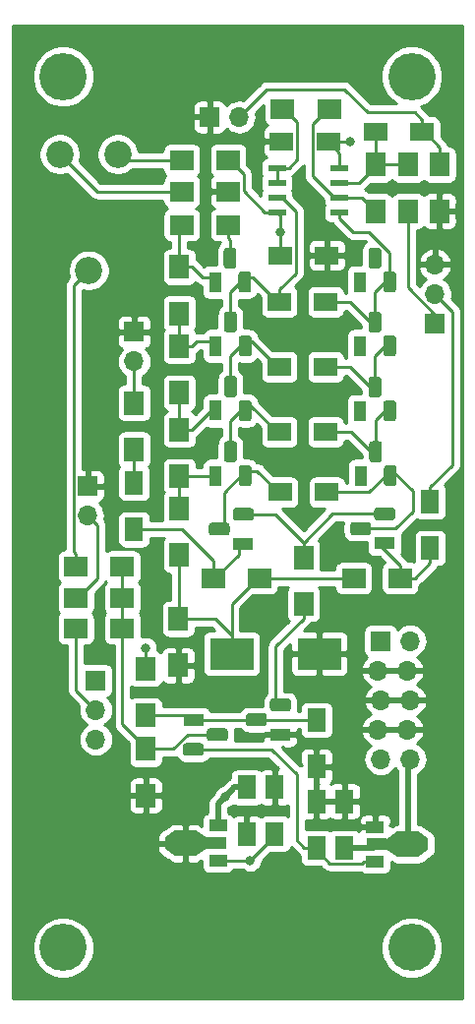
<source format=gtl>
G04 #@! TF.GenerationSoftware,KiCad,Pcbnew,(5.1.0)-1*
G04 #@! TF.CreationDate,2019-05-12T11:57:30-04:00*
G04 #@! TF.ProjectId,VCF,5643462e-6b69-4636-9164-5f7063625858,rev?*
G04 #@! TF.SameCoordinates,Original*
G04 #@! TF.FileFunction,Copper,L1,Top*
G04 #@! TF.FilePolarity,Positive*
%FSLAX46Y46*%
G04 Gerber Fmt 4.6, Leading zero omitted, Abs format (unit mm)*
G04 Created by KiCad (PCBNEW (5.1.0)-1) date 2019-05-12 11:57:30*
%MOMM*%
%LPD*%
G04 APERTURE LIST*
%ADD10C,4.064000*%
%ADD11R,1.600000X2.000000*%
%ADD12R,3.750000X2.700000*%
%ADD13R,2.000000X1.600000*%
%ADD14O,1.700000X1.700000*%
%ADD15R,1.700000X1.700000*%
%ADD16C,0.100000*%
%ADD17C,1.100000*%
%ADD18R,1.800000X1.100000*%
%ADD19R,1.100000X1.800000*%
%ADD20R,2.000000X1.700000*%
%ADD21R,1.700000X2.000000*%
%ADD22C,2.340000*%
%ADD23R,1.550000X0.600000*%
%ADD24C,1.000000*%
%ADD25R,1.840000X2.200000*%
%ADD26R,1.500000X1.000000*%
%ADD27R,1.800000X1.000000*%
%ADD28C,0.850000*%
%ADD29C,0.800000*%
%ADD30C,0.250000*%
%ADD31C,0.508000*%
%ADD32C,0.254000*%
G04 APERTURE END LIST*
D10*
X65000000Y-110000000D03*
X35000000Y-110000000D03*
X65000000Y-35000000D03*
X35000000Y-35000000D03*
D11*
X41100000Y-74000000D03*
X41100000Y-70000000D03*
D12*
X49500000Y-84700000D03*
X57050000Y-84700000D03*
D11*
X56800000Y-94400000D03*
X56800000Y-90400000D03*
D13*
X53600000Y-54400000D03*
X57600000Y-54400000D03*
X57600000Y-60000000D03*
X53600000Y-60000000D03*
X57600000Y-65600000D03*
X53600000Y-65600000D03*
X53700000Y-70800000D03*
X57700000Y-70800000D03*
D11*
X66600000Y-75600000D03*
X66600000Y-71600000D03*
D13*
X53800000Y-40600000D03*
X57800000Y-40600000D03*
X57700000Y-50400000D03*
X53700000Y-50400000D03*
X65900000Y-39800000D03*
X61900000Y-39800000D03*
D14*
X64867000Y-93760000D03*
X62327000Y-93760000D03*
X64613000Y-91220000D03*
X62073000Y-91220000D03*
X64867000Y-88680000D03*
X62327000Y-88680000D03*
X64613000Y-86140000D03*
X62073000Y-86140000D03*
X64867000Y-83600000D03*
D15*
X62327000Y-83600000D03*
D16*
G36*
X48921955Y-91121324D02*
G01*
X48948650Y-91125284D01*
X48974828Y-91131841D01*
X49000238Y-91140933D01*
X49024634Y-91152472D01*
X49047782Y-91166346D01*
X49069458Y-91182422D01*
X49089454Y-91200546D01*
X49107578Y-91220542D01*
X49123654Y-91242218D01*
X49137528Y-91265366D01*
X49149067Y-91289762D01*
X49158159Y-91315172D01*
X49164716Y-91341350D01*
X49168676Y-91368045D01*
X49170000Y-91395000D01*
X49170000Y-91945000D01*
X49168676Y-91971955D01*
X49164716Y-91998650D01*
X49158159Y-92024828D01*
X49149067Y-92050238D01*
X49137528Y-92074634D01*
X49123654Y-92097782D01*
X49107578Y-92119458D01*
X49089454Y-92139454D01*
X49069458Y-92157578D01*
X49047782Y-92173654D01*
X49024634Y-92187528D01*
X49000238Y-92199067D01*
X48974828Y-92208159D01*
X48948650Y-92214716D01*
X48921955Y-92218676D01*
X48895000Y-92220000D01*
X47645000Y-92220000D01*
X47618045Y-92218676D01*
X47591350Y-92214716D01*
X47565172Y-92208159D01*
X47539762Y-92199067D01*
X47515366Y-92187528D01*
X47492218Y-92173654D01*
X47470542Y-92157578D01*
X47450546Y-92139454D01*
X47432422Y-92119458D01*
X47416346Y-92097782D01*
X47402472Y-92074634D01*
X47390933Y-92050238D01*
X47381841Y-92024828D01*
X47375284Y-91998650D01*
X47371324Y-91971955D01*
X47370000Y-91945000D01*
X47370000Y-91395000D01*
X47371324Y-91368045D01*
X47375284Y-91341350D01*
X47381841Y-91315172D01*
X47390933Y-91289762D01*
X47402472Y-91265366D01*
X47416346Y-91242218D01*
X47432422Y-91220542D01*
X47450546Y-91200546D01*
X47470542Y-91182422D01*
X47492218Y-91166346D01*
X47515366Y-91152472D01*
X47539762Y-91140933D01*
X47565172Y-91131841D01*
X47591350Y-91125284D01*
X47618045Y-91121324D01*
X47645000Y-91120000D01*
X48895000Y-91120000D01*
X48921955Y-91121324D01*
X48921955Y-91121324D01*
G37*
D17*
X48270000Y-91670000D03*
D16*
G36*
X46851955Y-92391324D02*
G01*
X46878650Y-92395284D01*
X46904828Y-92401841D01*
X46930238Y-92410933D01*
X46954634Y-92422472D01*
X46977782Y-92436346D01*
X46999458Y-92452422D01*
X47019454Y-92470546D01*
X47037578Y-92490542D01*
X47053654Y-92512218D01*
X47067528Y-92535366D01*
X47079067Y-92559762D01*
X47088159Y-92585172D01*
X47094716Y-92611350D01*
X47098676Y-92638045D01*
X47100000Y-92665000D01*
X47100000Y-93215000D01*
X47098676Y-93241955D01*
X47094716Y-93268650D01*
X47088159Y-93294828D01*
X47079067Y-93320238D01*
X47067528Y-93344634D01*
X47053654Y-93367782D01*
X47037578Y-93389458D01*
X47019454Y-93409454D01*
X46999458Y-93427578D01*
X46977782Y-93443654D01*
X46954634Y-93457528D01*
X46930238Y-93469067D01*
X46904828Y-93478159D01*
X46878650Y-93484716D01*
X46851955Y-93488676D01*
X46825000Y-93490000D01*
X45575000Y-93490000D01*
X45548045Y-93488676D01*
X45521350Y-93484716D01*
X45495172Y-93478159D01*
X45469762Y-93469067D01*
X45445366Y-93457528D01*
X45422218Y-93443654D01*
X45400542Y-93427578D01*
X45380546Y-93409454D01*
X45362422Y-93389458D01*
X45346346Y-93367782D01*
X45332472Y-93344634D01*
X45320933Y-93320238D01*
X45311841Y-93294828D01*
X45305284Y-93268650D01*
X45301324Y-93241955D01*
X45300000Y-93215000D01*
X45300000Y-92665000D01*
X45301324Y-92638045D01*
X45305284Y-92611350D01*
X45311841Y-92585172D01*
X45320933Y-92559762D01*
X45332472Y-92535366D01*
X45346346Y-92512218D01*
X45362422Y-92490542D01*
X45380546Y-92470546D01*
X45400542Y-92452422D01*
X45422218Y-92436346D01*
X45445366Y-92422472D01*
X45469762Y-92410933D01*
X45495172Y-92401841D01*
X45521350Y-92395284D01*
X45548045Y-92391324D01*
X45575000Y-92390000D01*
X46825000Y-92390000D01*
X46851955Y-92391324D01*
X46851955Y-92391324D01*
G37*
D17*
X46200000Y-92940000D03*
D18*
X46200000Y-90400000D03*
D16*
G36*
X49081955Y-73421324D02*
G01*
X49108650Y-73425284D01*
X49134828Y-73431841D01*
X49160238Y-73440933D01*
X49184634Y-73452472D01*
X49207782Y-73466346D01*
X49229458Y-73482422D01*
X49249454Y-73500546D01*
X49267578Y-73520542D01*
X49283654Y-73542218D01*
X49297528Y-73565366D01*
X49309067Y-73589762D01*
X49318159Y-73615172D01*
X49324716Y-73641350D01*
X49328676Y-73668045D01*
X49330000Y-73695000D01*
X49330000Y-74245000D01*
X49328676Y-74271955D01*
X49324716Y-74298650D01*
X49318159Y-74324828D01*
X49309067Y-74350238D01*
X49297528Y-74374634D01*
X49283654Y-74397782D01*
X49267578Y-74419458D01*
X49249454Y-74439454D01*
X49229458Y-74457578D01*
X49207782Y-74473654D01*
X49184634Y-74487528D01*
X49160238Y-74499067D01*
X49134828Y-74508159D01*
X49108650Y-74514716D01*
X49081955Y-74518676D01*
X49055000Y-74520000D01*
X47805000Y-74520000D01*
X47778045Y-74518676D01*
X47751350Y-74514716D01*
X47725172Y-74508159D01*
X47699762Y-74499067D01*
X47675366Y-74487528D01*
X47652218Y-74473654D01*
X47630542Y-74457578D01*
X47610546Y-74439454D01*
X47592422Y-74419458D01*
X47576346Y-74397782D01*
X47562472Y-74374634D01*
X47550933Y-74350238D01*
X47541841Y-74324828D01*
X47535284Y-74298650D01*
X47531324Y-74271955D01*
X47530000Y-74245000D01*
X47530000Y-73695000D01*
X47531324Y-73668045D01*
X47535284Y-73641350D01*
X47541841Y-73615172D01*
X47550933Y-73589762D01*
X47562472Y-73565366D01*
X47576346Y-73542218D01*
X47592422Y-73520542D01*
X47610546Y-73500546D01*
X47630542Y-73482422D01*
X47652218Y-73466346D01*
X47675366Y-73452472D01*
X47699762Y-73440933D01*
X47725172Y-73431841D01*
X47751350Y-73425284D01*
X47778045Y-73421324D01*
X47805000Y-73420000D01*
X49055000Y-73420000D01*
X49081955Y-73421324D01*
X49081955Y-73421324D01*
G37*
D17*
X48430000Y-73970000D03*
D16*
G36*
X51151955Y-72151324D02*
G01*
X51178650Y-72155284D01*
X51204828Y-72161841D01*
X51230238Y-72170933D01*
X51254634Y-72182472D01*
X51277782Y-72196346D01*
X51299458Y-72212422D01*
X51319454Y-72230546D01*
X51337578Y-72250542D01*
X51353654Y-72272218D01*
X51367528Y-72295366D01*
X51379067Y-72319762D01*
X51388159Y-72345172D01*
X51394716Y-72371350D01*
X51398676Y-72398045D01*
X51400000Y-72425000D01*
X51400000Y-72975000D01*
X51398676Y-73001955D01*
X51394716Y-73028650D01*
X51388159Y-73054828D01*
X51379067Y-73080238D01*
X51367528Y-73104634D01*
X51353654Y-73127782D01*
X51337578Y-73149458D01*
X51319454Y-73169454D01*
X51299458Y-73187578D01*
X51277782Y-73203654D01*
X51254634Y-73217528D01*
X51230238Y-73229067D01*
X51204828Y-73238159D01*
X51178650Y-73244716D01*
X51151955Y-73248676D01*
X51125000Y-73250000D01*
X49875000Y-73250000D01*
X49848045Y-73248676D01*
X49821350Y-73244716D01*
X49795172Y-73238159D01*
X49769762Y-73229067D01*
X49745366Y-73217528D01*
X49722218Y-73203654D01*
X49700542Y-73187578D01*
X49680546Y-73169454D01*
X49662422Y-73149458D01*
X49646346Y-73127782D01*
X49632472Y-73104634D01*
X49620933Y-73080238D01*
X49611841Y-73054828D01*
X49605284Y-73028650D01*
X49601324Y-73001955D01*
X49600000Y-72975000D01*
X49600000Y-72425000D01*
X49601324Y-72398045D01*
X49605284Y-72371350D01*
X49611841Y-72345172D01*
X49620933Y-72319762D01*
X49632472Y-72295366D01*
X49646346Y-72272218D01*
X49662422Y-72250542D01*
X49680546Y-72230546D01*
X49700542Y-72212422D01*
X49722218Y-72196346D01*
X49745366Y-72182472D01*
X49769762Y-72170933D01*
X49795172Y-72161841D01*
X49821350Y-72155284D01*
X49848045Y-72151324D01*
X49875000Y-72150000D01*
X51125000Y-72150000D01*
X51151955Y-72151324D01*
X51151955Y-72151324D01*
G37*
D17*
X50500000Y-72700000D03*
D18*
X50500000Y-75240000D03*
D19*
X48100000Y-52700000D03*
D16*
G36*
X50941955Y-51801324D02*
G01*
X50968650Y-51805284D01*
X50994828Y-51811841D01*
X51020238Y-51820933D01*
X51044634Y-51832472D01*
X51067782Y-51846346D01*
X51089458Y-51862422D01*
X51109454Y-51880546D01*
X51127578Y-51900542D01*
X51143654Y-51922218D01*
X51157528Y-51945366D01*
X51169067Y-51969762D01*
X51178159Y-51995172D01*
X51184716Y-52021350D01*
X51188676Y-52048045D01*
X51190000Y-52075000D01*
X51190000Y-53325000D01*
X51188676Y-53351955D01*
X51184716Y-53378650D01*
X51178159Y-53404828D01*
X51169067Y-53430238D01*
X51157528Y-53454634D01*
X51143654Y-53477782D01*
X51127578Y-53499458D01*
X51109454Y-53519454D01*
X51089458Y-53537578D01*
X51067782Y-53553654D01*
X51044634Y-53567528D01*
X51020238Y-53579067D01*
X50994828Y-53588159D01*
X50968650Y-53594716D01*
X50941955Y-53598676D01*
X50915000Y-53600000D01*
X50365000Y-53600000D01*
X50338045Y-53598676D01*
X50311350Y-53594716D01*
X50285172Y-53588159D01*
X50259762Y-53579067D01*
X50235366Y-53567528D01*
X50212218Y-53553654D01*
X50190542Y-53537578D01*
X50170546Y-53519454D01*
X50152422Y-53499458D01*
X50136346Y-53477782D01*
X50122472Y-53454634D01*
X50110933Y-53430238D01*
X50101841Y-53404828D01*
X50095284Y-53378650D01*
X50091324Y-53351955D01*
X50090000Y-53325000D01*
X50090000Y-52075000D01*
X50091324Y-52048045D01*
X50095284Y-52021350D01*
X50101841Y-51995172D01*
X50110933Y-51969762D01*
X50122472Y-51945366D01*
X50136346Y-51922218D01*
X50152422Y-51900542D01*
X50170546Y-51880546D01*
X50190542Y-51862422D01*
X50212218Y-51846346D01*
X50235366Y-51832472D01*
X50259762Y-51820933D01*
X50285172Y-51811841D01*
X50311350Y-51805284D01*
X50338045Y-51801324D01*
X50365000Y-51800000D01*
X50915000Y-51800000D01*
X50941955Y-51801324D01*
X50941955Y-51801324D01*
G37*
D17*
X50640000Y-52700000D03*
D16*
G36*
X49671955Y-49731324D02*
G01*
X49698650Y-49735284D01*
X49724828Y-49741841D01*
X49750238Y-49750933D01*
X49774634Y-49762472D01*
X49797782Y-49776346D01*
X49819458Y-49792422D01*
X49839454Y-49810546D01*
X49857578Y-49830542D01*
X49873654Y-49852218D01*
X49887528Y-49875366D01*
X49899067Y-49899762D01*
X49908159Y-49925172D01*
X49914716Y-49951350D01*
X49918676Y-49978045D01*
X49920000Y-50005000D01*
X49920000Y-51255000D01*
X49918676Y-51281955D01*
X49914716Y-51308650D01*
X49908159Y-51334828D01*
X49899067Y-51360238D01*
X49887528Y-51384634D01*
X49873654Y-51407782D01*
X49857578Y-51429458D01*
X49839454Y-51449454D01*
X49819458Y-51467578D01*
X49797782Y-51483654D01*
X49774634Y-51497528D01*
X49750238Y-51509067D01*
X49724828Y-51518159D01*
X49698650Y-51524716D01*
X49671955Y-51528676D01*
X49645000Y-51530000D01*
X49095000Y-51530000D01*
X49068045Y-51528676D01*
X49041350Y-51524716D01*
X49015172Y-51518159D01*
X48989762Y-51509067D01*
X48965366Y-51497528D01*
X48942218Y-51483654D01*
X48920542Y-51467578D01*
X48900546Y-51449454D01*
X48882422Y-51429458D01*
X48866346Y-51407782D01*
X48852472Y-51384634D01*
X48840933Y-51360238D01*
X48831841Y-51334828D01*
X48825284Y-51308650D01*
X48821324Y-51281955D01*
X48820000Y-51255000D01*
X48820000Y-50005000D01*
X48821324Y-49978045D01*
X48825284Y-49951350D01*
X48831841Y-49925172D01*
X48840933Y-49899762D01*
X48852472Y-49875366D01*
X48866346Y-49852218D01*
X48882422Y-49830542D01*
X48900546Y-49810546D01*
X48920542Y-49792422D01*
X48942218Y-49776346D01*
X48965366Y-49762472D01*
X48989762Y-49750933D01*
X49015172Y-49741841D01*
X49041350Y-49735284D01*
X49068045Y-49731324D01*
X49095000Y-49730000D01*
X49645000Y-49730000D01*
X49671955Y-49731324D01*
X49671955Y-49731324D01*
G37*
D17*
X49370000Y-50630000D03*
D19*
X48130000Y-58200000D03*
D16*
G36*
X50971955Y-57301324D02*
G01*
X50998650Y-57305284D01*
X51024828Y-57311841D01*
X51050238Y-57320933D01*
X51074634Y-57332472D01*
X51097782Y-57346346D01*
X51119458Y-57362422D01*
X51139454Y-57380546D01*
X51157578Y-57400542D01*
X51173654Y-57422218D01*
X51187528Y-57445366D01*
X51199067Y-57469762D01*
X51208159Y-57495172D01*
X51214716Y-57521350D01*
X51218676Y-57548045D01*
X51220000Y-57575000D01*
X51220000Y-58825000D01*
X51218676Y-58851955D01*
X51214716Y-58878650D01*
X51208159Y-58904828D01*
X51199067Y-58930238D01*
X51187528Y-58954634D01*
X51173654Y-58977782D01*
X51157578Y-58999458D01*
X51139454Y-59019454D01*
X51119458Y-59037578D01*
X51097782Y-59053654D01*
X51074634Y-59067528D01*
X51050238Y-59079067D01*
X51024828Y-59088159D01*
X50998650Y-59094716D01*
X50971955Y-59098676D01*
X50945000Y-59100000D01*
X50395000Y-59100000D01*
X50368045Y-59098676D01*
X50341350Y-59094716D01*
X50315172Y-59088159D01*
X50289762Y-59079067D01*
X50265366Y-59067528D01*
X50242218Y-59053654D01*
X50220542Y-59037578D01*
X50200546Y-59019454D01*
X50182422Y-58999458D01*
X50166346Y-58977782D01*
X50152472Y-58954634D01*
X50140933Y-58930238D01*
X50131841Y-58904828D01*
X50125284Y-58878650D01*
X50121324Y-58851955D01*
X50120000Y-58825000D01*
X50120000Y-57575000D01*
X50121324Y-57548045D01*
X50125284Y-57521350D01*
X50131841Y-57495172D01*
X50140933Y-57469762D01*
X50152472Y-57445366D01*
X50166346Y-57422218D01*
X50182422Y-57400542D01*
X50200546Y-57380546D01*
X50220542Y-57362422D01*
X50242218Y-57346346D01*
X50265366Y-57332472D01*
X50289762Y-57320933D01*
X50315172Y-57311841D01*
X50341350Y-57305284D01*
X50368045Y-57301324D01*
X50395000Y-57300000D01*
X50945000Y-57300000D01*
X50971955Y-57301324D01*
X50971955Y-57301324D01*
G37*
D17*
X50670000Y-58200000D03*
D16*
G36*
X49701955Y-55231324D02*
G01*
X49728650Y-55235284D01*
X49754828Y-55241841D01*
X49780238Y-55250933D01*
X49804634Y-55262472D01*
X49827782Y-55276346D01*
X49849458Y-55292422D01*
X49869454Y-55310546D01*
X49887578Y-55330542D01*
X49903654Y-55352218D01*
X49917528Y-55375366D01*
X49929067Y-55399762D01*
X49938159Y-55425172D01*
X49944716Y-55451350D01*
X49948676Y-55478045D01*
X49950000Y-55505000D01*
X49950000Y-56755000D01*
X49948676Y-56781955D01*
X49944716Y-56808650D01*
X49938159Y-56834828D01*
X49929067Y-56860238D01*
X49917528Y-56884634D01*
X49903654Y-56907782D01*
X49887578Y-56929458D01*
X49869454Y-56949454D01*
X49849458Y-56967578D01*
X49827782Y-56983654D01*
X49804634Y-56997528D01*
X49780238Y-57009067D01*
X49754828Y-57018159D01*
X49728650Y-57024716D01*
X49701955Y-57028676D01*
X49675000Y-57030000D01*
X49125000Y-57030000D01*
X49098045Y-57028676D01*
X49071350Y-57024716D01*
X49045172Y-57018159D01*
X49019762Y-57009067D01*
X48995366Y-56997528D01*
X48972218Y-56983654D01*
X48950542Y-56967578D01*
X48930546Y-56949454D01*
X48912422Y-56929458D01*
X48896346Y-56907782D01*
X48882472Y-56884634D01*
X48870933Y-56860238D01*
X48861841Y-56834828D01*
X48855284Y-56808650D01*
X48851324Y-56781955D01*
X48850000Y-56755000D01*
X48850000Y-55505000D01*
X48851324Y-55478045D01*
X48855284Y-55451350D01*
X48861841Y-55425172D01*
X48870933Y-55399762D01*
X48882472Y-55375366D01*
X48896346Y-55352218D01*
X48912422Y-55330542D01*
X48930546Y-55310546D01*
X48950542Y-55292422D01*
X48972218Y-55276346D01*
X48995366Y-55262472D01*
X49019762Y-55250933D01*
X49045172Y-55241841D01*
X49071350Y-55235284D01*
X49098045Y-55231324D01*
X49125000Y-55230000D01*
X49675000Y-55230000D01*
X49701955Y-55231324D01*
X49701955Y-55231324D01*
G37*
D17*
X49400000Y-56130000D03*
D16*
G36*
X49701955Y-60801324D02*
G01*
X49728650Y-60805284D01*
X49754828Y-60811841D01*
X49780238Y-60820933D01*
X49804634Y-60832472D01*
X49827782Y-60846346D01*
X49849458Y-60862422D01*
X49869454Y-60880546D01*
X49887578Y-60900542D01*
X49903654Y-60922218D01*
X49917528Y-60945366D01*
X49929067Y-60969762D01*
X49938159Y-60995172D01*
X49944716Y-61021350D01*
X49948676Y-61048045D01*
X49950000Y-61075000D01*
X49950000Y-62325000D01*
X49948676Y-62351955D01*
X49944716Y-62378650D01*
X49938159Y-62404828D01*
X49929067Y-62430238D01*
X49917528Y-62454634D01*
X49903654Y-62477782D01*
X49887578Y-62499458D01*
X49869454Y-62519454D01*
X49849458Y-62537578D01*
X49827782Y-62553654D01*
X49804634Y-62567528D01*
X49780238Y-62579067D01*
X49754828Y-62588159D01*
X49728650Y-62594716D01*
X49701955Y-62598676D01*
X49675000Y-62600000D01*
X49125000Y-62600000D01*
X49098045Y-62598676D01*
X49071350Y-62594716D01*
X49045172Y-62588159D01*
X49019762Y-62579067D01*
X48995366Y-62567528D01*
X48972218Y-62553654D01*
X48950542Y-62537578D01*
X48930546Y-62519454D01*
X48912422Y-62499458D01*
X48896346Y-62477782D01*
X48882472Y-62454634D01*
X48870933Y-62430238D01*
X48861841Y-62404828D01*
X48855284Y-62378650D01*
X48851324Y-62351955D01*
X48850000Y-62325000D01*
X48850000Y-61075000D01*
X48851324Y-61048045D01*
X48855284Y-61021350D01*
X48861841Y-60995172D01*
X48870933Y-60969762D01*
X48882472Y-60945366D01*
X48896346Y-60922218D01*
X48912422Y-60900542D01*
X48930546Y-60880546D01*
X48950542Y-60862422D01*
X48972218Y-60846346D01*
X48995366Y-60832472D01*
X49019762Y-60820933D01*
X49045172Y-60811841D01*
X49071350Y-60805284D01*
X49098045Y-60801324D01*
X49125000Y-60800000D01*
X49675000Y-60800000D01*
X49701955Y-60801324D01*
X49701955Y-60801324D01*
G37*
D17*
X49400000Y-61700000D03*
D16*
G36*
X50971955Y-62871324D02*
G01*
X50998650Y-62875284D01*
X51024828Y-62881841D01*
X51050238Y-62890933D01*
X51074634Y-62902472D01*
X51097782Y-62916346D01*
X51119458Y-62932422D01*
X51139454Y-62950546D01*
X51157578Y-62970542D01*
X51173654Y-62992218D01*
X51187528Y-63015366D01*
X51199067Y-63039762D01*
X51208159Y-63065172D01*
X51214716Y-63091350D01*
X51218676Y-63118045D01*
X51220000Y-63145000D01*
X51220000Y-64395000D01*
X51218676Y-64421955D01*
X51214716Y-64448650D01*
X51208159Y-64474828D01*
X51199067Y-64500238D01*
X51187528Y-64524634D01*
X51173654Y-64547782D01*
X51157578Y-64569458D01*
X51139454Y-64589454D01*
X51119458Y-64607578D01*
X51097782Y-64623654D01*
X51074634Y-64637528D01*
X51050238Y-64649067D01*
X51024828Y-64658159D01*
X50998650Y-64664716D01*
X50971955Y-64668676D01*
X50945000Y-64670000D01*
X50395000Y-64670000D01*
X50368045Y-64668676D01*
X50341350Y-64664716D01*
X50315172Y-64658159D01*
X50289762Y-64649067D01*
X50265366Y-64637528D01*
X50242218Y-64623654D01*
X50220542Y-64607578D01*
X50200546Y-64589454D01*
X50182422Y-64569458D01*
X50166346Y-64547782D01*
X50152472Y-64524634D01*
X50140933Y-64500238D01*
X50131841Y-64474828D01*
X50125284Y-64448650D01*
X50121324Y-64421955D01*
X50120000Y-64395000D01*
X50120000Y-63145000D01*
X50121324Y-63118045D01*
X50125284Y-63091350D01*
X50131841Y-63065172D01*
X50140933Y-63039762D01*
X50152472Y-63015366D01*
X50166346Y-62992218D01*
X50182422Y-62970542D01*
X50200546Y-62950546D01*
X50220542Y-62932422D01*
X50242218Y-62916346D01*
X50265366Y-62902472D01*
X50289762Y-62890933D01*
X50315172Y-62881841D01*
X50341350Y-62875284D01*
X50368045Y-62871324D01*
X50395000Y-62870000D01*
X50945000Y-62870000D01*
X50971955Y-62871324D01*
X50971955Y-62871324D01*
G37*
D17*
X50670000Y-63770000D03*
D19*
X48130000Y-63770000D03*
X48130000Y-69370000D03*
D16*
G36*
X50971955Y-68471324D02*
G01*
X50998650Y-68475284D01*
X51024828Y-68481841D01*
X51050238Y-68490933D01*
X51074634Y-68502472D01*
X51097782Y-68516346D01*
X51119458Y-68532422D01*
X51139454Y-68550546D01*
X51157578Y-68570542D01*
X51173654Y-68592218D01*
X51187528Y-68615366D01*
X51199067Y-68639762D01*
X51208159Y-68665172D01*
X51214716Y-68691350D01*
X51218676Y-68718045D01*
X51220000Y-68745000D01*
X51220000Y-69995000D01*
X51218676Y-70021955D01*
X51214716Y-70048650D01*
X51208159Y-70074828D01*
X51199067Y-70100238D01*
X51187528Y-70124634D01*
X51173654Y-70147782D01*
X51157578Y-70169458D01*
X51139454Y-70189454D01*
X51119458Y-70207578D01*
X51097782Y-70223654D01*
X51074634Y-70237528D01*
X51050238Y-70249067D01*
X51024828Y-70258159D01*
X50998650Y-70264716D01*
X50971955Y-70268676D01*
X50945000Y-70270000D01*
X50395000Y-70270000D01*
X50368045Y-70268676D01*
X50341350Y-70264716D01*
X50315172Y-70258159D01*
X50289762Y-70249067D01*
X50265366Y-70237528D01*
X50242218Y-70223654D01*
X50220542Y-70207578D01*
X50200546Y-70189454D01*
X50182422Y-70169458D01*
X50166346Y-70147782D01*
X50152472Y-70124634D01*
X50140933Y-70100238D01*
X50131841Y-70074828D01*
X50125284Y-70048650D01*
X50121324Y-70021955D01*
X50120000Y-69995000D01*
X50120000Y-68745000D01*
X50121324Y-68718045D01*
X50125284Y-68691350D01*
X50131841Y-68665172D01*
X50140933Y-68639762D01*
X50152472Y-68615366D01*
X50166346Y-68592218D01*
X50182422Y-68570542D01*
X50200546Y-68550546D01*
X50220542Y-68532422D01*
X50242218Y-68516346D01*
X50265366Y-68502472D01*
X50289762Y-68490933D01*
X50315172Y-68481841D01*
X50341350Y-68475284D01*
X50368045Y-68471324D01*
X50395000Y-68470000D01*
X50945000Y-68470000D01*
X50971955Y-68471324D01*
X50971955Y-68471324D01*
G37*
D17*
X50670000Y-69370000D03*
D16*
G36*
X49701955Y-66401324D02*
G01*
X49728650Y-66405284D01*
X49754828Y-66411841D01*
X49780238Y-66420933D01*
X49804634Y-66432472D01*
X49827782Y-66446346D01*
X49849458Y-66462422D01*
X49869454Y-66480546D01*
X49887578Y-66500542D01*
X49903654Y-66522218D01*
X49917528Y-66545366D01*
X49929067Y-66569762D01*
X49938159Y-66595172D01*
X49944716Y-66621350D01*
X49948676Y-66648045D01*
X49950000Y-66675000D01*
X49950000Y-67925000D01*
X49948676Y-67951955D01*
X49944716Y-67978650D01*
X49938159Y-68004828D01*
X49929067Y-68030238D01*
X49917528Y-68054634D01*
X49903654Y-68077782D01*
X49887578Y-68099458D01*
X49869454Y-68119454D01*
X49849458Y-68137578D01*
X49827782Y-68153654D01*
X49804634Y-68167528D01*
X49780238Y-68179067D01*
X49754828Y-68188159D01*
X49728650Y-68194716D01*
X49701955Y-68198676D01*
X49675000Y-68200000D01*
X49125000Y-68200000D01*
X49098045Y-68198676D01*
X49071350Y-68194716D01*
X49045172Y-68188159D01*
X49019762Y-68179067D01*
X48995366Y-68167528D01*
X48972218Y-68153654D01*
X48950542Y-68137578D01*
X48930546Y-68119454D01*
X48912422Y-68099458D01*
X48896346Y-68077782D01*
X48882472Y-68054634D01*
X48870933Y-68030238D01*
X48861841Y-68004828D01*
X48855284Y-67978650D01*
X48851324Y-67951955D01*
X48850000Y-67925000D01*
X48850000Y-66675000D01*
X48851324Y-66648045D01*
X48855284Y-66621350D01*
X48861841Y-66595172D01*
X48870933Y-66569762D01*
X48882472Y-66545366D01*
X48896346Y-66522218D01*
X48912422Y-66500542D01*
X48930546Y-66480546D01*
X48950542Y-66462422D01*
X48972218Y-66446346D01*
X48995366Y-66432472D01*
X49019762Y-66420933D01*
X49045172Y-66411841D01*
X49071350Y-66405284D01*
X49098045Y-66401324D01*
X49125000Y-66400000D01*
X49675000Y-66400000D01*
X49701955Y-66401324D01*
X49701955Y-66401324D01*
G37*
D17*
X49400000Y-67300000D03*
D16*
G36*
X52281955Y-89821324D02*
G01*
X52308650Y-89825284D01*
X52334828Y-89831841D01*
X52360238Y-89840933D01*
X52384634Y-89852472D01*
X52407782Y-89866346D01*
X52429458Y-89882422D01*
X52449454Y-89900546D01*
X52467578Y-89920542D01*
X52483654Y-89942218D01*
X52497528Y-89965366D01*
X52509067Y-89989762D01*
X52518159Y-90015172D01*
X52524716Y-90041350D01*
X52528676Y-90068045D01*
X52530000Y-90095000D01*
X52530000Y-90645000D01*
X52528676Y-90671955D01*
X52524716Y-90698650D01*
X52518159Y-90724828D01*
X52509067Y-90750238D01*
X52497528Y-90774634D01*
X52483654Y-90797782D01*
X52467578Y-90819458D01*
X52449454Y-90839454D01*
X52429458Y-90857578D01*
X52407782Y-90873654D01*
X52384634Y-90887528D01*
X52360238Y-90899067D01*
X52334828Y-90908159D01*
X52308650Y-90914716D01*
X52281955Y-90918676D01*
X52255000Y-90920000D01*
X51005000Y-90920000D01*
X50978045Y-90918676D01*
X50951350Y-90914716D01*
X50925172Y-90908159D01*
X50899762Y-90899067D01*
X50875366Y-90887528D01*
X50852218Y-90873654D01*
X50830542Y-90857578D01*
X50810546Y-90839454D01*
X50792422Y-90819458D01*
X50776346Y-90797782D01*
X50762472Y-90774634D01*
X50750933Y-90750238D01*
X50741841Y-90724828D01*
X50735284Y-90698650D01*
X50731324Y-90671955D01*
X50730000Y-90645000D01*
X50730000Y-90095000D01*
X50731324Y-90068045D01*
X50735284Y-90041350D01*
X50741841Y-90015172D01*
X50750933Y-89989762D01*
X50762472Y-89965366D01*
X50776346Y-89942218D01*
X50792422Y-89920542D01*
X50810546Y-89900546D01*
X50830542Y-89882422D01*
X50852218Y-89866346D01*
X50875366Y-89852472D01*
X50899762Y-89840933D01*
X50925172Y-89831841D01*
X50951350Y-89825284D01*
X50978045Y-89821324D01*
X51005000Y-89820000D01*
X52255000Y-89820000D01*
X52281955Y-89821324D01*
X52281955Y-89821324D01*
G37*
D17*
X51630000Y-90370000D03*
D16*
G36*
X54351955Y-88551324D02*
G01*
X54378650Y-88555284D01*
X54404828Y-88561841D01*
X54430238Y-88570933D01*
X54454634Y-88582472D01*
X54477782Y-88596346D01*
X54499458Y-88612422D01*
X54519454Y-88630546D01*
X54537578Y-88650542D01*
X54553654Y-88672218D01*
X54567528Y-88695366D01*
X54579067Y-88719762D01*
X54588159Y-88745172D01*
X54594716Y-88771350D01*
X54598676Y-88798045D01*
X54600000Y-88825000D01*
X54600000Y-89375000D01*
X54598676Y-89401955D01*
X54594716Y-89428650D01*
X54588159Y-89454828D01*
X54579067Y-89480238D01*
X54567528Y-89504634D01*
X54553654Y-89527782D01*
X54537578Y-89549458D01*
X54519454Y-89569454D01*
X54499458Y-89587578D01*
X54477782Y-89603654D01*
X54454634Y-89617528D01*
X54430238Y-89629067D01*
X54404828Y-89638159D01*
X54378650Y-89644716D01*
X54351955Y-89648676D01*
X54325000Y-89650000D01*
X53075000Y-89650000D01*
X53048045Y-89648676D01*
X53021350Y-89644716D01*
X52995172Y-89638159D01*
X52969762Y-89629067D01*
X52945366Y-89617528D01*
X52922218Y-89603654D01*
X52900542Y-89587578D01*
X52880546Y-89569454D01*
X52862422Y-89549458D01*
X52846346Y-89527782D01*
X52832472Y-89504634D01*
X52820933Y-89480238D01*
X52811841Y-89454828D01*
X52805284Y-89428650D01*
X52801324Y-89401955D01*
X52800000Y-89375000D01*
X52800000Y-88825000D01*
X52801324Y-88798045D01*
X52805284Y-88771350D01*
X52811841Y-88745172D01*
X52820933Y-88719762D01*
X52832472Y-88695366D01*
X52846346Y-88672218D01*
X52862422Y-88650542D01*
X52880546Y-88630546D01*
X52900542Y-88612422D01*
X52922218Y-88596346D01*
X52945366Y-88582472D01*
X52969762Y-88570933D01*
X52995172Y-88561841D01*
X53021350Y-88555284D01*
X53048045Y-88551324D01*
X53075000Y-88550000D01*
X54325000Y-88550000D01*
X54351955Y-88551324D01*
X54351955Y-88551324D01*
G37*
D17*
X53700000Y-89100000D03*
D18*
X53700000Y-91640000D03*
D16*
G36*
X62131955Y-49731324D02*
G01*
X62158650Y-49735284D01*
X62184828Y-49741841D01*
X62210238Y-49750933D01*
X62234634Y-49762472D01*
X62257782Y-49776346D01*
X62279458Y-49792422D01*
X62299454Y-49810546D01*
X62317578Y-49830542D01*
X62333654Y-49852218D01*
X62347528Y-49875366D01*
X62359067Y-49899762D01*
X62368159Y-49925172D01*
X62374716Y-49951350D01*
X62378676Y-49978045D01*
X62380000Y-50005000D01*
X62380000Y-51255000D01*
X62378676Y-51281955D01*
X62374716Y-51308650D01*
X62368159Y-51334828D01*
X62359067Y-51360238D01*
X62347528Y-51384634D01*
X62333654Y-51407782D01*
X62317578Y-51429458D01*
X62299454Y-51449454D01*
X62279458Y-51467578D01*
X62257782Y-51483654D01*
X62234634Y-51497528D01*
X62210238Y-51509067D01*
X62184828Y-51518159D01*
X62158650Y-51524716D01*
X62131955Y-51528676D01*
X62105000Y-51530000D01*
X61555000Y-51530000D01*
X61528045Y-51528676D01*
X61501350Y-51524716D01*
X61475172Y-51518159D01*
X61449762Y-51509067D01*
X61425366Y-51497528D01*
X61402218Y-51483654D01*
X61380542Y-51467578D01*
X61360546Y-51449454D01*
X61342422Y-51429458D01*
X61326346Y-51407782D01*
X61312472Y-51384634D01*
X61300933Y-51360238D01*
X61291841Y-51334828D01*
X61285284Y-51308650D01*
X61281324Y-51281955D01*
X61280000Y-51255000D01*
X61280000Y-50005000D01*
X61281324Y-49978045D01*
X61285284Y-49951350D01*
X61291841Y-49925172D01*
X61300933Y-49899762D01*
X61312472Y-49875366D01*
X61326346Y-49852218D01*
X61342422Y-49830542D01*
X61360546Y-49810546D01*
X61380542Y-49792422D01*
X61402218Y-49776346D01*
X61425366Y-49762472D01*
X61449762Y-49750933D01*
X61475172Y-49741841D01*
X61501350Y-49735284D01*
X61528045Y-49731324D01*
X61555000Y-49730000D01*
X62105000Y-49730000D01*
X62131955Y-49731324D01*
X62131955Y-49731324D01*
G37*
D17*
X61830000Y-50630000D03*
D16*
G36*
X63401955Y-51801324D02*
G01*
X63428650Y-51805284D01*
X63454828Y-51811841D01*
X63480238Y-51820933D01*
X63504634Y-51832472D01*
X63527782Y-51846346D01*
X63549458Y-51862422D01*
X63569454Y-51880546D01*
X63587578Y-51900542D01*
X63603654Y-51922218D01*
X63617528Y-51945366D01*
X63629067Y-51969762D01*
X63638159Y-51995172D01*
X63644716Y-52021350D01*
X63648676Y-52048045D01*
X63650000Y-52075000D01*
X63650000Y-53325000D01*
X63648676Y-53351955D01*
X63644716Y-53378650D01*
X63638159Y-53404828D01*
X63629067Y-53430238D01*
X63617528Y-53454634D01*
X63603654Y-53477782D01*
X63587578Y-53499458D01*
X63569454Y-53519454D01*
X63549458Y-53537578D01*
X63527782Y-53553654D01*
X63504634Y-53567528D01*
X63480238Y-53579067D01*
X63454828Y-53588159D01*
X63428650Y-53594716D01*
X63401955Y-53598676D01*
X63375000Y-53600000D01*
X62825000Y-53600000D01*
X62798045Y-53598676D01*
X62771350Y-53594716D01*
X62745172Y-53588159D01*
X62719762Y-53579067D01*
X62695366Y-53567528D01*
X62672218Y-53553654D01*
X62650542Y-53537578D01*
X62630546Y-53519454D01*
X62612422Y-53499458D01*
X62596346Y-53477782D01*
X62582472Y-53454634D01*
X62570933Y-53430238D01*
X62561841Y-53404828D01*
X62555284Y-53378650D01*
X62551324Y-53351955D01*
X62550000Y-53325000D01*
X62550000Y-52075000D01*
X62551324Y-52048045D01*
X62555284Y-52021350D01*
X62561841Y-51995172D01*
X62570933Y-51969762D01*
X62582472Y-51945366D01*
X62596346Y-51922218D01*
X62612422Y-51900542D01*
X62630546Y-51880546D01*
X62650542Y-51862422D01*
X62672218Y-51846346D01*
X62695366Y-51832472D01*
X62719762Y-51820933D01*
X62745172Y-51811841D01*
X62771350Y-51805284D01*
X62798045Y-51801324D01*
X62825000Y-51800000D01*
X63375000Y-51800000D01*
X63401955Y-51801324D01*
X63401955Y-51801324D01*
G37*
D17*
X63100000Y-52700000D03*
D19*
X60560000Y-52700000D03*
X60560000Y-58200000D03*
D16*
G36*
X63401955Y-57301324D02*
G01*
X63428650Y-57305284D01*
X63454828Y-57311841D01*
X63480238Y-57320933D01*
X63504634Y-57332472D01*
X63527782Y-57346346D01*
X63549458Y-57362422D01*
X63569454Y-57380546D01*
X63587578Y-57400542D01*
X63603654Y-57422218D01*
X63617528Y-57445366D01*
X63629067Y-57469762D01*
X63638159Y-57495172D01*
X63644716Y-57521350D01*
X63648676Y-57548045D01*
X63650000Y-57575000D01*
X63650000Y-58825000D01*
X63648676Y-58851955D01*
X63644716Y-58878650D01*
X63638159Y-58904828D01*
X63629067Y-58930238D01*
X63617528Y-58954634D01*
X63603654Y-58977782D01*
X63587578Y-58999458D01*
X63569454Y-59019454D01*
X63549458Y-59037578D01*
X63527782Y-59053654D01*
X63504634Y-59067528D01*
X63480238Y-59079067D01*
X63454828Y-59088159D01*
X63428650Y-59094716D01*
X63401955Y-59098676D01*
X63375000Y-59100000D01*
X62825000Y-59100000D01*
X62798045Y-59098676D01*
X62771350Y-59094716D01*
X62745172Y-59088159D01*
X62719762Y-59079067D01*
X62695366Y-59067528D01*
X62672218Y-59053654D01*
X62650542Y-59037578D01*
X62630546Y-59019454D01*
X62612422Y-58999458D01*
X62596346Y-58977782D01*
X62582472Y-58954634D01*
X62570933Y-58930238D01*
X62561841Y-58904828D01*
X62555284Y-58878650D01*
X62551324Y-58851955D01*
X62550000Y-58825000D01*
X62550000Y-57575000D01*
X62551324Y-57548045D01*
X62555284Y-57521350D01*
X62561841Y-57495172D01*
X62570933Y-57469762D01*
X62582472Y-57445366D01*
X62596346Y-57422218D01*
X62612422Y-57400542D01*
X62630546Y-57380546D01*
X62650542Y-57362422D01*
X62672218Y-57346346D01*
X62695366Y-57332472D01*
X62719762Y-57320933D01*
X62745172Y-57311841D01*
X62771350Y-57305284D01*
X62798045Y-57301324D01*
X62825000Y-57300000D01*
X63375000Y-57300000D01*
X63401955Y-57301324D01*
X63401955Y-57301324D01*
G37*
D17*
X63100000Y-58200000D03*
D16*
G36*
X62131955Y-55231324D02*
G01*
X62158650Y-55235284D01*
X62184828Y-55241841D01*
X62210238Y-55250933D01*
X62234634Y-55262472D01*
X62257782Y-55276346D01*
X62279458Y-55292422D01*
X62299454Y-55310546D01*
X62317578Y-55330542D01*
X62333654Y-55352218D01*
X62347528Y-55375366D01*
X62359067Y-55399762D01*
X62368159Y-55425172D01*
X62374716Y-55451350D01*
X62378676Y-55478045D01*
X62380000Y-55505000D01*
X62380000Y-56755000D01*
X62378676Y-56781955D01*
X62374716Y-56808650D01*
X62368159Y-56834828D01*
X62359067Y-56860238D01*
X62347528Y-56884634D01*
X62333654Y-56907782D01*
X62317578Y-56929458D01*
X62299454Y-56949454D01*
X62279458Y-56967578D01*
X62257782Y-56983654D01*
X62234634Y-56997528D01*
X62210238Y-57009067D01*
X62184828Y-57018159D01*
X62158650Y-57024716D01*
X62131955Y-57028676D01*
X62105000Y-57030000D01*
X61555000Y-57030000D01*
X61528045Y-57028676D01*
X61501350Y-57024716D01*
X61475172Y-57018159D01*
X61449762Y-57009067D01*
X61425366Y-56997528D01*
X61402218Y-56983654D01*
X61380542Y-56967578D01*
X61360546Y-56949454D01*
X61342422Y-56929458D01*
X61326346Y-56907782D01*
X61312472Y-56884634D01*
X61300933Y-56860238D01*
X61291841Y-56834828D01*
X61285284Y-56808650D01*
X61281324Y-56781955D01*
X61280000Y-56755000D01*
X61280000Y-55505000D01*
X61281324Y-55478045D01*
X61285284Y-55451350D01*
X61291841Y-55425172D01*
X61300933Y-55399762D01*
X61312472Y-55375366D01*
X61326346Y-55352218D01*
X61342422Y-55330542D01*
X61360546Y-55310546D01*
X61380542Y-55292422D01*
X61402218Y-55276346D01*
X61425366Y-55262472D01*
X61449762Y-55250933D01*
X61475172Y-55241841D01*
X61501350Y-55235284D01*
X61528045Y-55231324D01*
X61555000Y-55230000D01*
X62105000Y-55230000D01*
X62131955Y-55231324D01*
X62131955Y-55231324D01*
G37*
D17*
X61830000Y-56130000D03*
D16*
G36*
X62131955Y-60831324D02*
G01*
X62158650Y-60835284D01*
X62184828Y-60841841D01*
X62210238Y-60850933D01*
X62234634Y-60862472D01*
X62257782Y-60876346D01*
X62279458Y-60892422D01*
X62299454Y-60910546D01*
X62317578Y-60930542D01*
X62333654Y-60952218D01*
X62347528Y-60975366D01*
X62359067Y-60999762D01*
X62368159Y-61025172D01*
X62374716Y-61051350D01*
X62378676Y-61078045D01*
X62380000Y-61105000D01*
X62380000Y-62355000D01*
X62378676Y-62381955D01*
X62374716Y-62408650D01*
X62368159Y-62434828D01*
X62359067Y-62460238D01*
X62347528Y-62484634D01*
X62333654Y-62507782D01*
X62317578Y-62529458D01*
X62299454Y-62549454D01*
X62279458Y-62567578D01*
X62257782Y-62583654D01*
X62234634Y-62597528D01*
X62210238Y-62609067D01*
X62184828Y-62618159D01*
X62158650Y-62624716D01*
X62131955Y-62628676D01*
X62105000Y-62630000D01*
X61555000Y-62630000D01*
X61528045Y-62628676D01*
X61501350Y-62624716D01*
X61475172Y-62618159D01*
X61449762Y-62609067D01*
X61425366Y-62597528D01*
X61402218Y-62583654D01*
X61380542Y-62567578D01*
X61360546Y-62549454D01*
X61342422Y-62529458D01*
X61326346Y-62507782D01*
X61312472Y-62484634D01*
X61300933Y-62460238D01*
X61291841Y-62434828D01*
X61285284Y-62408650D01*
X61281324Y-62381955D01*
X61280000Y-62355000D01*
X61280000Y-61105000D01*
X61281324Y-61078045D01*
X61285284Y-61051350D01*
X61291841Y-61025172D01*
X61300933Y-60999762D01*
X61312472Y-60975366D01*
X61326346Y-60952218D01*
X61342422Y-60930542D01*
X61360546Y-60910546D01*
X61380542Y-60892422D01*
X61402218Y-60876346D01*
X61425366Y-60862472D01*
X61449762Y-60850933D01*
X61475172Y-60841841D01*
X61501350Y-60835284D01*
X61528045Y-60831324D01*
X61555000Y-60830000D01*
X62105000Y-60830000D01*
X62131955Y-60831324D01*
X62131955Y-60831324D01*
G37*
D17*
X61830000Y-61730000D03*
D16*
G36*
X63401955Y-62901324D02*
G01*
X63428650Y-62905284D01*
X63454828Y-62911841D01*
X63480238Y-62920933D01*
X63504634Y-62932472D01*
X63527782Y-62946346D01*
X63549458Y-62962422D01*
X63569454Y-62980546D01*
X63587578Y-63000542D01*
X63603654Y-63022218D01*
X63617528Y-63045366D01*
X63629067Y-63069762D01*
X63638159Y-63095172D01*
X63644716Y-63121350D01*
X63648676Y-63148045D01*
X63650000Y-63175000D01*
X63650000Y-64425000D01*
X63648676Y-64451955D01*
X63644716Y-64478650D01*
X63638159Y-64504828D01*
X63629067Y-64530238D01*
X63617528Y-64554634D01*
X63603654Y-64577782D01*
X63587578Y-64599458D01*
X63569454Y-64619454D01*
X63549458Y-64637578D01*
X63527782Y-64653654D01*
X63504634Y-64667528D01*
X63480238Y-64679067D01*
X63454828Y-64688159D01*
X63428650Y-64694716D01*
X63401955Y-64698676D01*
X63375000Y-64700000D01*
X62825000Y-64700000D01*
X62798045Y-64698676D01*
X62771350Y-64694716D01*
X62745172Y-64688159D01*
X62719762Y-64679067D01*
X62695366Y-64667528D01*
X62672218Y-64653654D01*
X62650542Y-64637578D01*
X62630546Y-64619454D01*
X62612422Y-64599458D01*
X62596346Y-64577782D01*
X62582472Y-64554634D01*
X62570933Y-64530238D01*
X62561841Y-64504828D01*
X62555284Y-64478650D01*
X62551324Y-64451955D01*
X62550000Y-64425000D01*
X62550000Y-63175000D01*
X62551324Y-63148045D01*
X62555284Y-63121350D01*
X62561841Y-63095172D01*
X62570933Y-63069762D01*
X62582472Y-63045366D01*
X62596346Y-63022218D01*
X62612422Y-63000542D01*
X62630546Y-62980546D01*
X62650542Y-62962422D01*
X62672218Y-62946346D01*
X62695366Y-62932472D01*
X62719762Y-62920933D01*
X62745172Y-62911841D01*
X62771350Y-62905284D01*
X62798045Y-62901324D01*
X62825000Y-62900000D01*
X63375000Y-62900000D01*
X63401955Y-62901324D01*
X63401955Y-62901324D01*
G37*
D17*
X63100000Y-63800000D03*
D19*
X60560000Y-63800000D03*
X60630000Y-69370000D03*
D16*
G36*
X63471955Y-68471324D02*
G01*
X63498650Y-68475284D01*
X63524828Y-68481841D01*
X63550238Y-68490933D01*
X63574634Y-68502472D01*
X63597782Y-68516346D01*
X63619458Y-68532422D01*
X63639454Y-68550546D01*
X63657578Y-68570542D01*
X63673654Y-68592218D01*
X63687528Y-68615366D01*
X63699067Y-68639762D01*
X63708159Y-68665172D01*
X63714716Y-68691350D01*
X63718676Y-68718045D01*
X63720000Y-68745000D01*
X63720000Y-69995000D01*
X63718676Y-70021955D01*
X63714716Y-70048650D01*
X63708159Y-70074828D01*
X63699067Y-70100238D01*
X63687528Y-70124634D01*
X63673654Y-70147782D01*
X63657578Y-70169458D01*
X63639454Y-70189454D01*
X63619458Y-70207578D01*
X63597782Y-70223654D01*
X63574634Y-70237528D01*
X63550238Y-70249067D01*
X63524828Y-70258159D01*
X63498650Y-70264716D01*
X63471955Y-70268676D01*
X63445000Y-70270000D01*
X62895000Y-70270000D01*
X62868045Y-70268676D01*
X62841350Y-70264716D01*
X62815172Y-70258159D01*
X62789762Y-70249067D01*
X62765366Y-70237528D01*
X62742218Y-70223654D01*
X62720542Y-70207578D01*
X62700546Y-70189454D01*
X62682422Y-70169458D01*
X62666346Y-70147782D01*
X62652472Y-70124634D01*
X62640933Y-70100238D01*
X62631841Y-70074828D01*
X62625284Y-70048650D01*
X62621324Y-70021955D01*
X62620000Y-69995000D01*
X62620000Y-68745000D01*
X62621324Y-68718045D01*
X62625284Y-68691350D01*
X62631841Y-68665172D01*
X62640933Y-68639762D01*
X62652472Y-68615366D01*
X62666346Y-68592218D01*
X62682422Y-68570542D01*
X62700546Y-68550546D01*
X62720542Y-68532422D01*
X62742218Y-68516346D01*
X62765366Y-68502472D01*
X62789762Y-68490933D01*
X62815172Y-68481841D01*
X62841350Y-68475284D01*
X62868045Y-68471324D01*
X62895000Y-68470000D01*
X63445000Y-68470000D01*
X63471955Y-68471324D01*
X63471955Y-68471324D01*
G37*
D17*
X63170000Y-69370000D03*
D16*
G36*
X62201955Y-66401324D02*
G01*
X62228650Y-66405284D01*
X62254828Y-66411841D01*
X62280238Y-66420933D01*
X62304634Y-66432472D01*
X62327782Y-66446346D01*
X62349458Y-66462422D01*
X62369454Y-66480546D01*
X62387578Y-66500542D01*
X62403654Y-66522218D01*
X62417528Y-66545366D01*
X62429067Y-66569762D01*
X62438159Y-66595172D01*
X62444716Y-66621350D01*
X62448676Y-66648045D01*
X62450000Y-66675000D01*
X62450000Y-67925000D01*
X62448676Y-67951955D01*
X62444716Y-67978650D01*
X62438159Y-68004828D01*
X62429067Y-68030238D01*
X62417528Y-68054634D01*
X62403654Y-68077782D01*
X62387578Y-68099458D01*
X62369454Y-68119454D01*
X62349458Y-68137578D01*
X62327782Y-68153654D01*
X62304634Y-68167528D01*
X62280238Y-68179067D01*
X62254828Y-68188159D01*
X62228650Y-68194716D01*
X62201955Y-68198676D01*
X62175000Y-68200000D01*
X61625000Y-68200000D01*
X61598045Y-68198676D01*
X61571350Y-68194716D01*
X61545172Y-68188159D01*
X61519762Y-68179067D01*
X61495366Y-68167528D01*
X61472218Y-68153654D01*
X61450542Y-68137578D01*
X61430546Y-68119454D01*
X61412422Y-68099458D01*
X61396346Y-68077782D01*
X61382472Y-68054634D01*
X61370933Y-68030238D01*
X61361841Y-68004828D01*
X61355284Y-67978650D01*
X61351324Y-67951955D01*
X61350000Y-67925000D01*
X61350000Y-66675000D01*
X61351324Y-66648045D01*
X61355284Y-66621350D01*
X61361841Y-66595172D01*
X61370933Y-66569762D01*
X61382472Y-66545366D01*
X61396346Y-66522218D01*
X61412422Y-66500542D01*
X61430546Y-66480546D01*
X61450542Y-66462422D01*
X61472218Y-66446346D01*
X61495366Y-66432472D01*
X61519762Y-66420933D01*
X61545172Y-66411841D01*
X61571350Y-66405284D01*
X61598045Y-66401324D01*
X61625000Y-66400000D01*
X62175000Y-66400000D01*
X62201955Y-66401324D01*
X62201955Y-66401324D01*
G37*
D17*
X61900000Y-67300000D03*
D18*
X62670000Y-75200000D03*
D16*
G36*
X63321955Y-72111324D02*
G01*
X63348650Y-72115284D01*
X63374828Y-72121841D01*
X63400238Y-72130933D01*
X63424634Y-72142472D01*
X63447782Y-72156346D01*
X63469458Y-72172422D01*
X63489454Y-72190546D01*
X63507578Y-72210542D01*
X63523654Y-72232218D01*
X63537528Y-72255366D01*
X63549067Y-72279762D01*
X63558159Y-72305172D01*
X63564716Y-72331350D01*
X63568676Y-72358045D01*
X63570000Y-72385000D01*
X63570000Y-72935000D01*
X63568676Y-72961955D01*
X63564716Y-72988650D01*
X63558159Y-73014828D01*
X63549067Y-73040238D01*
X63537528Y-73064634D01*
X63523654Y-73087782D01*
X63507578Y-73109458D01*
X63489454Y-73129454D01*
X63469458Y-73147578D01*
X63447782Y-73163654D01*
X63424634Y-73177528D01*
X63400238Y-73189067D01*
X63374828Y-73198159D01*
X63348650Y-73204716D01*
X63321955Y-73208676D01*
X63295000Y-73210000D01*
X62045000Y-73210000D01*
X62018045Y-73208676D01*
X61991350Y-73204716D01*
X61965172Y-73198159D01*
X61939762Y-73189067D01*
X61915366Y-73177528D01*
X61892218Y-73163654D01*
X61870542Y-73147578D01*
X61850546Y-73129454D01*
X61832422Y-73109458D01*
X61816346Y-73087782D01*
X61802472Y-73064634D01*
X61790933Y-73040238D01*
X61781841Y-73014828D01*
X61775284Y-72988650D01*
X61771324Y-72961955D01*
X61770000Y-72935000D01*
X61770000Y-72385000D01*
X61771324Y-72358045D01*
X61775284Y-72331350D01*
X61781841Y-72305172D01*
X61790933Y-72279762D01*
X61802472Y-72255366D01*
X61816346Y-72232218D01*
X61832422Y-72210542D01*
X61850546Y-72190546D01*
X61870542Y-72172422D01*
X61892218Y-72156346D01*
X61915366Y-72142472D01*
X61939762Y-72130933D01*
X61965172Y-72121841D01*
X61991350Y-72115284D01*
X62018045Y-72111324D01*
X62045000Y-72110000D01*
X63295000Y-72110000D01*
X63321955Y-72111324D01*
X63321955Y-72111324D01*
G37*
D17*
X62670000Y-72660000D03*
D16*
G36*
X61251955Y-73381324D02*
G01*
X61278650Y-73385284D01*
X61304828Y-73391841D01*
X61330238Y-73400933D01*
X61354634Y-73412472D01*
X61377782Y-73426346D01*
X61399458Y-73442422D01*
X61419454Y-73460546D01*
X61437578Y-73480542D01*
X61453654Y-73502218D01*
X61467528Y-73525366D01*
X61479067Y-73549762D01*
X61488159Y-73575172D01*
X61494716Y-73601350D01*
X61498676Y-73628045D01*
X61500000Y-73655000D01*
X61500000Y-74205000D01*
X61498676Y-74231955D01*
X61494716Y-74258650D01*
X61488159Y-74284828D01*
X61479067Y-74310238D01*
X61467528Y-74334634D01*
X61453654Y-74357782D01*
X61437578Y-74379458D01*
X61419454Y-74399454D01*
X61399458Y-74417578D01*
X61377782Y-74433654D01*
X61354634Y-74447528D01*
X61330238Y-74459067D01*
X61304828Y-74468159D01*
X61278650Y-74474716D01*
X61251955Y-74478676D01*
X61225000Y-74480000D01*
X59975000Y-74480000D01*
X59948045Y-74478676D01*
X59921350Y-74474716D01*
X59895172Y-74468159D01*
X59869762Y-74459067D01*
X59845366Y-74447528D01*
X59822218Y-74433654D01*
X59800542Y-74417578D01*
X59780546Y-74399454D01*
X59762422Y-74379458D01*
X59746346Y-74357782D01*
X59732472Y-74334634D01*
X59720933Y-74310238D01*
X59711841Y-74284828D01*
X59705284Y-74258650D01*
X59701324Y-74231955D01*
X59700000Y-74205000D01*
X59700000Y-73655000D01*
X59701324Y-73628045D01*
X59705284Y-73601350D01*
X59711841Y-73575172D01*
X59720933Y-73549762D01*
X59732472Y-73525366D01*
X59746346Y-73502218D01*
X59762422Y-73480542D01*
X59780546Y-73460546D01*
X59800542Y-73442422D01*
X59822218Y-73426346D01*
X59845366Y-73412472D01*
X59869762Y-73400933D01*
X59895172Y-73391841D01*
X59921350Y-73385284D01*
X59948045Y-73381324D01*
X59975000Y-73380000D01*
X61225000Y-73380000D01*
X61251955Y-73381324D01*
X61251955Y-73381324D01*
G37*
D17*
X60600000Y-73930000D03*
D20*
X49200000Y-44900000D03*
X45200000Y-44900000D03*
X45200000Y-42200000D03*
X49200000Y-42200000D03*
X36100000Y-82500000D03*
X40100000Y-82500000D03*
X40100000Y-79900000D03*
X36100000Y-79900000D03*
X36100000Y-77200000D03*
X40100000Y-77200000D03*
D21*
X42100000Y-96900000D03*
X42100000Y-92900000D03*
X41100000Y-67100000D03*
X41100000Y-63100000D03*
X42100000Y-86000000D03*
X42100000Y-90000000D03*
D20*
X45200000Y-47800000D03*
X49200000Y-47800000D03*
D21*
X45000000Y-55400000D03*
X45000000Y-51400000D03*
X45000000Y-58200000D03*
X45000000Y-62200000D03*
X45000000Y-65400000D03*
X45000000Y-69400000D03*
X45000000Y-76200000D03*
X45000000Y-72200000D03*
X44900000Y-85700000D03*
X44900000Y-81700000D03*
D20*
X47900000Y-78200000D03*
X51900000Y-78200000D03*
D21*
X55700000Y-76400000D03*
X55700000Y-80400000D03*
D20*
X60000000Y-78200000D03*
X64000000Y-78200000D03*
D21*
X64700000Y-46600000D03*
X64700000Y-42600000D03*
D20*
X57900000Y-37800000D03*
X53900000Y-37800000D03*
D21*
X61900000Y-42600000D03*
X61900000Y-46600000D03*
X67400000Y-42600000D03*
X67400000Y-46600000D03*
D15*
X37800000Y-87000000D03*
D14*
X37800000Y-89540000D03*
X37800000Y-92080000D03*
D22*
X39700000Y-41700000D03*
X37200000Y-51700000D03*
X34700000Y-41700000D03*
D23*
X53400000Y-42900000D03*
X53400000Y-44170000D03*
X53400000Y-45440000D03*
X53400000Y-46710000D03*
X58800000Y-46710000D03*
X58800000Y-45440000D03*
X58800000Y-44170000D03*
X58800000Y-42900000D03*
D15*
X37100000Y-70260000D03*
D14*
X37100000Y-72800000D03*
X41100000Y-59540000D03*
D15*
X41100000Y-57000000D03*
X47600000Y-38500000D03*
D14*
X50140000Y-38500000D03*
D15*
X67000000Y-56280000D03*
D14*
X67000000Y-53740000D03*
X67000000Y-51200000D03*
D11*
X50800000Y-96200000D03*
X50800000Y-100200000D03*
X59200000Y-101400000D03*
X59200000Y-97400000D03*
X53200000Y-96200000D03*
X53200000Y-100200000D03*
X56800000Y-97400000D03*
X56800000Y-101400000D03*
D24*
X46909700Y-101000000D03*
D16*
G36*
X46409700Y-99900000D02*
G01*
X47409700Y-100600000D01*
X47409700Y-101400000D01*
X46409700Y-102100000D01*
X46409700Y-99900000D01*
X46409700Y-99900000D01*
G37*
D25*
X45500000Y-101000000D03*
D26*
X48313500Y-99500000D03*
D27*
X48167000Y-101000000D03*
D26*
X48313500Y-102500000D03*
D28*
X44166500Y-101000000D03*
D16*
G36*
X44591500Y-102100000D02*
G01*
X43741500Y-101500000D01*
X43741500Y-100500000D01*
X44591500Y-99900000D01*
X44591500Y-102100000D01*
X44591500Y-102100000D01*
G37*
D28*
X66000500Y-101100000D03*
D16*
G36*
X65575500Y-100000000D02*
G01*
X66425500Y-100600000D01*
X66425500Y-101600000D01*
X65575500Y-102200000D01*
X65575500Y-100000000D01*
X65575500Y-100000000D01*
G37*
D26*
X61853500Y-99600000D03*
D27*
X62000000Y-101100000D03*
D26*
X61853500Y-102600000D03*
D25*
X64667000Y-101100000D03*
D24*
X63257300Y-101100000D03*
D16*
G36*
X63757300Y-102200000D02*
G01*
X62757300Y-101500000D01*
X62757300Y-100700000D01*
X63757300Y-100000000D01*
X63757300Y-102200000D01*
X63757300Y-102200000D01*
G37*
D29*
X55600000Y-44500000D03*
X48975000Y-96975000D03*
X42100000Y-84200000D03*
X59700000Y-40600000D03*
X53700000Y-48400000D03*
X51100000Y-102500000D03*
D30*
X48050000Y-78200000D02*
X47900000Y-78200000D01*
X50100000Y-76150000D02*
X48050000Y-78200000D01*
X50100000Y-75240000D02*
X50100000Y-76150000D01*
X47900000Y-77100000D02*
X47900000Y-78200000D01*
X47900000Y-76664998D02*
X47900000Y-77100000D01*
X45235002Y-74000000D02*
X47900000Y-76664998D01*
X41100000Y-74000000D02*
X45235002Y-74000000D01*
X41100000Y-68350000D02*
X41100000Y-70000000D01*
X41100000Y-67100000D02*
X41100000Y-68350000D01*
X53150000Y-78200000D02*
X60000000Y-78200000D01*
X51900000Y-78200000D02*
X53150000Y-78200000D01*
X45000000Y-81600000D02*
X44900000Y-81700000D01*
X45000000Y-76200000D02*
X45000000Y-81600000D01*
X49500000Y-83100000D02*
X49500000Y-84700000D01*
X48100000Y-81700000D02*
X49500000Y-83100000D01*
X44900000Y-81700000D02*
X48100000Y-81700000D01*
X51750000Y-78200000D02*
X51900000Y-78200000D01*
X49500000Y-80450000D02*
X51750000Y-78200000D01*
X49500000Y-84700000D02*
X49500000Y-80450000D01*
X52000000Y-90400000D02*
X52030000Y-90370000D01*
X46600000Y-90400000D02*
X52000000Y-90400000D01*
X52060000Y-90400000D02*
X56800000Y-90400000D01*
X52030000Y-90370000D02*
X52060000Y-90400000D01*
X46200000Y-90000000D02*
X46600000Y-90400000D01*
X42100000Y-90000000D02*
X46200000Y-90000000D01*
X49400000Y-53540000D02*
X50640000Y-52300000D01*
X49400000Y-56530000D02*
X49400000Y-53540000D01*
X53400000Y-54400000D02*
X53600000Y-54400000D01*
X51300000Y-52300000D02*
X53400000Y-54400000D01*
X50640000Y-52300000D02*
X51300000Y-52300000D01*
X53875000Y-45440000D02*
X53400000Y-45440000D01*
X55025001Y-46590001D02*
X53875000Y-45440000D01*
X55025001Y-51924999D02*
X55025001Y-46590001D01*
X53600000Y-53350000D02*
X55025001Y-51924999D01*
X53600000Y-54400000D02*
X53600000Y-53350000D01*
X61830000Y-53570000D02*
X63100000Y-52300000D01*
X61830000Y-56530000D02*
X61830000Y-53570000D01*
X59700000Y-54400000D02*
X57600000Y-54400000D01*
X61830000Y-56530000D02*
X59700000Y-54400000D01*
X63100000Y-50151456D02*
X63100000Y-52300000D01*
X61348544Y-48400000D02*
X63100000Y-50151456D01*
X59940000Y-48400000D02*
X61348544Y-48400000D01*
X58800000Y-47260000D02*
X59940000Y-48400000D01*
X58800000Y-46710000D02*
X58800000Y-47260000D01*
X61830000Y-59070000D02*
X63100000Y-57800000D01*
X61830000Y-62130000D02*
X61830000Y-59070000D01*
X59700000Y-60000000D02*
X57600000Y-60000000D01*
X61830000Y-62130000D02*
X59700000Y-60000000D01*
X49400000Y-59070000D02*
X50670000Y-57800000D01*
X49400000Y-62100000D02*
X49400000Y-59070000D01*
X53400000Y-60000000D02*
X53600000Y-60000000D01*
X51200000Y-57800000D02*
X53400000Y-60000000D01*
X50670000Y-57800000D02*
X51200000Y-57800000D01*
X61900000Y-64600000D02*
X63100000Y-63400000D01*
X61900000Y-67700000D02*
X61900000Y-64600000D01*
X59800000Y-65600000D02*
X57600000Y-65600000D01*
X61900000Y-67700000D02*
X59800000Y-65600000D01*
X49400000Y-64640000D02*
X50670000Y-63370000D01*
X49400000Y-67700000D02*
X49400000Y-64640000D01*
X53400000Y-65600000D02*
X53600000Y-65600000D01*
X51170000Y-63370000D02*
X53400000Y-65600000D01*
X50670000Y-63370000D02*
X51170000Y-63370000D01*
X48830000Y-70810000D02*
X50670000Y-68970000D01*
X48830000Y-73970000D02*
X48830000Y-70810000D01*
X53500000Y-70800000D02*
X53700000Y-70800000D01*
X51670000Y-68970000D02*
X53500000Y-70800000D01*
X50670000Y-68970000D02*
X51670000Y-68970000D01*
X63170000Y-68970000D02*
X63370000Y-68970000D01*
X63370000Y-68970000D02*
X65100000Y-70700000D01*
X65100000Y-72460000D02*
X63630000Y-73930000D01*
X65100000Y-70700000D02*
X65100000Y-72460000D01*
X61000000Y-73930000D02*
X63630000Y-73930000D01*
X61340000Y-70800000D02*
X63170000Y-68970000D01*
X57700000Y-70800000D02*
X61340000Y-70800000D01*
X62270000Y-75370000D02*
X62270000Y-75200000D01*
X64000000Y-77100000D02*
X62270000Y-75370000D01*
X64000000Y-78200000D02*
X64000000Y-77100000D01*
X66600000Y-76850000D02*
X66600000Y-75600000D01*
X65250000Y-78200000D02*
X66600000Y-76850000D01*
X64000000Y-78200000D02*
X65250000Y-78200000D01*
X66600000Y-70350000D02*
X68500000Y-68450000D01*
X66600000Y-71600000D02*
X66600000Y-70350000D01*
X68500000Y-55240000D02*
X67000000Y-53740000D01*
X68500000Y-68450000D02*
X68500000Y-55240000D01*
D31*
X48313500Y-97636500D02*
X48975000Y-96975000D01*
X48313500Y-99500000D02*
X48313500Y-97636500D01*
X48975000Y-96975000D02*
X49525000Y-96425000D01*
X49750000Y-96200000D02*
X49525000Y-96425000D01*
X50800000Y-96200000D02*
X49750000Y-96200000D01*
D30*
X42100000Y-86000000D02*
X42100000Y-84200000D01*
X49370000Y-49070000D02*
X49370000Y-51030000D01*
X49200000Y-48900000D02*
X49370000Y-49070000D01*
X49200000Y-47800000D02*
X49200000Y-48900000D01*
X58800000Y-41600000D02*
X57800000Y-40600000D01*
X58800000Y-42900000D02*
X58800000Y-41600000D01*
X57800000Y-40600000D02*
X59700000Y-40600000D01*
X53700000Y-47010000D02*
X53400000Y-46710000D01*
X53700000Y-50400000D02*
X53700000Y-48400000D01*
X49350000Y-42200000D02*
X49200000Y-42200000D01*
X50525001Y-43375001D02*
X49350000Y-42200000D01*
X50525001Y-44860001D02*
X50525001Y-43375001D01*
X52375000Y-46710000D02*
X50525001Y-44860001D01*
X53400000Y-46710000D02*
X52375000Y-46710000D01*
X53700000Y-48400000D02*
X53700000Y-47010000D01*
X62000000Y-101100000D02*
X64667000Y-101100000D01*
X64667000Y-101100000D02*
X66000500Y-101100000D01*
D31*
X64667000Y-93960000D02*
X64867000Y-93760000D01*
X64667000Y-101100000D02*
X64667000Y-93960000D01*
X61700000Y-101400000D02*
X62000000Y-101100000D01*
X59200000Y-101400000D02*
X61700000Y-101400000D01*
D30*
X66100000Y-39800000D02*
X65900000Y-39800000D01*
X67400000Y-41100000D02*
X66100000Y-39800000D01*
X67400000Y-42600000D02*
X67400000Y-41100000D01*
X65900000Y-38750000D02*
X65250000Y-38100000D01*
X65900000Y-39800000D02*
X65900000Y-38750000D01*
X65250000Y-38100000D02*
X61200000Y-38100000D01*
X61200000Y-38100000D02*
X59200000Y-36100000D01*
X52540000Y-36100000D02*
X50140000Y-38500000D01*
X59200000Y-36100000D02*
X52540000Y-36100000D01*
X64700000Y-42600000D02*
X61900000Y-42600000D01*
X61900000Y-42750000D02*
X61900000Y-42600000D01*
X60480000Y-44170000D02*
X61900000Y-42750000D01*
X58800000Y-44170000D02*
X60480000Y-44170000D01*
X61900000Y-41350000D02*
X61900000Y-39800000D01*
X61900000Y-42600000D02*
X61900000Y-41350000D01*
X37949999Y-73649999D02*
X37100000Y-72800000D01*
X37949999Y-78200001D02*
X37949999Y-73649999D01*
X36250000Y-79900000D02*
X37949999Y-78200001D01*
X36100000Y-79900000D02*
X36250000Y-79900000D01*
X41100000Y-63100000D02*
X41100000Y-59540000D01*
X45721456Y-91670000D02*
X47870000Y-91670000D01*
X44491456Y-92900000D02*
X45721456Y-91670000D01*
X42100000Y-92900000D02*
X44491456Y-92900000D01*
X40100000Y-82500000D02*
X40100000Y-79900000D01*
X40100000Y-79900000D02*
X40100000Y-77200000D01*
X40100000Y-83600000D02*
X40100000Y-82500000D01*
X40100000Y-90750000D02*
X40100000Y-83600000D01*
X42100000Y-92750000D02*
X40100000Y-90750000D01*
X42100000Y-92900000D02*
X42100000Y-92750000D01*
X53250000Y-72700000D02*
X50100000Y-72700000D01*
X55700000Y-75150000D02*
X53250000Y-72700000D01*
X58190000Y-72660000D02*
X62270000Y-72660000D01*
X55700000Y-75150000D02*
X58190000Y-72660000D01*
X55700000Y-76400000D02*
X55700000Y-75150000D01*
X47000000Y-52300000D02*
X48100000Y-52300000D01*
X46100000Y-51400000D02*
X47000000Y-52300000D01*
X45000000Y-51400000D02*
X46100000Y-51400000D01*
X45000000Y-48000000D02*
X45200000Y-47800000D01*
X45000000Y-51400000D02*
X45000000Y-48000000D01*
X45000000Y-56650000D02*
X45000000Y-58200000D01*
X45000000Y-55400000D02*
X45000000Y-56650000D01*
X46500000Y-57800000D02*
X48130000Y-57800000D01*
X46100000Y-58200000D02*
X46500000Y-57800000D01*
X45000000Y-58200000D02*
X46100000Y-58200000D01*
X45000000Y-64150000D02*
X45000000Y-62200000D01*
X45000000Y-65400000D02*
X45000000Y-64150000D01*
X46100000Y-65400000D02*
X48130000Y-63370000D01*
X45000000Y-65400000D02*
X46100000Y-65400000D01*
X45000000Y-72200000D02*
X45000000Y-69400000D01*
X47700000Y-69400000D02*
X48130000Y-68970000D01*
X45000000Y-69400000D02*
X47700000Y-69400000D01*
X55700000Y-81650000D02*
X55700000Y-80400000D01*
X53300000Y-84050000D02*
X55700000Y-81650000D01*
X53300000Y-89100000D02*
X53300000Y-84050000D01*
X37900000Y-44900000D02*
X34700000Y-41700000D01*
X45200000Y-44900000D02*
X37900000Y-44900000D01*
X40200000Y-42200000D02*
X39700000Y-41700000D01*
X45200000Y-42200000D02*
X40200000Y-42200000D01*
X36100000Y-87840000D02*
X36100000Y-82500000D01*
X37800000Y-89540000D02*
X36100000Y-87840000D01*
X36030001Y-52869999D02*
X37200000Y-51700000D01*
X35924999Y-52975001D02*
X36030001Y-52869999D01*
X35924999Y-75924999D02*
X35924999Y-52975001D01*
X36100000Y-76100000D02*
X35924999Y-75924999D01*
X36100000Y-77200000D02*
X36100000Y-76100000D01*
X64700000Y-47850000D02*
X64700000Y-46600000D01*
X64700000Y-53179002D02*
X64700000Y-47850000D01*
X67000000Y-55479002D02*
X64700000Y-53179002D01*
X67000000Y-56280000D02*
X67000000Y-55479002D01*
X58325000Y-45440000D02*
X58800000Y-45440000D01*
X56474999Y-43589999D02*
X58325000Y-45440000D01*
X56474999Y-39075001D02*
X56474999Y-43589999D01*
X57750000Y-37800000D02*
X56474999Y-39075001D01*
X57900000Y-37800000D02*
X57750000Y-37800000D01*
X60740000Y-45440000D02*
X61900000Y-46600000D01*
X58800000Y-45440000D02*
X60740000Y-45440000D01*
X53400000Y-44170000D02*
X53400000Y-42900000D01*
X54050000Y-37800000D02*
X53900000Y-37800000D01*
X55150000Y-38900000D02*
X54050000Y-37800000D01*
X55150000Y-42175000D02*
X55150000Y-38900000D01*
X54425000Y-42900000D02*
X55150000Y-42175000D01*
X53400000Y-42900000D02*
X54425000Y-42900000D01*
X53200000Y-100400000D02*
X53200000Y-100200000D01*
X51100000Y-102500000D02*
X53200000Y-100400000D01*
X48313500Y-102500000D02*
X51100000Y-102500000D01*
X51100000Y-102500000D02*
X51100000Y-102500000D01*
X56800000Y-101600000D02*
X56800000Y-101400000D01*
X57925001Y-102725001D02*
X56800000Y-101600000D01*
X60728499Y-102725001D02*
X57925001Y-102725001D01*
X60853500Y-102600000D02*
X60728499Y-102725001D01*
X61853500Y-102600000D02*
X60853500Y-102600000D01*
X55750000Y-101400000D02*
X55100000Y-100750000D01*
X56800000Y-101400000D02*
X55750000Y-101400000D01*
X55100000Y-100750000D02*
X55100000Y-95100000D01*
X52940000Y-92940000D02*
X46600000Y-92940000D01*
X55100000Y-95100000D02*
X52940000Y-92940000D01*
D32*
G36*
X69340001Y-114340000D02*
G01*
X30660000Y-114340000D01*
X30660000Y-109737323D01*
X32333000Y-109737323D01*
X32333000Y-110262677D01*
X32435492Y-110777935D01*
X32636536Y-111263298D01*
X32928406Y-111700113D01*
X33299887Y-112071594D01*
X33736702Y-112363464D01*
X34222065Y-112564508D01*
X34737323Y-112667000D01*
X35262677Y-112667000D01*
X35777935Y-112564508D01*
X36263298Y-112363464D01*
X36700113Y-112071594D01*
X37071594Y-111700113D01*
X37363464Y-111263298D01*
X37564508Y-110777935D01*
X37667000Y-110262677D01*
X37667000Y-109737323D01*
X62333000Y-109737323D01*
X62333000Y-110262677D01*
X62435492Y-110777935D01*
X62636536Y-111263298D01*
X62928406Y-111700113D01*
X63299887Y-112071594D01*
X63736702Y-112363464D01*
X64222065Y-112564508D01*
X64737323Y-112667000D01*
X65262677Y-112667000D01*
X65777935Y-112564508D01*
X66263298Y-112363464D01*
X66700113Y-112071594D01*
X67071594Y-111700113D01*
X67363464Y-111263298D01*
X67564508Y-110777935D01*
X67667000Y-110262677D01*
X67667000Y-109737323D01*
X67564508Y-109222065D01*
X67363464Y-108736702D01*
X67071594Y-108299887D01*
X66700113Y-107928406D01*
X66263298Y-107636536D01*
X65777935Y-107435492D01*
X65262677Y-107333000D01*
X64737323Y-107333000D01*
X64222065Y-107435492D01*
X63736702Y-107636536D01*
X63299887Y-107928406D01*
X62928406Y-108299887D01*
X62636536Y-108736702D01*
X62435492Y-109222065D01*
X62333000Y-109737323D01*
X37667000Y-109737323D01*
X37564508Y-109222065D01*
X37363464Y-108736702D01*
X37071594Y-108299887D01*
X36700113Y-107928406D01*
X36263298Y-107636536D01*
X35777935Y-107435492D01*
X35262677Y-107333000D01*
X34737323Y-107333000D01*
X34222065Y-107435492D01*
X33736702Y-107636536D01*
X33299887Y-107928406D01*
X32928406Y-108299887D01*
X32636536Y-108736702D01*
X32435492Y-109222065D01*
X32333000Y-109737323D01*
X30660000Y-109737323D01*
X30660000Y-101127000D01*
X43103428Y-101127000D01*
X43103428Y-101500000D01*
X43112705Y-101608413D01*
X43145938Y-101729001D01*
X43202057Y-101840790D01*
X43278907Y-101939481D01*
X43373535Y-102021284D01*
X44039500Y-102491377D01*
X44039500Y-102435855D01*
X44049463Y-102454494D01*
X44128815Y-102551185D01*
X44225506Y-102630537D01*
X44335820Y-102689502D01*
X44455518Y-102725812D01*
X44580000Y-102738072D01*
X44590961Y-102738019D01*
X44591500Y-102738072D01*
X44592095Y-102738013D01*
X45214250Y-102735000D01*
X45373000Y-102576250D01*
X45373000Y-101127000D01*
X44103750Y-101127000D01*
X44083750Y-101147000D01*
X44039500Y-101147000D01*
X44039500Y-101127000D01*
X43103428Y-101127000D01*
X30660000Y-101127000D01*
X30660000Y-100500000D01*
X43103428Y-100500000D01*
X43103428Y-100873000D01*
X44039500Y-100873000D01*
X44039500Y-100853000D01*
X44083750Y-100853000D01*
X44103750Y-100873000D01*
X45373000Y-100873000D01*
X45373000Y-99423750D01*
X45214250Y-99265000D01*
X44580000Y-99261928D01*
X44576723Y-99262251D01*
X44575158Y-99262137D01*
X44564831Y-99263422D01*
X44455518Y-99274188D01*
X44335820Y-99310498D01*
X44225506Y-99369463D01*
X44128815Y-99448815D01*
X44049463Y-99545506D01*
X44039500Y-99564145D01*
X44039500Y-99508623D01*
X43373535Y-99978716D01*
X43290315Y-100048815D01*
X43210963Y-100145506D01*
X43151998Y-100255820D01*
X43115688Y-100375518D01*
X43103428Y-100500000D01*
X30660000Y-100500000D01*
X30660000Y-97900000D01*
X40611928Y-97900000D01*
X40624188Y-98024482D01*
X40660498Y-98144180D01*
X40719463Y-98254494D01*
X40798815Y-98351185D01*
X40895506Y-98430537D01*
X41005820Y-98489502D01*
X41125518Y-98525812D01*
X41250000Y-98538072D01*
X41814250Y-98535000D01*
X41973000Y-98376250D01*
X41973000Y-97027000D01*
X42227000Y-97027000D01*
X42227000Y-98376250D01*
X42385750Y-98535000D01*
X42950000Y-98538072D01*
X43074482Y-98525812D01*
X43194180Y-98489502D01*
X43304494Y-98430537D01*
X43401185Y-98351185D01*
X43480537Y-98254494D01*
X43539502Y-98144180D01*
X43575812Y-98024482D01*
X43588072Y-97900000D01*
X43585000Y-97185750D01*
X43426250Y-97027000D01*
X42227000Y-97027000D01*
X41973000Y-97027000D01*
X40773750Y-97027000D01*
X40615000Y-97185750D01*
X40611928Y-97900000D01*
X30660000Y-97900000D01*
X30660000Y-95900000D01*
X40611928Y-95900000D01*
X40615000Y-96614250D01*
X40773750Y-96773000D01*
X41973000Y-96773000D01*
X41973000Y-95423750D01*
X42227000Y-95423750D01*
X42227000Y-96773000D01*
X43426250Y-96773000D01*
X43585000Y-96614250D01*
X43588072Y-95900000D01*
X43575812Y-95775518D01*
X43539502Y-95655820D01*
X43480537Y-95545506D01*
X43401185Y-95448815D01*
X43304494Y-95369463D01*
X43194180Y-95310498D01*
X43074482Y-95274188D01*
X42950000Y-95261928D01*
X42385750Y-95265000D01*
X42227000Y-95423750D01*
X41973000Y-95423750D01*
X41814250Y-95265000D01*
X41250000Y-95261928D01*
X41125518Y-95274188D01*
X41005820Y-95310498D01*
X40895506Y-95369463D01*
X40798815Y-95448815D01*
X40719463Y-95545506D01*
X40660498Y-95655820D01*
X40624188Y-95775518D01*
X40611928Y-95900000D01*
X30660000Y-95900000D01*
X30660000Y-41522223D01*
X32895000Y-41522223D01*
X32895000Y-41877777D01*
X32964365Y-42226499D01*
X33100429Y-42554988D01*
X33297965Y-42850621D01*
X33549379Y-43102035D01*
X33845012Y-43299571D01*
X34173501Y-43435635D01*
X34522223Y-43505000D01*
X34877777Y-43505000D01*
X35226499Y-43435635D01*
X35321488Y-43396290D01*
X37336205Y-45411008D01*
X37359999Y-45440001D01*
X37388992Y-45463795D01*
X37388996Y-45463799D01*
X37426985Y-45494975D01*
X37475724Y-45534974D01*
X37607753Y-45605546D01*
X37751014Y-45649003D01*
X37862667Y-45660000D01*
X37862676Y-45660000D01*
X37899999Y-45663676D01*
X37937322Y-45660000D01*
X43561928Y-45660000D01*
X43561928Y-45750000D01*
X43574188Y-45874482D01*
X43610498Y-45994180D01*
X43669463Y-46104494D01*
X43748815Y-46201185D01*
X43845506Y-46280537D01*
X43955820Y-46339502D01*
X43990427Y-46350000D01*
X43955820Y-46360498D01*
X43845506Y-46419463D01*
X43748815Y-46498815D01*
X43669463Y-46595506D01*
X43610498Y-46705820D01*
X43574188Y-46825518D01*
X43561928Y-46950000D01*
X43561928Y-48650000D01*
X43574188Y-48774482D01*
X43610498Y-48894180D01*
X43669463Y-49004494D01*
X43748815Y-49101185D01*
X43845506Y-49180537D01*
X43955820Y-49239502D01*
X44075518Y-49275812D01*
X44200000Y-49288072D01*
X44240001Y-49288072D01*
X44240000Y-49761928D01*
X44150000Y-49761928D01*
X44025518Y-49774188D01*
X43905820Y-49810498D01*
X43795506Y-49869463D01*
X43698815Y-49948815D01*
X43619463Y-50045506D01*
X43560498Y-50155820D01*
X43524188Y-50275518D01*
X43511928Y-50400000D01*
X43511928Y-52400000D01*
X43524188Y-52524482D01*
X43560498Y-52644180D01*
X43619463Y-52754494D01*
X43698815Y-52851185D01*
X43795506Y-52930537D01*
X43905820Y-52989502D01*
X44025518Y-53025812D01*
X44150000Y-53038072D01*
X45850000Y-53038072D01*
X45974482Y-53025812D01*
X46094180Y-52989502D01*
X46204494Y-52930537D01*
X46301185Y-52851185D01*
X46380156Y-52754958D01*
X46436200Y-52811002D01*
X46459999Y-52840001D01*
X46575724Y-52934974D01*
X46707753Y-53005546D01*
X46851014Y-53049003D01*
X46911928Y-53055003D01*
X46911928Y-53600000D01*
X46924188Y-53724482D01*
X46960498Y-53844180D01*
X47019463Y-53954494D01*
X47098815Y-54051185D01*
X47195506Y-54130537D01*
X47305820Y-54189502D01*
X47425518Y-54225812D01*
X47550000Y-54238072D01*
X48640001Y-54238072D01*
X48640001Y-54733901D01*
X48617724Y-54745808D01*
X48479361Y-54859361D01*
X48365808Y-54997724D01*
X48281431Y-55155582D01*
X48229472Y-55326868D01*
X48211928Y-55505000D01*
X48211928Y-56661928D01*
X47580000Y-56661928D01*
X47455518Y-56674188D01*
X47335820Y-56710498D01*
X47225506Y-56769463D01*
X47128815Y-56848815D01*
X47049463Y-56945506D01*
X46998954Y-57040000D01*
X46537322Y-57040000D01*
X46499999Y-57036324D01*
X46464969Y-57039774D01*
X46439502Y-56955820D01*
X46380537Y-56845506D01*
X46343191Y-56800000D01*
X46380537Y-56754494D01*
X46439502Y-56644180D01*
X46475812Y-56524482D01*
X46488072Y-56400000D01*
X46488072Y-54400000D01*
X46475812Y-54275518D01*
X46439502Y-54155820D01*
X46380537Y-54045506D01*
X46301185Y-53948815D01*
X46204494Y-53869463D01*
X46094180Y-53810498D01*
X45974482Y-53774188D01*
X45850000Y-53761928D01*
X44150000Y-53761928D01*
X44025518Y-53774188D01*
X43905820Y-53810498D01*
X43795506Y-53869463D01*
X43698815Y-53948815D01*
X43619463Y-54045506D01*
X43560498Y-54155820D01*
X43524188Y-54275518D01*
X43511928Y-54400000D01*
X43511928Y-56400000D01*
X43524188Y-56524482D01*
X43560498Y-56644180D01*
X43619463Y-56754494D01*
X43656809Y-56800000D01*
X43619463Y-56845506D01*
X43560498Y-56955820D01*
X43524188Y-57075518D01*
X43511928Y-57200000D01*
X43511928Y-59200000D01*
X43524188Y-59324482D01*
X43560498Y-59444180D01*
X43619463Y-59554494D01*
X43698815Y-59651185D01*
X43795506Y-59730537D01*
X43905820Y-59789502D01*
X44025518Y-59825812D01*
X44150000Y-59838072D01*
X45850000Y-59838072D01*
X45974482Y-59825812D01*
X46094180Y-59789502D01*
X46204494Y-59730537D01*
X46301185Y-59651185D01*
X46380537Y-59554494D01*
X46439502Y-59444180D01*
X46475812Y-59324482D01*
X46488072Y-59200000D01*
X46488072Y-58854326D01*
X46524276Y-58834974D01*
X46640001Y-58740001D01*
X46663803Y-58710998D01*
X46814801Y-58560000D01*
X46941928Y-58560000D01*
X46941928Y-59100000D01*
X46954188Y-59224482D01*
X46990498Y-59344180D01*
X47049463Y-59454494D01*
X47128815Y-59551185D01*
X47225506Y-59630537D01*
X47335820Y-59689502D01*
X47455518Y-59725812D01*
X47580000Y-59738072D01*
X48640001Y-59738072D01*
X48640001Y-60303901D01*
X48617724Y-60315808D01*
X48479361Y-60429361D01*
X48365808Y-60567724D01*
X48281431Y-60725582D01*
X48229472Y-60896868D01*
X48211928Y-61075000D01*
X48211928Y-62231928D01*
X47580000Y-62231928D01*
X47455518Y-62244188D01*
X47335820Y-62280498D01*
X47225506Y-62339463D01*
X47128815Y-62418815D01*
X47049463Y-62515506D01*
X46990498Y-62625820D01*
X46954188Y-62745518D01*
X46941928Y-62870000D01*
X46941928Y-63483270D01*
X46380156Y-64045042D01*
X46301185Y-63948815D01*
X46204494Y-63869463D01*
X46094180Y-63810498D01*
X46059573Y-63800000D01*
X46094180Y-63789502D01*
X46204494Y-63730537D01*
X46301185Y-63651185D01*
X46380537Y-63554494D01*
X46439502Y-63444180D01*
X46475812Y-63324482D01*
X46488072Y-63200000D01*
X46488072Y-61200000D01*
X46475812Y-61075518D01*
X46439502Y-60955820D01*
X46380537Y-60845506D01*
X46301185Y-60748815D01*
X46204494Y-60669463D01*
X46094180Y-60610498D01*
X45974482Y-60574188D01*
X45850000Y-60561928D01*
X44150000Y-60561928D01*
X44025518Y-60574188D01*
X43905820Y-60610498D01*
X43795506Y-60669463D01*
X43698815Y-60748815D01*
X43619463Y-60845506D01*
X43560498Y-60955820D01*
X43524188Y-61075518D01*
X43511928Y-61200000D01*
X43511928Y-63200000D01*
X43524188Y-63324482D01*
X43560498Y-63444180D01*
X43619463Y-63554494D01*
X43698815Y-63651185D01*
X43795506Y-63730537D01*
X43905820Y-63789502D01*
X43940427Y-63800000D01*
X43905820Y-63810498D01*
X43795506Y-63869463D01*
X43698815Y-63948815D01*
X43619463Y-64045506D01*
X43560498Y-64155820D01*
X43524188Y-64275518D01*
X43511928Y-64400000D01*
X43511928Y-66400000D01*
X43524188Y-66524482D01*
X43560498Y-66644180D01*
X43619463Y-66754494D01*
X43698815Y-66851185D01*
X43795506Y-66930537D01*
X43905820Y-66989502D01*
X44025518Y-67025812D01*
X44150000Y-67038072D01*
X45850000Y-67038072D01*
X45974482Y-67025812D01*
X46094180Y-66989502D01*
X46204494Y-66930537D01*
X46301185Y-66851185D01*
X46380537Y-66754494D01*
X46439502Y-66644180D01*
X46475812Y-66524482D01*
X46488072Y-66400000D01*
X46488072Y-66054326D01*
X46524276Y-66034974D01*
X46640001Y-65940001D01*
X46663804Y-65910997D01*
X47322447Y-65252354D01*
X47335820Y-65259502D01*
X47455518Y-65295812D01*
X47580000Y-65308072D01*
X48640001Y-65308072D01*
X48640001Y-65903901D01*
X48617724Y-65915808D01*
X48479361Y-66029361D01*
X48365808Y-66167724D01*
X48281431Y-66325582D01*
X48229472Y-66496868D01*
X48211928Y-66675000D01*
X48211928Y-67831928D01*
X47580000Y-67831928D01*
X47455518Y-67844188D01*
X47335820Y-67880498D01*
X47225506Y-67939463D01*
X47128815Y-68018815D01*
X47049463Y-68115506D01*
X46990498Y-68225820D01*
X46954188Y-68345518D01*
X46941928Y-68470000D01*
X46941928Y-68640000D01*
X46488072Y-68640000D01*
X46488072Y-68400000D01*
X46475812Y-68275518D01*
X46439502Y-68155820D01*
X46380537Y-68045506D01*
X46301185Y-67948815D01*
X46204494Y-67869463D01*
X46094180Y-67810498D01*
X45974482Y-67774188D01*
X45850000Y-67761928D01*
X44150000Y-67761928D01*
X44025518Y-67774188D01*
X43905820Y-67810498D01*
X43795506Y-67869463D01*
X43698815Y-67948815D01*
X43619463Y-68045506D01*
X43560498Y-68155820D01*
X43524188Y-68275518D01*
X43511928Y-68400000D01*
X43511928Y-70400000D01*
X43524188Y-70524482D01*
X43560498Y-70644180D01*
X43619463Y-70754494D01*
X43656809Y-70800000D01*
X43619463Y-70845506D01*
X43560498Y-70955820D01*
X43524188Y-71075518D01*
X43511928Y-71200000D01*
X43511928Y-73200000D01*
X43515868Y-73240000D01*
X42538072Y-73240000D01*
X42538072Y-73000000D01*
X42525812Y-72875518D01*
X42489502Y-72755820D01*
X42430537Y-72645506D01*
X42351185Y-72548815D01*
X42254494Y-72469463D01*
X42144180Y-72410498D01*
X42024482Y-72374188D01*
X41900000Y-72361928D01*
X40300000Y-72361928D01*
X40175518Y-72374188D01*
X40055820Y-72410498D01*
X39945506Y-72469463D01*
X39848815Y-72548815D01*
X39769463Y-72645506D01*
X39710498Y-72755820D01*
X39674188Y-72875518D01*
X39661928Y-73000000D01*
X39661928Y-75000000D01*
X39674188Y-75124482D01*
X39710498Y-75244180D01*
X39769463Y-75354494D01*
X39848815Y-75451185D01*
X39945506Y-75530537D01*
X40055820Y-75589502D01*
X40175518Y-75625812D01*
X40300000Y-75638072D01*
X41900000Y-75638072D01*
X42024482Y-75625812D01*
X42144180Y-75589502D01*
X42254494Y-75530537D01*
X42351185Y-75451185D01*
X42430537Y-75354494D01*
X42489502Y-75244180D01*
X42525812Y-75124482D01*
X42538072Y-75000000D01*
X42538072Y-74760000D01*
X43689636Y-74760000D01*
X43619463Y-74845506D01*
X43560498Y-74955820D01*
X43524188Y-75075518D01*
X43511928Y-75200000D01*
X43511928Y-77200000D01*
X43524188Y-77324482D01*
X43560498Y-77444180D01*
X43619463Y-77554494D01*
X43698815Y-77651185D01*
X43795506Y-77730537D01*
X43905820Y-77789502D01*
X44025518Y-77825812D01*
X44150000Y-77838072D01*
X44240000Y-77838072D01*
X44240001Y-80061928D01*
X44050000Y-80061928D01*
X43925518Y-80074188D01*
X43805820Y-80110498D01*
X43695506Y-80169463D01*
X43598815Y-80248815D01*
X43519463Y-80345506D01*
X43460498Y-80455820D01*
X43424188Y-80575518D01*
X43411928Y-80700000D01*
X43411928Y-82700000D01*
X43424188Y-82824482D01*
X43460498Y-82944180D01*
X43519463Y-83054494D01*
X43598815Y-83151185D01*
X43695506Y-83230537D01*
X43805820Y-83289502D01*
X43925518Y-83325812D01*
X44050000Y-83338072D01*
X45750000Y-83338072D01*
X45874482Y-83325812D01*
X45994180Y-83289502D01*
X46104494Y-83230537D01*
X46201185Y-83151185D01*
X46280537Y-83054494D01*
X46339502Y-82944180D01*
X46375812Y-82824482D01*
X46388072Y-82700000D01*
X46388072Y-82460000D01*
X47785199Y-82460000D01*
X48037127Y-82711928D01*
X47625000Y-82711928D01*
X47500518Y-82724188D01*
X47380820Y-82760498D01*
X47270506Y-82819463D01*
X47173815Y-82898815D01*
X47094463Y-82995506D01*
X47035498Y-83105820D01*
X46999188Y-83225518D01*
X46986928Y-83350000D01*
X46986928Y-86050000D01*
X46999188Y-86174482D01*
X47035498Y-86294180D01*
X47094463Y-86404494D01*
X47173815Y-86501185D01*
X47270506Y-86580537D01*
X47380820Y-86639502D01*
X47500518Y-86675812D01*
X47625000Y-86688072D01*
X51375000Y-86688072D01*
X51499482Y-86675812D01*
X51619180Y-86639502D01*
X51729494Y-86580537D01*
X51826185Y-86501185D01*
X51905537Y-86404494D01*
X51964502Y-86294180D01*
X52000812Y-86174482D01*
X52013072Y-86050000D01*
X52013072Y-83350000D01*
X52000812Y-83225518D01*
X51964502Y-83105820D01*
X51905537Y-82995506D01*
X51826185Y-82898815D01*
X51729494Y-82819463D01*
X51619180Y-82760498D01*
X51499482Y-82724188D01*
X51375000Y-82711928D01*
X50260000Y-82711928D01*
X50260000Y-80764801D01*
X51336730Y-79688072D01*
X52900000Y-79688072D01*
X53024482Y-79675812D01*
X53144180Y-79639502D01*
X53254494Y-79580537D01*
X53351185Y-79501185D01*
X53430537Y-79404494D01*
X53489502Y-79294180D01*
X53525812Y-79174482D01*
X53538072Y-79050000D01*
X53538072Y-78960000D01*
X54389636Y-78960000D01*
X54319463Y-79045506D01*
X54260498Y-79155820D01*
X54224188Y-79275518D01*
X54211928Y-79400000D01*
X54211928Y-81400000D01*
X54224188Y-81524482D01*
X54260498Y-81644180D01*
X54319463Y-81754494D01*
X54398815Y-81851185D01*
X54412655Y-81862543D01*
X52788998Y-83486201D01*
X52760000Y-83509999D01*
X52736202Y-83538997D01*
X52736201Y-83538998D01*
X52665026Y-83625724D01*
X52594454Y-83757754D01*
X52581280Y-83801185D01*
X52551882Y-83898102D01*
X52550998Y-83901015D01*
X52536324Y-84050000D01*
X52540001Y-84087332D01*
X52540000Y-88088561D01*
X52429361Y-88179361D01*
X52315808Y-88317724D01*
X52231431Y-88475582D01*
X52179472Y-88646868D01*
X52161928Y-88825000D01*
X52161928Y-89181928D01*
X51005000Y-89181928D01*
X50826868Y-89199472D01*
X50655582Y-89251431D01*
X50497724Y-89335808D01*
X50359361Y-89449361D01*
X50245808Y-89587724D01*
X50217866Y-89640000D01*
X47699870Y-89640000D01*
X47689502Y-89605820D01*
X47630537Y-89495506D01*
X47551185Y-89398815D01*
X47454494Y-89319463D01*
X47344180Y-89260498D01*
X47224482Y-89224188D01*
X47100000Y-89211928D01*
X45300000Y-89211928D01*
X45175518Y-89224188D01*
X45123393Y-89240000D01*
X43588072Y-89240000D01*
X43588072Y-89000000D01*
X43575812Y-88875518D01*
X43539502Y-88755820D01*
X43480537Y-88645506D01*
X43401185Y-88548815D01*
X43304494Y-88469463D01*
X43194180Y-88410498D01*
X43074482Y-88374188D01*
X42950000Y-88361928D01*
X41250000Y-88361928D01*
X41125518Y-88374188D01*
X41005820Y-88410498D01*
X40895506Y-88469463D01*
X40860000Y-88498602D01*
X40860000Y-87501398D01*
X40895506Y-87530537D01*
X41005820Y-87589502D01*
X41125518Y-87625812D01*
X41250000Y-87638072D01*
X42950000Y-87638072D01*
X43074482Y-87625812D01*
X43194180Y-87589502D01*
X43304494Y-87530537D01*
X43401185Y-87451185D01*
X43480537Y-87354494D01*
X43539502Y-87244180D01*
X43575812Y-87124482D01*
X43575929Y-87123298D01*
X43598815Y-87151185D01*
X43695506Y-87230537D01*
X43805820Y-87289502D01*
X43925518Y-87325812D01*
X44050000Y-87338072D01*
X44614250Y-87335000D01*
X44773000Y-87176250D01*
X44773000Y-85827000D01*
X45027000Y-85827000D01*
X45027000Y-87176250D01*
X45185750Y-87335000D01*
X45750000Y-87338072D01*
X45874482Y-87325812D01*
X45994180Y-87289502D01*
X46104494Y-87230537D01*
X46201185Y-87151185D01*
X46280537Y-87054494D01*
X46339502Y-86944180D01*
X46375812Y-86824482D01*
X46388072Y-86700000D01*
X46385000Y-85985750D01*
X46226250Y-85827000D01*
X45027000Y-85827000D01*
X44773000Y-85827000D01*
X44753000Y-85827000D01*
X44753000Y-85573000D01*
X44773000Y-85573000D01*
X44773000Y-84223750D01*
X45027000Y-84223750D01*
X45027000Y-85573000D01*
X46226250Y-85573000D01*
X46385000Y-85414250D01*
X46388072Y-84700000D01*
X46375812Y-84575518D01*
X46339502Y-84455820D01*
X46280537Y-84345506D01*
X46201185Y-84248815D01*
X46104494Y-84169463D01*
X45994180Y-84110498D01*
X45874482Y-84074188D01*
X45750000Y-84061928D01*
X45185750Y-84065000D01*
X45027000Y-84223750D01*
X44773000Y-84223750D01*
X44614250Y-84065000D01*
X44050000Y-84061928D01*
X43925518Y-84074188D01*
X43805820Y-84110498D01*
X43695506Y-84169463D01*
X43598815Y-84248815D01*
X43519463Y-84345506D01*
X43460498Y-84455820D01*
X43424188Y-84575518D01*
X43424071Y-84576702D01*
X43401185Y-84548815D01*
X43304494Y-84469463D01*
X43194180Y-84410498D01*
X43118003Y-84387390D01*
X43135000Y-84301939D01*
X43135000Y-84098061D01*
X43095226Y-83898102D01*
X43017205Y-83709744D01*
X42903937Y-83540226D01*
X42759774Y-83396063D01*
X42590256Y-83282795D01*
X42401898Y-83204774D01*
X42201939Y-83165000D01*
X41998061Y-83165000D01*
X41798102Y-83204774D01*
X41738072Y-83229639D01*
X41738072Y-81650000D01*
X41725812Y-81525518D01*
X41689502Y-81405820D01*
X41630537Y-81295506D01*
X41552158Y-81200000D01*
X41630537Y-81104494D01*
X41689502Y-80994180D01*
X41725812Y-80874482D01*
X41738072Y-80750000D01*
X41738072Y-79050000D01*
X41725812Y-78925518D01*
X41689502Y-78805820D01*
X41630537Y-78695506D01*
X41551185Y-78598815D01*
X41491704Y-78550000D01*
X41551185Y-78501185D01*
X41630537Y-78404494D01*
X41689502Y-78294180D01*
X41725812Y-78174482D01*
X41738072Y-78050000D01*
X41738072Y-76350000D01*
X41725812Y-76225518D01*
X41689502Y-76105820D01*
X41630537Y-75995506D01*
X41551185Y-75898815D01*
X41454494Y-75819463D01*
X41344180Y-75760498D01*
X41224482Y-75724188D01*
X41100000Y-75711928D01*
X39100000Y-75711928D01*
X38975518Y-75724188D01*
X38855820Y-75760498D01*
X38745506Y-75819463D01*
X38709999Y-75848603D01*
X38709999Y-73687321D01*
X38713675Y-73649998D01*
X38709999Y-73612675D01*
X38709999Y-73612666D01*
X38699002Y-73501013D01*
X38655545Y-73357752D01*
X38598483Y-73250998D01*
X38584973Y-73225722D01*
X38539491Y-73170302D01*
X38563513Y-73091111D01*
X38592185Y-72800000D01*
X38563513Y-72508889D01*
X38478599Y-72228966D01*
X38340706Y-71970986D01*
X38155134Y-71744866D01*
X38125313Y-71720393D01*
X38194180Y-71699502D01*
X38304494Y-71640537D01*
X38401185Y-71561185D01*
X38480537Y-71464494D01*
X38539502Y-71354180D01*
X38575812Y-71234482D01*
X38588072Y-71110000D01*
X38585000Y-70545750D01*
X38426250Y-70387000D01*
X37227000Y-70387000D01*
X37227000Y-70407000D01*
X36973000Y-70407000D01*
X36973000Y-70387000D01*
X36953000Y-70387000D01*
X36953000Y-70133000D01*
X36973000Y-70133000D01*
X36973000Y-68933750D01*
X37227000Y-68933750D01*
X37227000Y-70133000D01*
X38426250Y-70133000D01*
X38585000Y-69974250D01*
X38588072Y-69410000D01*
X38575812Y-69285518D01*
X38539502Y-69165820D01*
X38480537Y-69055506D01*
X38401185Y-68958815D01*
X38304494Y-68879463D01*
X38194180Y-68820498D01*
X38074482Y-68784188D01*
X37950000Y-68771928D01*
X37385750Y-68775000D01*
X37227000Y-68933750D01*
X36973000Y-68933750D01*
X36814250Y-68775000D01*
X36684999Y-68774296D01*
X36684999Y-66100000D01*
X39611928Y-66100000D01*
X39611928Y-68100000D01*
X39624188Y-68224482D01*
X39660498Y-68344180D01*
X39719463Y-68454494D01*
X39798815Y-68551185D01*
X39827530Y-68574751D01*
X39769463Y-68645506D01*
X39710498Y-68755820D01*
X39674188Y-68875518D01*
X39661928Y-69000000D01*
X39661928Y-71000000D01*
X39674188Y-71124482D01*
X39710498Y-71244180D01*
X39769463Y-71354494D01*
X39848815Y-71451185D01*
X39945506Y-71530537D01*
X40055820Y-71589502D01*
X40175518Y-71625812D01*
X40300000Y-71638072D01*
X41900000Y-71638072D01*
X42024482Y-71625812D01*
X42144180Y-71589502D01*
X42254494Y-71530537D01*
X42351185Y-71451185D01*
X42430537Y-71354494D01*
X42489502Y-71244180D01*
X42525812Y-71124482D01*
X42538072Y-71000000D01*
X42538072Y-69000000D01*
X42525812Y-68875518D01*
X42489502Y-68755820D01*
X42430537Y-68645506D01*
X42372470Y-68574751D01*
X42401185Y-68551185D01*
X42480537Y-68454494D01*
X42539502Y-68344180D01*
X42575812Y-68224482D01*
X42588072Y-68100000D01*
X42588072Y-66100000D01*
X42575812Y-65975518D01*
X42539502Y-65855820D01*
X42480537Y-65745506D01*
X42401185Y-65648815D01*
X42304494Y-65569463D01*
X42194180Y-65510498D01*
X42074482Y-65474188D01*
X41950000Y-65461928D01*
X40250000Y-65461928D01*
X40125518Y-65474188D01*
X40005820Y-65510498D01*
X39895506Y-65569463D01*
X39798815Y-65648815D01*
X39719463Y-65745506D01*
X39660498Y-65855820D01*
X39624188Y-65975518D01*
X39611928Y-66100000D01*
X36684999Y-66100000D01*
X36684999Y-59540000D01*
X39607815Y-59540000D01*
X39636487Y-59831111D01*
X39721401Y-60111034D01*
X39859294Y-60369014D01*
X40044866Y-60595134D01*
X40270986Y-60780706D01*
X40340001Y-60817595D01*
X40340000Y-61461928D01*
X40250000Y-61461928D01*
X40125518Y-61474188D01*
X40005820Y-61510498D01*
X39895506Y-61569463D01*
X39798815Y-61648815D01*
X39719463Y-61745506D01*
X39660498Y-61855820D01*
X39624188Y-61975518D01*
X39611928Y-62100000D01*
X39611928Y-64100000D01*
X39624188Y-64224482D01*
X39660498Y-64344180D01*
X39719463Y-64454494D01*
X39798815Y-64551185D01*
X39895506Y-64630537D01*
X40005820Y-64689502D01*
X40125518Y-64725812D01*
X40250000Y-64738072D01*
X41950000Y-64738072D01*
X42074482Y-64725812D01*
X42194180Y-64689502D01*
X42304494Y-64630537D01*
X42401185Y-64551185D01*
X42480537Y-64454494D01*
X42539502Y-64344180D01*
X42575812Y-64224482D01*
X42588072Y-64100000D01*
X42588072Y-62100000D01*
X42575812Y-61975518D01*
X42539502Y-61855820D01*
X42480537Y-61745506D01*
X42401185Y-61648815D01*
X42304494Y-61569463D01*
X42194180Y-61510498D01*
X42074482Y-61474188D01*
X41950000Y-61461928D01*
X41860000Y-61461928D01*
X41860000Y-60817595D01*
X41929014Y-60780706D01*
X42155134Y-60595134D01*
X42340706Y-60369014D01*
X42478599Y-60111034D01*
X42563513Y-59831111D01*
X42592185Y-59540000D01*
X42563513Y-59248889D01*
X42478599Y-58968966D01*
X42340706Y-58710986D01*
X42155134Y-58484866D01*
X42125313Y-58460393D01*
X42194180Y-58439502D01*
X42304494Y-58380537D01*
X42401185Y-58301185D01*
X42480537Y-58204494D01*
X42539502Y-58094180D01*
X42575812Y-57974482D01*
X42588072Y-57850000D01*
X42585000Y-57285750D01*
X42426250Y-57127000D01*
X41227000Y-57127000D01*
X41227000Y-57147000D01*
X40973000Y-57147000D01*
X40973000Y-57127000D01*
X39773750Y-57127000D01*
X39615000Y-57285750D01*
X39611928Y-57850000D01*
X39624188Y-57974482D01*
X39660498Y-58094180D01*
X39719463Y-58204494D01*
X39798815Y-58301185D01*
X39895506Y-58380537D01*
X40005820Y-58439502D01*
X40074687Y-58460393D01*
X40044866Y-58484866D01*
X39859294Y-58710986D01*
X39721401Y-58968966D01*
X39636487Y-59248889D01*
X39607815Y-59540000D01*
X36684999Y-59540000D01*
X36684999Y-56150000D01*
X39611928Y-56150000D01*
X39615000Y-56714250D01*
X39773750Y-56873000D01*
X40973000Y-56873000D01*
X40973000Y-55673750D01*
X41227000Y-55673750D01*
X41227000Y-56873000D01*
X42426250Y-56873000D01*
X42585000Y-56714250D01*
X42588072Y-56150000D01*
X42575812Y-56025518D01*
X42539502Y-55905820D01*
X42480537Y-55795506D01*
X42401185Y-55698815D01*
X42304494Y-55619463D01*
X42194180Y-55560498D01*
X42074482Y-55524188D01*
X41950000Y-55511928D01*
X41385750Y-55515000D01*
X41227000Y-55673750D01*
X40973000Y-55673750D01*
X40814250Y-55515000D01*
X40250000Y-55511928D01*
X40125518Y-55524188D01*
X40005820Y-55560498D01*
X39895506Y-55619463D01*
X39798815Y-55698815D01*
X39719463Y-55795506D01*
X39660498Y-55905820D01*
X39624188Y-56025518D01*
X39611928Y-56150000D01*
X36684999Y-56150000D01*
X36684999Y-53437922D01*
X37022223Y-53505000D01*
X37377777Y-53505000D01*
X37726499Y-53435635D01*
X38054988Y-53299571D01*
X38350621Y-53102035D01*
X38602035Y-52850621D01*
X38799571Y-52554988D01*
X38935635Y-52226499D01*
X39005000Y-51877777D01*
X39005000Y-51522223D01*
X38935635Y-51173501D01*
X38799571Y-50845012D01*
X38602035Y-50549379D01*
X38350621Y-50297965D01*
X38054988Y-50100429D01*
X37726499Y-49964365D01*
X37377777Y-49895000D01*
X37022223Y-49895000D01*
X36673501Y-49964365D01*
X36345012Y-50100429D01*
X36049379Y-50297965D01*
X35797965Y-50549379D01*
X35600429Y-50845012D01*
X35464365Y-51173501D01*
X35395000Y-51522223D01*
X35395000Y-51877777D01*
X35464365Y-52226499D01*
X35503711Y-52321488D01*
X35413997Y-52411202D01*
X35384999Y-52435000D01*
X35361201Y-52463998D01*
X35361200Y-52463999D01*
X35290025Y-52550725D01*
X35219453Y-52682755D01*
X35206858Y-52724277D01*
X35175997Y-52826015D01*
X35168215Y-52905026D01*
X35161323Y-52975001D01*
X35165000Y-53012334D01*
X35164999Y-75711928D01*
X35100000Y-75711928D01*
X34975518Y-75724188D01*
X34855820Y-75760498D01*
X34745506Y-75819463D01*
X34648815Y-75898815D01*
X34569463Y-75995506D01*
X34510498Y-76105820D01*
X34474188Y-76225518D01*
X34461928Y-76350000D01*
X34461928Y-78050000D01*
X34474188Y-78174482D01*
X34510498Y-78294180D01*
X34569463Y-78404494D01*
X34648815Y-78501185D01*
X34708296Y-78550000D01*
X34648815Y-78598815D01*
X34569463Y-78695506D01*
X34510498Y-78805820D01*
X34474188Y-78925518D01*
X34461928Y-79050000D01*
X34461928Y-80750000D01*
X34474188Y-80874482D01*
X34510498Y-80994180D01*
X34569463Y-81104494D01*
X34647842Y-81200000D01*
X34569463Y-81295506D01*
X34510498Y-81405820D01*
X34474188Y-81525518D01*
X34461928Y-81650000D01*
X34461928Y-83350000D01*
X34474188Y-83474482D01*
X34510498Y-83594180D01*
X34569463Y-83704494D01*
X34648815Y-83801185D01*
X34745506Y-83880537D01*
X34855820Y-83939502D01*
X34975518Y-83975812D01*
X35100000Y-83988072D01*
X35340001Y-83988072D01*
X35340000Y-87802677D01*
X35336324Y-87840000D01*
X35340000Y-87877322D01*
X35340000Y-87877332D01*
X35350997Y-87988985D01*
X35374301Y-88065808D01*
X35394454Y-88132246D01*
X35465026Y-88264276D01*
X35493765Y-88299294D01*
X35559999Y-88380001D01*
X35589003Y-88403804D01*
X36359203Y-89174005D01*
X36336487Y-89248889D01*
X36307815Y-89540000D01*
X36336487Y-89831111D01*
X36421401Y-90111034D01*
X36559294Y-90369014D01*
X36744866Y-90595134D01*
X36970986Y-90780706D01*
X37025791Y-90810000D01*
X36970986Y-90839294D01*
X36744866Y-91024866D01*
X36559294Y-91250986D01*
X36421401Y-91508966D01*
X36336487Y-91788889D01*
X36307815Y-92080000D01*
X36336487Y-92371111D01*
X36421401Y-92651034D01*
X36559294Y-92909014D01*
X36744866Y-93135134D01*
X36970986Y-93320706D01*
X37228966Y-93458599D01*
X37508889Y-93543513D01*
X37727050Y-93565000D01*
X37872950Y-93565000D01*
X38091111Y-93543513D01*
X38371034Y-93458599D01*
X38629014Y-93320706D01*
X38855134Y-93135134D01*
X39040706Y-92909014D01*
X39178599Y-92651034D01*
X39263513Y-92371111D01*
X39292185Y-92080000D01*
X39263513Y-91788889D01*
X39178599Y-91508966D01*
X39040706Y-91250986D01*
X38855134Y-91024866D01*
X38629014Y-90839294D01*
X38574209Y-90810000D01*
X38629014Y-90780706D01*
X38855134Y-90595134D01*
X39040706Y-90369014D01*
X39178599Y-90111034D01*
X39263513Y-89831111D01*
X39292185Y-89540000D01*
X39263513Y-89248889D01*
X39178599Y-88968966D01*
X39040706Y-88710986D01*
X38855134Y-88484866D01*
X38825313Y-88460393D01*
X38894180Y-88439502D01*
X39004494Y-88380537D01*
X39101185Y-88301185D01*
X39180537Y-88204494D01*
X39239502Y-88094180D01*
X39275812Y-87974482D01*
X39288072Y-87850000D01*
X39288072Y-86150000D01*
X39275812Y-86025518D01*
X39239502Y-85905820D01*
X39180537Y-85795506D01*
X39101185Y-85698815D01*
X39004494Y-85619463D01*
X38894180Y-85560498D01*
X38774482Y-85524188D01*
X38650000Y-85511928D01*
X36950000Y-85511928D01*
X36860000Y-85520792D01*
X36860000Y-83988072D01*
X37100000Y-83988072D01*
X37224482Y-83975812D01*
X37344180Y-83939502D01*
X37454494Y-83880537D01*
X37551185Y-83801185D01*
X37630537Y-83704494D01*
X37689502Y-83594180D01*
X37725812Y-83474482D01*
X37738072Y-83350000D01*
X37738072Y-81650000D01*
X37725812Y-81525518D01*
X37689502Y-81405820D01*
X37630537Y-81295506D01*
X37552158Y-81200000D01*
X37630537Y-81104494D01*
X37689502Y-80994180D01*
X37725812Y-80874482D01*
X37738072Y-80750000D01*
X37738072Y-79486730D01*
X38461003Y-78763799D01*
X38490000Y-78740002D01*
X38584973Y-78624277D01*
X38650173Y-78502299D01*
X38708296Y-78550000D01*
X38648815Y-78598815D01*
X38569463Y-78695506D01*
X38510498Y-78805820D01*
X38474188Y-78925518D01*
X38461928Y-79050000D01*
X38461928Y-80750000D01*
X38474188Y-80874482D01*
X38510498Y-80994180D01*
X38569463Y-81104494D01*
X38647842Y-81200000D01*
X38569463Y-81295506D01*
X38510498Y-81405820D01*
X38474188Y-81525518D01*
X38461928Y-81650000D01*
X38461928Y-83350000D01*
X38474188Y-83474482D01*
X38510498Y-83594180D01*
X38569463Y-83704494D01*
X38648815Y-83801185D01*
X38745506Y-83880537D01*
X38855820Y-83939502D01*
X38975518Y-83975812D01*
X39100000Y-83988072D01*
X39340001Y-83988072D01*
X39340000Y-90712677D01*
X39336324Y-90750000D01*
X39340000Y-90787322D01*
X39340000Y-90787332D01*
X39350997Y-90898985D01*
X39379946Y-90994418D01*
X39394454Y-91042246D01*
X39465026Y-91174276D01*
X39481361Y-91194180D01*
X39559999Y-91290001D01*
X39589003Y-91313804D01*
X40611928Y-92336730D01*
X40611928Y-93900000D01*
X40624188Y-94024482D01*
X40660498Y-94144180D01*
X40719463Y-94254494D01*
X40798815Y-94351185D01*
X40895506Y-94430537D01*
X41005820Y-94489502D01*
X41125518Y-94525812D01*
X41250000Y-94538072D01*
X42950000Y-94538072D01*
X43074482Y-94525812D01*
X43194180Y-94489502D01*
X43304494Y-94430537D01*
X43401185Y-94351185D01*
X43480537Y-94254494D01*
X43539502Y-94144180D01*
X43575812Y-94024482D01*
X43588072Y-93900000D01*
X43588072Y-93660000D01*
X44454134Y-93660000D01*
X44491456Y-93663676D01*
X44528778Y-93660000D01*
X44528789Y-93660000D01*
X44640442Y-93649003D01*
X44757640Y-93613452D01*
X44815808Y-93722276D01*
X44929361Y-93860639D01*
X45067724Y-93974192D01*
X45225582Y-94058569D01*
X45396868Y-94110528D01*
X45575000Y-94128072D01*
X46825000Y-94128072D01*
X47003132Y-94110528D01*
X47174418Y-94058569D01*
X47332276Y-93974192D01*
X47470639Y-93860639D01*
X47584192Y-93722276D01*
X47596099Y-93700000D01*
X52625199Y-93700000D01*
X53490172Y-94564974D01*
X53485750Y-94565000D01*
X53327000Y-94723750D01*
X53327000Y-96073000D01*
X53347000Y-96073000D01*
X53347000Y-96327000D01*
X53327000Y-96327000D01*
X53327000Y-97676250D01*
X53485750Y-97835000D01*
X54000000Y-97838072D01*
X54124482Y-97825812D01*
X54244180Y-97789502D01*
X54340001Y-97738284D01*
X54340000Y-98661716D01*
X54244180Y-98610498D01*
X54124482Y-98574188D01*
X54000000Y-98561928D01*
X52400000Y-98561928D01*
X52275518Y-98574188D01*
X52155820Y-98610498D01*
X52045506Y-98669463D01*
X52000000Y-98706809D01*
X51954494Y-98669463D01*
X51844180Y-98610498D01*
X51724482Y-98574188D01*
X51600000Y-98561928D01*
X51085750Y-98565000D01*
X50927000Y-98723750D01*
X50927000Y-100073000D01*
X50947000Y-100073000D01*
X50947000Y-100327000D01*
X50927000Y-100327000D01*
X50927000Y-100347000D01*
X50673000Y-100347000D01*
X50673000Y-100327000D01*
X50653000Y-100327000D01*
X50653000Y-100073000D01*
X50673000Y-100073000D01*
X50673000Y-98723750D01*
X50514250Y-98565000D01*
X50000000Y-98561928D01*
X49875518Y-98574188D01*
X49755820Y-98610498D01*
X49645506Y-98669463D01*
X49618631Y-98691518D01*
X49594037Y-98645506D01*
X49514685Y-98548815D01*
X49417994Y-98469463D01*
X49307680Y-98410498D01*
X49202500Y-98378592D01*
X49202500Y-98004735D01*
X49227105Y-97980130D01*
X49276898Y-97970226D01*
X49465256Y-97892205D01*
X49634774Y-97778937D01*
X49670053Y-97743658D01*
X49755820Y-97789502D01*
X49875518Y-97825812D01*
X50000000Y-97838072D01*
X51600000Y-97838072D01*
X51724482Y-97825812D01*
X51844180Y-97789502D01*
X51954494Y-97730537D01*
X52000000Y-97693191D01*
X52045506Y-97730537D01*
X52155820Y-97789502D01*
X52275518Y-97825812D01*
X52400000Y-97838072D01*
X52914250Y-97835000D01*
X53073000Y-97676250D01*
X53073000Y-96327000D01*
X53053000Y-96327000D01*
X53053000Y-96073000D01*
X53073000Y-96073000D01*
X53073000Y-94723750D01*
X52914250Y-94565000D01*
X52400000Y-94561928D01*
X52275518Y-94574188D01*
X52155820Y-94610498D01*
X52045506Y-94669463D01*
X52000000Y-94706809D01*
X51954494Y-94669463D01*
X51844180Y-94610498D01*
X51724482Y-94574188D01*
X51600000Y-94561928D01*
X50000000Y-94561928D01*
X49875518Y-94574188D01*
X49755820Y-94610498D01*
X49645506Y-94669463D01*
X49548815Y-94748815D01*
X49469463Y-94845506D01*
X49410498Y-94955820D01*
X49374188Y-95075518D01*
X49361928Y-95200000D01*
X49361928Y-95399403D01*
X49253709Y-95457247D01*
X49118341Y-95568341D01*
X49090501Y-95602264D01*
X48722895Y-95969870D01*
X48673102Y-95979774D01*
X48484744Y-96057795D01*
X48315226Y-96171063D01*
X48171063Y-96315226D01*
X48057795Y-96484744D01*
X47979774Y-96673102D01*
X47969870Y-96722895D01*
X47715759Y-96977006D01*
X47681842Y-97004841D01*
X47654007Y-97038758D01*
X47654005Y-97038760D01*
X47570748Y-97140209D01*
X47488198Y-97294648D01*
X47437364Y-97462226D01*
X47420200Y-97636500D01*
X47424501Y-97680170D01*
X47424501Y-98378592D01*
X47319320Y-98410498D01*
X47209006Y-98469463D01*
X47112315Y-98548815D01*
X47032963Y-98645506D01*
X46973998Y-98755820D01*
X46937688Y-98875518D01*
X46925428Y-99000000D01*
X46925428Y-99514910D01*
X46871185Y-99448815D01*
X46774494Y-99369463D01*
X46664180Y-99310498D01*
X46544482Y-99274188D01*
X46420000Y-99261928D01*
X46410183Y-99261976D01*
X46409700Y-99261928D01*
X46409167Y-99261980D01*
X45785750Y-99265000D01*
X45627000Y-99423750D01*
X45627000Y-100873000D01*
X48047772Y-100873000D01*
X48047772Y-100853000D01*
X48294000Y-100853000D01*
X48294000Y-100873000D01*
X48314000Y-100873000D01*
X48314000Y-101127000D01*
X48294000Y-101127000D01*
X48294000Y-101147000D01*
X48047772Y-101147000D01*
X48047772Y-101127000D01*
X45627000Y-101127000D01*
X45627000Y-102576250D01*
X45785750Y-102735000D01*
X46420000Y-102738072D01*
X46422402Y-102737835D01*
X46423531Y-102737922D01*
X46432543Y-102736837D01*
X46544482Y-102725812D01*
X46664180Y-102689502D01*
X46774494Y-102630537D01*
X46871185Y-102551185D01*
X46925428Y-102485090D01*
X46925428Y-103000000D01*
X46937688Y-103124482D01*
X46973998Y-103244180D01*
X47032963Y-103354494D01*
X47112315Y-103451185D01*
X47209006Y-103530537D01*
X47319320Y-103589502D01*
X47439018Y-103625812D01*
X47563500Y-103638072D01*
X49063500Y-103638072D01*
X49187982Y-103625812D01*
X49307680Y-103589502D01*
X49417994Y-103530537D01*
X49514685Y-103451185D01*
X49594037Y-103354494D01*
X49644546Y-103260000D01*
X50396289Y-103260000D01*
X50440226Y-103303937D01*
X50609744Y-103417205D01*
X50798102Y-103495226D01*
X50998061Y-103535000D01*
X51201939Y-103535000D01*
X51401898Y-103495226D01*
X51590256Y-103417205D01*
X51759774Y-103303937D01*
X51903937Y-103159774D01*
X52017205Y-102990256D01*
X52095226Y-102801898D01*
X52135000Y-102601939D01*
X52135000Y-102539801D01*
X52836730Y-101838072D01*
X54000000Y-101838072D01*
X54124482Y-101825812D01*
X54244180Y-101789502D01*
X54354494Y-101730537D01*
X54451185Y-101651185D01*
X54530537Y-101554494D01*
X54589502Y-101444180D01*
X54619730Y-101344531D01*
X55186200Y-101911002D01*
X55209999Y-101940001D01*
X55325724Y-102034974D01*
X55361928Y-102054326D01*
X55361928Y-102400000D01*
X55374188Y-102524482D01*
X55410498Y-102644180D01*
X55469463Y-102754494D01*
X55548815Y-102851185D01*
X55645506Y-102930537D01*
X55755820Y-102989502D01*
X55875518Y-103025812D01*
X56000000Y-103038072D01*
X57163270Y-103038072D01*
X57361202Y-103236004D01*
X57385000Y-103265002D01*
X57500725Y-103359975D01*
X57632754Y-103430547D01*
X57776015Y-103474004D01*
X57887668Y-103485001D01*
X57887676Y-103485001D01*
X57925001Y-103488677D01*
X57962326Y-103485001D01*
X60597999Y-103485001D01*
X60652315Y-103551185D01*
X60749006Y-103630537D01*
X60859320Y-103689502D01*
X60979018Y-103725812D01*
X61103500Y-103738072D01*
X62603500Y-103738072D01*
X62727982Y-103725812D01*
X62847680Y-103689502D01*
X62957994Y-103630537D01*
X63054685Y-103551185D01*
X63134037Y-103454494D01*
X63193002Y-103344180D01*
X63229312Y-103224482D01*
X63241572Y-103100000D01*
X63241572Y-102617856D01*
X63334277Y-102682750D01*
X63392506Y-102730537D01*
X63502820Y-102789502D01*
X63622518Y-102825812D01*
X63747000Y-102838072D01*
X65587000Y-102838072D01*
X65590277Y-102837749D01*
X65591842Y-102837863D01*
X65602169Y-102836578D01*
X65711482Y-102825812D01*
X65831180Y-102789502D01*
X65941494Y-102730537D01*
X66009979Y-102674333D01*
X66793465Y-102121284D01*
X66876685Y-102051185D01*
X66956037Y-101954494D01*
X67015002Y-101844180D01*
X67051312Y-101724482D01*
X67063572Y-101600000D01*
X67063572Y-100600000D01*
X67054295Y-100491587D01*
X67021062Y-100370999D01*
X66964943Y-100259210D01*
X66888093Y-100160519D01*
X66793465Y-100078716D01*
X66009979Y-99525667D01*
X65941494Y-99469463D01*
X65831180Y-99410498D01*
X65711482Y-99374188D01*
X65587000Y-99361928D01*
X65556000Y-99361928D01*
X65556000Y-95075545D01*
X65696014Y-95000706D01*
X65922134Y-94815134D01*
X66107706Y-94589014D01*
X66245599Y-94331034D01*
X66330513Y-94051111D01*
X66359185Y-93760000D01*
X66330513Y-93468889D01*
X66245599Y-93188966D01*
X66107706Y-92930986D01*
X65922134Y-92704866D01*
X65696014Y-92519294D01*
X65496913Y-92412872D01*
X65710588Y-92220269D01*
X65884641Y-91986920D01*
X66009825Y-91724099D01*
X66054476Y-91576890D01*
X65933155Y-91347000D01*
X64740000Y-91347000D01*
X64740000Y-91367000D01*
X64486000Y-91367000D01*
X64486000Y-91347000D01*
X62200000Y-91347000D01*
X62200000Y-91367000D01*
X61946000Y-91367000D01*
X61946000Y-91347000D01*
X60752845Y-91347000D01*
X60631524Y-91576890D01*
X60676175Y-91724099D01*
X60801359Y-91986920D01*
X60975412Y-92220269D01*
X61191645Y-92415178D01*
X61441748Y-92564157D01*
X61442846Y-92564546D01*
X61271866Y-92704866D01*
X61086294Y-92930986D01*
X60948401Y-93188966D01*
X60863487Y-93468889D01*
X60834815Y-93760000D01*
X60863487Y-94051111D01*
X60948401Y-94331034D01*
X61086294Y-94589014D01*
X61271866Y-94815134D01*
X61497986Y-95000706D01*
X61755966Y-95138599D01*
X62035889Y-95223513D01*
X62254050Y-95245000D01*
X62399950Y-95245000D01*
X62618111Y-95223513D01*
X62898034Y-95138599D01*
X63156014Y-95000706D01*
X63382134Y-94815134D01*
X63567706Y-94589014D01*
X63597000Y-94534209D01*
X63626294Y-94589014D01*
X63778001Y-94773869D01*
X63778000Y-99361928D01*
X63747000Y-99361928D01*
X63744598Y-99362165D01*
X63743469Y-99362078D01*
X63734457Y-99363163D01*
X63622518Y-99374188D01*
X63502820Y-99410498D01*
X63392506Y-99469463D01*
X63334277Y-99517250D01*
X63238500Y-99584294D01*
X63238500Y-99472998D01*
X63079752Y-99472998D01*
X63238500Y-99314250D01*
X63241572Y-99100000D01*
X63229312Y-98975518D01*
X63193002Y-98855820D01*
X63134037Y-98745506D01*
X63054685Y-98648815D01*
X62957994Y-98569463D01*
X62847680Y-98510498D01*
X62727982Y-98474188D01*
X62603500Y-98461928D01*
X62139250Y-98465000D01*
X61980500Y-98623750D01*
X61980500Y-99473000D01*
X62000500Y-99473000D01*
X62000500Y-99727000D01*
X61980500Y-99727000D01*
X61980500Y-99747000D01*
X61726500Y-99747000D01*
X61726500Y-99727000D01*
X60627250Y-99727000D01*
X60468500Y-99885750D01*
X60467314Y-99968468D01*
X60451185Y-99948815D01*
X60354494Y-99869463D01*
X60244180Y-99810498D01*
X60124482Y-99774188D01*
X60000000Y-99761928D01*
X58400000Y-99761928D01*
X58275518Y-99774188D01*
X58155820Y-99810498D01*
X58045506Y-99869463D01*
X58000000Y-99906809D01*
X57954494Y-99869463D01*
X57844180Y-99810498D01*
X57724482Y-99774188D01*
X57600000Y-99761928D01*
X56000000Y-99761928D01*
X55875518Y-99774188D01*
X55860000Y-99778895D01*
X55860000Y-99100000D01*
X60465428Y-99100000D01*
X60468500Y-99314250D01*
X60627250Y-99473000D01*
X61726500Y-99473000D01*
X61726500Y-98623750D01*
X61567750Y-98465000D01*
X61103500Y-98461928D01*
X60979018Y-98474188D01*
X60859320Y-98510498D01*
X60749006Y-98569463D01*
X60652315Y-98648815D01*
X60572963Y-98745506D01*
X60513998Y-98855820D01*
X60477688Y-98975518D01*
X60465428Y-99100000D01*
X55860000Y-99100000D01*
X55860000Y-99021105D01*
X55875518Y-99025812D01*
X56000000Y-99038072D01*
X56514250Y-99035000D01*
X56673000Y-98876250D01*
X56673000Y-97527000D01*
X56927000Y-97527000D01*
X56927000Y-98876250D01*
X57085750Y-99035000D01*
X57600000Y-99038072D01*
X57724482Y-99025812D01*
X57844180Y-98989502D01*
X57954494Y-98930537D01*
X58000000Y-98893191D01*
X58045506Y-98930537D01*
X58155820Y-98989502D01*
X58275518Y-99025812D01*
X58400000Y-99038072D01*
X58914250Y-99035000D01*
X59073000Y-98876250D01*
X59073000Y-97527000D01*
X59327000Y-97527000D01*
X59327000Y-98876250D01*
X59485750Y-99035000D01*
X60000000Y-99038072D01*
X60124482Y-99025812D01*
X60244180Y-98989502D01*
X60354494Y-98930537D01*
X60451185Y-98851185D01*
X60530537Y-98754494D01*
X60589502Y-98644180D01*
X60625812Y-98524482D01*
X60638072Y-98400000D01*
X60635000Y-97685750D01*
X60476250Y-97527000D01*
X59327000Y-97527000D01*
X59073000Y-97527000D01*
X56927000Y-97527000D01*
X56673000Y-97527000D01*
X56653000Y-97527000D01*
X56653000Y-97273000D01*
X56673000Y-97273000D01*
X56673000Y-95923750D01*
X56649250Y-95900000D01*
X56673000Y-95876250D01*
X56673000Y-94527000D01*
X56927000Y-94527000D01*
X56927000Y-95876250D01*
X56950750Y-95900000D01*
X56927000Y-95923750D01*
X56927000Y-97273000D01*
X59073000Y-97273000D01*
X59073000Y-95923750D01*
X59327000Y-95923750D01*
X59327000Y-97273000D01*
X60476250Y-97273000D01*
X60635000Y-97114250D01*
X60638072Y-96400000D01*
X60625812Y-96275518D01*
X60589502Y-96155820D01*
X60530537Y-96045506D01*
X60451185Y-95948815D01*
X60354494Y-95869463D01*
X60244180Y-95810498D01*
X60124482Y-95774188D01*
X60000000Y-95761928D01*
X59485750Y-95765000D01*
X59327000Y-95923750D01*
X59073000Y-95923750D01*
X58914250Y-95765000D01*
X58400000Y-95761928D01*
X58275518Y-95774188D01*
X58155820Y-95810498D01*
X58045506Y-95869463D01*
X58000000Y-95906809D01*
X57991704Y-95900000D01*
X58051185Y-95851185D01*
X58130537Y-95754494D01*
X58189502Y-95644180D01*
X58225812Y-95524482D01*
X58238072Y-95400000D01*
X58235000Y-94685750D01*
X58076250Y-94527000D01*
X56927000Y-94527000D01*
X56673000Y-94527000D01*
X56653000Y-94527000D01*
X56653000Y-94273000D01*
X56673000Y-94273000D01*
X56673000Y-92923750D01*
X56927000Y-92923750D01*
X56927000Y-94273000D01*
X58076250Y-94273000D01*
X58235000Y-94114250D01*
X58238072Y-93400000D01*
X58225812Y-93275518D01*
X58189502Y-93155820D01*
X58130537Y-93045506D01*
X58051185Y-92948815D01*
X57954494Y-92869463D01*
X57844180Y-92810498D01*
X57724482Y-92774188D01*
X57600000Y-92761928D01*
X57085750Y-92765000D01*
X56927000Y-92923750D01*
X56673000Y-92923750D01*
X56514250Y-92765000D01*
X56000000Y-92761928D01*
X55875518Y-92774188D01*
X55755820Y-92810498D01*
X55645506Y-92869463D01*
X55548815Y-92948815D01*
X55469463Y-93045506D01*
X55410498Y-93155820D01*
X55374188Y-93275518D01*
X55361928Y-93400000D01*
X55365000Y-94114250D01*
X55523748Y-94272998D01*
X55365000Y-94272998D01*
X55365000Y-94290198D01*
X53827002Y-92752201D01*
X53827002Y-92666252D01*
X53985750Y-92825000D01*
X54600000Y-92828072D01*
X54724482Y-92815812D01*
X54844180Y-92779502D01*
X54954494Y-92720537D01*
X55051185Y-92641185D01*
X55130537Y-92544494D01*
X55189502Y-92434180D01*
X55225812Y-92314482D01*
X55238072Y-92190000D01*
X55235000Y-91925750D01*
X55076250Y-91767000D01*
X53827000Y-91767000D01*
X53827000Y-91787000D01*
X53573000Y-91787000D01*
X53573000Y-91767000D01*
X52323750Y-91767000D01*
X52165000Y-91925750D01*
X52162044Y-92180000D01*
X49773277Y-92180000D01*
X49790528Y-92123132D01*
X49808072Y-91945000D01*
X49808072Y-91395000D01*
X49790528Y-91216868D01*
X49773277Y-91160000D01*
X50252147Y-91160000D01*
X50359361Y-91290639D01*
X50497724Y-91404192D01*
X50655582Y-91488569D01*
X50826868Y-91540528D01*
X51005000Y-91558072D01*
X52255000Y-91558072D01*
X52433132Y-91540528D01*
X52523880Y-91513000D01*
X53573000Y-91513000D01*
X53573000Y-91493000D01*
X53827000Y-91493000D01*
X53827000Y-91513000D01*
X55076250Y-91513000D01*
X55235000Y-91354250D01*
X55237258Y-91160000D01*
X55361928Y-91160000D01*
X55361928Y-91400000D01*
X55374188Y-91524482D01*
X55410498Y-91644180D01*
X55469463Y-91754494D01*
X55548815Y-91851185D01*
X55645506Y-91930537D01*
X55755820Y-91989502D01*
X55875518Y-92025812D01*
X56000000Y-92038072D01*
X57600000Y-92038072D01*
X57724482Y-92025812D01*
X57844180Y-91989502D01*
X57954494Y-91930537D01*
X58051185Y-91851185D01*
X58130537Y-91754494D01*
X58189502Y-91644180D01*
X58225812Y-91524482D01*
X58238072Y-91400000D01*
X58238072Y-90863110D01*
X60631524Y-90863110D01*
X60752845Y-91093000D01*
X61946000Y-91093000D01*
X61946000Y-91073000D01*
X62200000Y-91073000D01*
X62200000Y-91093000D01*
X64486000Y-91093000D01*
X64486000Y-91073000D01*
X64740000Y-91073000D01*
X64740000Y-91093000D01*
X65933155Y-91093000D01*
X66054476Y-90863110D01*
X66009825Y-90715901D01*
X65884641Y-90453080D01*
X65710588Y-90219731D01*
X65494926Y-90025337D01*
X65498252Y-90024157D01*
X65748355Y-89875178D01*
X65964588Y-89680269D01*
X66138641Y-89446920D01*
X66263825Y-89184099D01*
X66308476Y-89036890D01*
X66187155Y-88807000D01*
X64994000Y-88807000D01*
X64994000Y-88827000D01*
X64740000Y-88827000D01*
X64740000Y-88807000D01*
X62454000Y-88807000D01*
X62454000Y-88827000D01*
X62200000Y-88827000D01*
X62200000Y-88807000D01*
X61006845Y-88807000D01*
X60885524Y-89036890D01*
X60930175Y-89184099D01*
X61055359Y-89446920D01*
X61229412Y-89680269D01*
X61445074Y-89874663D01*
X61441748Y-89875843D01*
X61191645Y-90024822D01*
X60975412Y-90219731D01*
X60801359Y-90453080D01*
X60676175Y-90715901D01*
X60631524Y-90863110D01*
X58238072Y-90863110D01*
X58238072Y-89400000D01*
X58225812Y-89275518D01*
X58189502Y-89155820D01*
X58130537Y-89045506D01*
X58051185Y-88948815D01*
X57954494Y-88869463D01*
X57844180Y-88810498D01*
X57724482Y-88774188D01*
X57600000Y-88761928D01*
X56000000Y-88761928D01*
X55875518Y-88774188D01*
X55755820Y-88810498D01*
X55645506Y-88869463D01*
X55548815Y-88948815D01*
X55469463Y-89045506D01*
X55410498Y-89155820D01*
X55374188Y-89275518D01*
X55361928Y-89400000D01*
X55361928Y-89640000D01*
X55194177Y-89640000D01*
X55220528Y-89553132D01*
X55238072Y-89375000D01*
X55238072Y-88825000D01*
X55220528Y-88646868D01*
X55168569Y-88475582D01*
X55084192Y-88317724D01*
X54970639Y-88179361D01*
X54832276Y-88065808D01*
X54674418Y-87981431D01*
X54503132Y-87929472D01*
X54325000Y-87911928D01*
X54060000Y-87911928D01*
X54060000Y-86050000D01*
X54536928Y-86050000D01*
X54549188Y-86174482D01*
X54585498Y-86294180D01*
X54644463Y-86404494D01*
X54723815Y-86501185D01*
X54820506Y-86580537D01*
X54930820Y-86639502D01*
X55050518Y-86675812D01*
X55175000Y-86688072D01*
X56764250Y-86685000D01*
X56923000Y-86526250D01*
X56923000Y-84827000D01*
X57177000Y-84827000D01*
X57177000Y-86526250D01*
X57335750Y-86685000D01*
X58925000Y-86688072D01*
X59049482Y-86675812D01*
X59169180Y-86639502D01*
X59279494Y-86580537D01*
X59376185Y-86501185D01*
X59379709Y-86496890D01*
X60631524Y-86496890D01*
X60676175Y-86644099D01*
X60801359Y-86906920D01*
X60975412Y-87140269D01*
X61191645Y-87335178D01*
X61441748Y-87484157D01*
X61445074Y-87485337D01*
X61229412Y-87679731D01*
X61055359Y-87913080D01*
X60930175Y-88175901D01*
X60885524Y-88323110D01*
X61006845Y-88553000D01*
X62200000Y-88553000D01*
X62200000Y-88533000D01*
X62454000Y-88533000D01*
X62454000Y-88553000D01*
X64740000Y-88553000D01*
X64740000Y-88533000D01*
X64994000Y-88533000D01*
X64994000Y-88553000D01*
X66187155Y-88553000D01*
X66308476Y-88323110D01*
X66263825Y-88175901D01*
X66138641Y-87913080D01*
X65964588Y-87679731D01*
X65748355Y-87484822D01*
X65498252Y-87335843D01*
X65494926Y-87334663D01*
X65710588Y-87140269D01*
X65884641Y-86906920D01*
X66009825Y-86644099D01*
X66054476Y-86496890D01*
X65933155Y-86267000D01*
X64740000Y-86267000D01*
X64740000Y-86287000D01*
X64486000Y-86287000D01*
X64486000Y-86267000D01*
X62200000Y-86267000D01*
X62200000Y-86287000D01*
X61946000Y-86287000D01*
X61946000Y-86267000D01*
X60752845Y-86267000D01*
X60631524Y-86496890D01*
X59379709Y-86496890D01*
X59455537Y-86404494D01*
X59514502Y-86294180D01*
X59550812Y-86174482D01*
X59563072Y-86050000D01*
X59562302Y-85783110D01*
X60631524Y-85783110D01*
X60752845Y-86013000D01*
X61946000Y-86013000D01*
X61946000Y-85993000D01*
X62200000Y-85993000D01*
X62200000Y-86013000D01*
X64486000Y-86013000D01*
X64486000Y-85993000D01*
X64740000Y-85993000D01*
X64740000Y-86013000D01*
X65933155Y-86013000D01*
X66054476Y-85783110D01*
X66009825Y-85635901D01*
X65884641Y-85373080D01*
X65710588Y-85139731D01*
X65496913Y-84947128D01*
X65696014Y-84840706D01*
X65922134Y-84655134D01*
X66107706Y-84429014D01*
X66245599Y-84171034D01*
X66330513Y-83891111D01*
X66359185Y-83600000D01*
X66330513Y-83308889D01*
X66245599Y-83028966D01*
X66107706Y-82770986D01*
X65922134Y-82544866D01*
X65696014Y-82359294D01*
X65438034Y-82221401D01*
X65158111Y-82136487D01*
X64939950Y-82115000D01*
X64794050Y-82115000D01*
X64575889Y-82136487D01*
X64295966Y-82221401D01*
X64037986Y-82359294D01*
X63811866Y-82544866D01*
X63787393Y-82574687D01*
X63766502Y-82505820D01*
X63707537Y-82395506D01*
X63628185Y-82298815D01*
X63531494Y-82219463D01*
X63421180Y-82160498D01*
X63301482Y-82124188D01*
X63177000Y-82111928D01*
X61477000Y-82111928D01*
X61352518Y-82124188D01*
X61232820Y-82160498D01*
X61122506Y-82219463D01*
X61025815Y-82298815D01*
X60946463Y-82395506D01*
X60887498Y-82505820D01*
X60851188Y-82625518D01*
X60838928Y-82750000D01*
X60838928Y-84450000D01*
X60851188Y-84574482D01*
X60887498Y-84694180D01*
X60946463Y-84804494D01*
X61025815Y-84901185D01*
X61122506Y-84980537D01*
X61141035Y-84990441D01*
X60975412Y-85139731D01*
X60801359Y-85373080D01*
X60676175Y-85635901D01*
X60631524Y-85783110D01*
X59562302Y-85783110D01*
X59560000Y-84985750D01*
X59401250Y-84827000D01*
X57177000Y-84827000D01*
X56923000Y-84827000D01*
X54698750Y-84827000D01*
X54540000Y-84985750D01*
X54536928Y-86050000D01*
X54060000Y-86050000D01*
X54060000Y-84364801D01*
X54538476Y-83886325D01*
X54540000Y-84414250D01*
X54698750Y-84573000D01*
X56923000Y-84573000D01*
X56923000Y-82873750D01*
X57177000Y-82873750D01*
X57177000Y-84573000D01*
X59401250Y-84573000D01*
X59560000Y-84414250D01*
X59563072Y-83350000D01*
X59550812Y-83225518D01*
X59514502Y-83105820D01*
X59455537Y-82995506D01*
X59376185Y-82898815D01*
X59279494Y-82819463D01*
X59169180Y-82760498D01*
X59049482Y-82724188D01*
X58925000Y-82711928D01*
X57335750Y-82715000D01*
X57177000Y-82873750D01*
X56923000Y-82873750D01*
X56764250Y-82715000D01*
X55711836Y-82712966D01*
X56211004Y-82213798D01*
X56240001Y-82190001D01*
X56334974Y-82074276D01*
X56354326Y-82038072D01*
X56550000Y-82038072D01*
X56674482Y-82025812D01*
X56794180Y-81989502D01*
X56904494Y-81930537D01*
X57001185Y-81851185D01*
X57080537Y-81754494D01*
X57139502Y-81644180D01*
X57175812Y-81524482D01*
X57188072Y-81400000D01*
X57188072Y-79400000D01*
X57175812Y-79275518D01*
X57139502Y-79155820D01*
X57080537Y-79045506D01*
X57010364Y-78960000D01*
X58361928Y-78960000D01*
X58361928Y-79050000D01*
X58374188Y-79174482D01*
X58410498Y-79294180D01*
X58469463Y-79404494D01*
X58548815Y-79501185D01*
X58645506Y-79580537D01*
X58755820Y-79639502D01*
X58875518Y-79675812D01*
X59000000Y-79688072D01*
X61000000Y-79688072D01*
X61124482Y-79675812D01*
X61244180Y-79639502D01*
X61354494Y-79580537D01*
X61451185Y-79501185D01*
X61530537Y-79404494D01*
X61589502Y-79294180D01*
X61625812Y-79174482D01*
X61638072Y-79050000D01*
X61638072Y-77350000D01*
X61625812Y-77225518D01*
X61589502Y-77105820D01*
X61530537Y-76995506D01*
X61451185Y-76898815D01*
X61354494Y-76819463D01*
X61244180Y-76760498D01*
X61124482Y-76724188D01*
X61000000Y-76711928D01*
X59000000Y-76711928D01*
X58875518Y-76724188D01*
X58755820Y-76760498D01*
X58645506Y-76819463D01*
X58548815Y-76898815D01*
X58469463Y-76995506D01*
X58410498Y-77105820D01*
X58374188Y-77225518D01*
X58361928Y-77350000D01*
X58361928Y-77440000D01*
X57184132Y-77440000D01*
X57188072Y-77400000D01*
X57188072Y-75400000D01*
X57175812Y-75275518D01*
X57139502Y-75155820D01*
X57080537Y-75045506D01*
X57001185Y-74948815D01*
X56987345Y-74937457D01*
X58504802Y-73420000D01*
X59096723Y-73420000D01*
X59079472Y-73476868D01*
X59061928Y-73655000D01*
X59061928Y-74205000D01*
X59079472Y-74383132D01*
X59131431Y-74554418D01*
X59215808Y-74712276D01*
X59329361Y-74850639D01*
X59467724Y-74964192D01*
X59625582Y-75048569D01*
X59796868Y-75100528D01*
X59975000Y-75118072D01*
X61131928Y-75118072D01*
X61131928Y-75750000D01*
X61144188Y-75874482D01*
X61180498Y-75994180D01*
X61239463Y-76104494D01*
X61318815Y-76201185D01*
X61415506Y-76280537D01*
X61525820Y-76339502D01*
X61645518Y-76375812D01*
X61770000Y-76388072D01*
X62213270Y-76388072D01*
X62645042Y-76819844D01*
X62548815Y-76898815D01*
X62469463Y-76995506D01*
X62410498Y-77105820D01*
X62374188Y-77225518D01*
X62361928Y-77350000D01*
X62361928Y-79050000D01*
X62374188Y-79174482D01*
X62410498Y-79294180D01*
X62469463Y-79404494D01*
X62548815Y-79501185D01*
X62645506Y-79580537D01*
X62755820Y-79639502D01*
X62875518Y-79675812D01*
X63000000Y-79688072D01*
X65000000Y-79688072D01*
X65124482Y-79675812D01*
X65244180Y-79639502D01*
X65354494Y-79580537D01*
X65451185Y-79501185D01*
X65530537Y-79404494D01*
X65589502Y-79294180D01*
X65625812Y-79174482D01*
X65638072Y-79050000D01*
X65638072Y-78854326D01*
X65674276Y-78834974D01*
X65790001Y-78740001D01*
X65813804Y-78710997D01*
X67111004Y-77413798D01*
X67140001Y-77390001D01*
X67234974Y-77274276D01*
X67254326Y-77238072D01*
X67400000Y-77238072D01*
X67524482Y-77225812D01*
X67644180Y-77189502D01*
X67754494Y-77130537D01*
X67851185Y-77051185D01*
X67930537Y-76954494D01*
X67989502Y-76844180D01*
X68025812Y-76724482D01*
X68038072Y-76600000D01*
X68038072Y-74600000D01*
X68025812Y-74475518D01*
X67989502Y-74355820D01*
X67930537Y-74245506D01*
X67851185Y-74148815D01*
X67754494Y-74069463D01*
X67644180Y-74010498D01*
X67524482Y-73974188D01*
X67400000Y-73961928D01*
X65800000Y-73961928D01*
X65675518Y-73974188D01*
X65555820Y-74010498D01*
X65445506Y-74069463D01*
X65348815Y-74148815D01*
X65269463Y-74245506D01*
X65210498Y-74355820D01*
X65174188Y-74475518D01*
X65161928Y-74600000D01*
X65161928Y-76600000D01*
X65174188Y-76724482D01*
X65179127Y-76740764D01*
X65124482Y-76724188D01*
X65000000Y-76711928D01*
X64654326Y-76711928D01*
X64634974Y-76675724D01*
X64595533Y-76627665D01*
X64563799Y-76588996D01*
X64563795Y-76588992D01*
X64540001Y-76559999D01*
X64511008Y-76536205D01*
X64090963Y-76116160D01*
X64100537Y-76104494D01*
X64159502Y-75994180D01*
X64195812Y-75874482D01*
X64208072Y-75750000D01*
X64208072Y-74650000D01*
X64195812Y-74525518D01*
X64176550Y-74462021D01*
X64193804Y-74440997D01*
X65483797Y-73151004D01*
X65555820Y-73189502D01*
X65675518Y-73225812D01*
X65800000Y-73238072D01*
X67400000Y-73238072D01*
X67524482Y-73225812D01*
X67644180Y-73189502D01*
X67754494Y-73130537D01*
X67851185Y-73051185D01*
X67930537Y-72954494D01*
X67989502Y-72844180D01*
X68025812Y-72724482D01*
X68038072Y-72600000D01*
X68038072Y-70600000D01*
X68025812Y-70475518D01*
X67989502Y-70355820D01*
X67930537Y-70245506D01*
X67862364Y-70162437D01*
X69011004Y-69013798D01*
X69040001Y-68990001D01*
X69134974Y-68874276D01*
X69205546Y-68742247D01*
X69249003Y-68598986D01*
X69260000Y-68487333D01*
X69260000Y-68487325D01*
X69263676Y-68450000D01*
X69260000Y-68412675D01*
X69260000Y-55277322D01*
X69263676Y-55239999D01*
X69260000Y-55202676D01*
X69260000Y-55202667D01*
X69249003Y-55091014D01*
X69205546Y-54947753D01*
X69134974Y-54815724D01*
X69040001Y-54699999D01*
X69011003Y-54676201D01*
X68440797Y-54105995D01*
X68463513Y-54031111D01*
X68492185Y-53740000D01*
X68463513Y-53448889D01*
X68378599Y-53168966D01*
X68240706Y-52910986D01*
X68055134Y-52684866D01*
X67829014Y-52499294D01*
X67764477Y-52464799D01*
X67881355Y-52395178D01*
X68097588Y-52200269D01*
X68271641Y-51966920D01*
X68396825Y-51704099D01*
X68441476Y-51556890D01*
X68320155Y-51327000D01*
X67127000Y-51327000D01*
X67127000Y-51347000D01*
X66873000Y-51347000D01*
X66873000Y-51327000D01*
X65679845Y-51327000D01*
X65558524Y-51556890D01*
X65603175Y-51704099D01*
X65728359Y-51966920D01*
X65902412Y-52200269D01*
X66118645Y-52395178D01*
X66235523Y-52464799D01*
X66170986Y-52499294D01*
X65944866Y-52684866D01*
X65759294Y-52910986D01*
X65671339Y-53075539D01*
X65460000Y-52864201D01*
X65460000Y-50843110D01*
X65558524Y-50843110D01*
X65679845Y-51073000D01*
X66873000Y-51073000D01*
X66873000Y-49879186D01*
X67127000Y-49879186D01*
X67127000Y-51073000D01*
X68320155Y-51073000D01*
X68441476Y-50843110D01*
X68396825Y-50695901D01*
X68271641Y-50433080D01*
X68097588Y-50199731D01*
X67881355Y-50004822D01*
X67631252Y-49855843D01*
X67356891Y-49758519D01*
X67127000Y-49879186D01*
X66873000Y-49879186D01*
X66643109Y-49758519D01*
X66368748Y-49855843D01*
X66118645Y-50004822D01*
X65902412Y-50199731D01*
X65728359Y-50433080D01*
X65603175Y-50695901D01*
X65558524Y-50843110D01*
X65460000Y-50843110D01*
X65460000Y-48238072D01*
X65550000Y-48238072D01*
X65674482Y-48225812D01*
X65794180Y-48189502D01*
X65904494Y-48130537D01*
X66001185Y-48051185D01*
X66050000Y-47991704D01*
X66098815Y-48051185D01*
X66195506Y-48130537D01*
X66305820Y-48189502D01*
X66425518Y-48225812D01*
X66550000Y-48238072D01*
X67114250Y-48235000D01*
X67273000Y-48076250D01*
X67273000Y-46727000D01*
X67527000Y-46727000D01*
X67527000Y-48076250D01*
X67685750Y-48235000D01*
X68250000Y-48238072D01*
X68374482Y-48225812D01*
X68494180Y-48189502D01*
X68604494Y-48130537D01*
X68701185Y-48051185D01*
X68780537Y-47954494D01*
X68839502Y-47844180D01*
X68875812Y-47724482D01*
X68888072Y-47600000D01*
X68885000Y-46885750D01*
X68726250Y-46727000D01*
X67527000Y-46727000D01*
X67273000Y-46727000D01*
X67253000Y-46727000D01*
X67253000Y-46473000D01*
X67273000Y-46473000D01*
X67273000Y-45123750D01*
X67527000Y-45123750D01*
X67527000Y-46473000D01*
X68726250Y-46473000D01*
X68885000Y-46314250D01*
X68888072Y-45600000D01*
X68875812Y-45475518D01*
X68839502Y-45355820D01*
X68780537Y-45245506D01*
X68701185Y-45148815D01*
X68604494Y-45069463D01*
X68494180Y-45010498D01*
X68374482Y-44974188D01*
X68250000Y-44961928D01*
X67685750Y-44965000D01*
X67527000Y-45123750D01*
X67273000Y-45123750D01*
X67114250Y-44965000D01*
X66550000Y-44961928D01*
X66425518Y-44974188D01*
X66305820Y-45010498D01*
X66195506Y-45069463D01*
X66098815Y-45148815D01*
X66050000Y-45208296D01*
X66001185Y-45148815D01*
X65904494Y-45069463D01*
X65794180Y-45010498D01*
X65674482Y-44974188D01*
X65550000Y-44961928D01*
X63850000Y-44961928D01*
X63725518Y-44974188D01*
X63605820Y-45010498D01*
X63495506Y-45069463D01*
X63398815Y-45148815D01*
X63319463Y-45245506D01*
X63300000Y-45281918D01*
X63280537Y-45245506D01*
X63201185Y-45148815D01*
X63104494Y-45069463D01*
X62994180Y-45010498D01*
X62874482Y-44974188D01*
X62750000Y-44961928D01*
X61336729Y-44961928D01*
X61303804Y-44929003D01*
X61280001Y-44899999D01*
X61164276Y-44805026D01*
X61032247Y-44734454D01*
X61001551Y-44725143D01*
X61020001Y-44710001D01*
X61043804Y-44680997D01*
X61486729Y-44238072D01*
X62750000Y-44238072D01*
X62874482Y-44225812D01*
X62994180Y-44189502D01*
X63104494Y-44130537D01*
X63201185Y-44051185D01*
X63280537Y-43954494D01*
X63300000Y-43918082D01*
X63319463Y-43954494D01*
X63398815Y-44051185D01*
X63495506Y-44130537D01*
X63605820Y-44189502D01*
X63725518Y-44225812D01*
X63850000Y-44238072D01*
X65550000Y-44238072D01*
X65674482Y-44225812D01*
X65794180Y-44189502D01*
X65904494Y-44130537D01*
X66001185Y-44051185D01*
X66050000Y-43991704D01*
X66098815Y-44051185D01*
X66195506Y-44130537D01*
X66305820Y-44189502D01*
X66425518Y-44225812D01*
X66550000Y-44238072D01*
X68250000Y-44238072D01*
X68374482Y-44225812D01*
X68494180Y-44189502D01*
X68604494Y-44130537D01*
X68701185Y-44051185D01*
X68780537Y-43954494D01*
X68839502Y-43844180D01*
X68875812Y-43724482D01*
X68888072Y-43600000D01*
X68888072Y-41600000D01*
X68875812Y-41475518D01*
X68839502Y-41355820D01*
X68780537Y-41245506D01*
X68701185Y-41148815D01*
X68604494Y-41069463D01*
X68494180Y-41010498D01*
X68374482Y-40974188D01*
X68250000Y-40961928D01*
X68150078Y-40961928D01*
X68149003Y-40951014D01*
X68105546Y-40807753D01*
X68034974Y-40675724D01*
X67940001Y-40559999D01*
X67911003Y-40536201D01*
X67538072Y-40163270D01*
X67538072Y-39000000D01*
X67525812Y-38875518D01*
X67489502Y-38755820D01*
X67430537Y-38645506D01*
X67351185Y-38548815D01*
X67254494Y-38469463D01*
X67144180Y-38410498D01*
X67024482Y-38374188D01*
X66900000Y-38361928D01*
X66554326Y-38361928D01*
X66534974Y-38325724D01*
X66440001Y-38209999D01*
X66411002Y-38186200D01*
X65813803Y-37589002D01*
X65790001Y-37559999D01*
X65789605Y-37559674D01*
X66263298Y-37363464D01*
X66700113Y-37071594D01*
X67071594Y-36700113D01*
X67363464Y-36263298D01*
X67564508Y-35777935D01*
X67667000Y-35262677D01*
X67667000Y-34737323D01*
X67564508Y-34222065D01*
X67363464Y-33736702D01*
X67071594Y-33299887D01*
X66700113Y-32928406D01*
X66263298Y-32636536D01*
X65777935Y-32435492D01*
X65262677Y-32333000D01*
X64737323Y-32333000D01*
X64222065Y-32435492D01*
X63736702Y-32636536D01*
X63299887Y-32928406D01*
X62928406Y-33299887D01*
X62636536Y-33736702D01*
X62435492Y-34222065D01*
X62333000Y-34737323D01*
X62333000Y-35262677D01*
X62435492Y-35777935D01*
X62636536Y-36263298D01*
X62928406Y-36700113D01*
X63299887Y-37071594D01*
X63701586Y-37340000D01*
X61514802Y-37340000D01*
X59763804Y-35589003D01*
X59740001Y-35559999D01*
X59624276Y-35465026D01*
X59492247Y-35394454D01*
X59348986Y-35350997D01*
X59237333Y-35340000D01*
X59237322Y-35340000D01*
X59200000Y-35336324D01*
X59162678Y-35340000D01*
X52577333Y-35340000D01*
X52540000Y-35336323D01*
X52502667Y-35340000D01*
X52391014Y-35350997D01*
X52247753Y-35394454D01*
X52115724Y-35465026D01*
X51999999Y-35559999D01*
X51976201Y-35588997D01*
X50505996Y-37059203D01*
X50431111Y-37036487D01*
X50212950Y-37015000D01*
X50067050Y-37015000D01*
X49848889Y-37036487D01*
X49568966Y-37121401D01*
X49310986Y-37259294D01*
X49084866Y-37444866D01*
X49060393Y-37474687D01*
X49039502Y-37405820D01*
X48980537Y-37295506D01*
X48901185Y-37198815D01*
X48804494Y-37119463D01*
X48694180Y-37060498D01*
X48574482Y-37024188D01*
X48450000Y-37011928D01*
X47885750Y-37015000D01*
X47727000Y-37173750D01*
X47727000Y-38373000D01*
X47747000Y-38373000D01*
X47747000Y-38627000D01*
X47727000Y-38627000D01*
X47727000Y-39826250D01*
X47885750Y-39985000D01*
X48450000Y-39988072D01*
X48574482Y-39975812D01*
X48694180Y-39939502D01*
X48804494Y-39880537D01*
X48901185Y-39801185D01*
X48980537Y-39704494D01*
X49039502Y-39594180D01*
X49060393Y-39525313D01*
X49084866Y-39555134D01*
X49310986Y-39740706D01*
X49568966Y-39878599D01*
X49848889Y-39963513D01*
X50067050Y-39985000D01*
X50212950Y-39985000D01*
X50431111Y-39963513D01*
X50711034Y-39878599D01*
X50969014Y-39740706D01*
X51195134Y-39555134D01*
X51380706Y-39329014D01*
X51518599Y-39071034D01*
X51603513Y-38791111D01*
X51632185Y-38500000D01*
X51603513Y-38208889D01*
X51580797Y-38134004D01*
X52261928Y-37452874D01*
X52261928Y-38650000D01*
X52274188Y-38774482D01*
X52310498Y-38894180D01*
X52369463Y-39004494D01*
X52448815Y-39101185D01*
X52545506Y-39180537D01*
X52584999Y-39201647D01*
X52555820Y-39210498D01*
X52445506Y-39269463D01*
X52348815Y-39348815D01*
X52269463Y-39445506D01*
X52210498Y-39555820D01*
X52174188Y-39675518D01*
X52161928Y-39800000D01*
X52165000Y-40314250D01*
X52323750Y-40473000D01*
X53673000Y-40473000D01*
X53673000Y-40453000D01*
X53927000Y-40453000D01*
X53927000Y-40473000D01*
X53947000Y-40473000D01*
X53947000Y-40727000D01*
X53927000Y-40727000D01*
X53927000Y-40747000D01*
X53673000Y-40747000D01*
X53673000Y-40727000D01*
X52323750Y-40727000D01*
X52165000Y-40885750D01*
X52161928Y-41400000D01*
X52174188Y-41524482D01*
X52210498Y-41644180D01*
X52269463Y-41754494D01*
X52348815Y-41851185D01*
X52445506Y-41930537D01*
X52523023Y-41971971D01*
X52500518Y-41974188D01*
X52380820Y-42010498D01*
X52270506Y-42069463D01*
X52173815Y-42148815D01*
X52094463Y-42245506D01*
X52035498Y-42355820D01*
X51999188Y-42475518D01*
X51986928Y-42600000D01*
X51986928Y-43200000D01*
X51999188Y-43324482D01*
X52035498Y-43444180D01*
X52084043Y-43535000D01*
X52035498Y-43625820D01*
X51999188Y-43745518D01*
X51986928Y-43870000D01*
X51986928Y-44470000D01*
X51999188Y-44594482D01*
X52035498Y-44714180D01*
X52084043Y-44805000D01*
X52035498Y-44895820D01*
X51999188Y-45015518D01*
X51986928Y-45140000D01*
X51986928Y-45247127D01*
X51285001Y-44545200D01*
X51285001Y-43412323D01*
X51288677Y-43375000D01*
X51285001Y-43337677D01*
X51285001Y-43337668D01*
X51274004Y-43226015D01*
X51230547Y-43082754D01*
X51159975Y-42950725D01*
X51065002Y-42835000D01*
X51036004Y-42811202D01*
X50838072Y-42613270D01*
X50838072Y-41350000D01*
X50825812Y-41225518D01*
X50789502Y-41105820D01*
X50730537Y-40995506D01*
X50651185Y-40898815D01*
X50554494Y-40819463D01*
X50444180Y-40760498D01*
X50324482Y-40724188D01*
X50200000Y-40711928D01*
X48200000Y-40711928D01*
X48075518Y-40724188D01*
X47955820Y-40760498D01*
X47845506Y-40819463D01*
X47748815Y-40898815D01*
X47669463Y-40995506D01*
X47610498Y-41105820D01*
X47574188Y-41225518D01*
X47561928Y-41350000D01*
X47561928Y-43050000D01*
X47574188Y-43174482D01*
X47610498Y-43294180D01*
X47669463Y-43404494D01*
X47748815Y-43501185D01*
X47808296Y-43550000D01*
X47748815Y-43598815D01*
X47669463Y-43695506D01*
X47610498Y-43805820D01*
X47574188Y-43925518D01*
X47561928Y-44050000D01*
X47565000Y-44614250D01*
X47723750Y-44773000D01*
X49073000Y-44773000D01*
X49073000Y-44753000D01*
X49327000Y-44753000D01*
X49327000Y-44773000D01*
X49347000Y-44773000D01*
X49347000Y-45027000D01*
X49327000Y-45027000D01*
X49327000Y-45047000D01*
X49073000Y-45047000D01*
X49073000Y-45027000D01*
X47723750Y-45027000D01*
X47565000Y-45185750D01*
X47561928Y-45750000D01*
X47574188Y-45874482D01*
X47610498Y-45994180D01*
X47669463Y-46104494D01*
X47748815Y-46201185D01*
X47845506Y-46280537D01*
X47955820Y-46339502D01*
X47990427Y-46350000D01*
X47955820Y-46360498D01*
X47845506Y-46419463D01*
X47748815Y-46498815D01*
X47669463Y-46595506D01*
X47610498Y-46705820D01*
X47574188Y-46825518D01*
X47561928Y-46950000D01*
X47561928Y-48650000D01*
X47574188Y-48774482D01*
X47610498Y-48894180D01*
X47669463Y-49004494D01*
X47748815Y-49101185D01*
X47845506Y-49180537D01*
X47955820Y-49239502D01*
X48075518Y-49275812D01*
X48200000Y-49288072D01*
X48536226Y-49288072D01*
X48449361Y-49359361D01*
X48335808Y-49497724D01*
X48251431Y-49655582D01*
X48199472Y-49826868D01*
X48181928Y-50005000D01*
X48181928Y-51161928D01*
X47550000Y-51161928D01*
X47425518Y-51174188D01*
X47305820Y-51210498D01*
X47195506Y-51269463D01*
X47112437Y-51337636D01*
X46663803Y-50889002D01*
X46640001Y-50859999D01*
X46524276Y-50765026D01*
X46488072Y-50745674D01*
X46488072Y-50400000D01*
X46475812Y-50275518D01*
X46439502Y-50155820D01*
X46380537Y-50045506D01*
X46301185Y-49948815D01*
X46204494Y-49869463D01*
X46094180Y-49810498D01*
X45974482Y-49774188D01*
X45850000Y-49761928D01*
X45760000Y-49761928D01*
X45760000Y-49288072D01*
X46200000Y-49288072D01*
X46324482Y-49275812D01*
X46444180Y-49239502D01*
X46554494Y-49180537D01*
X46651185Y-49101185D01*
X46730537Y-49004494D01*
X46789502Y-48894180D01*
X46825812Y-48774482D01*
X46838072Y-48650000D01*
X46838072Y-46950000D01*
X46825812Y-46825518D01*
X46789502Y-46705820D01*
X46730537Y-46595506D01*
X46651185Y-46498815D01*
X46554494Y-46419463D01*
X46444180Y-46360498D01*
X46409573Y-46350000D01*
X46444180Y-46339502D01*
X46554494Y-46280537D01*
X46651185Y-46201185D01*
X46730537Y-46104494D01*
X46789502Y-45994180D01*
X46825812Y-45874482D01*
X46838072Y-45750000D01*
X46838072Y-44050000D01*
X46825812Y-43925518D01*
X46789502Y-43805820D01*
X46730537Y-43695506D01*
X46651185Y-43598815D01*
X46591704Y-43550000D01*
X46651185Y-43501185D01*
X46730537Y-43404494D01*
X46789502Y-43294180D01*
X46825812Y-43174482D01*
X46838072Y-43050000D01*
X46838072Y-41350000D01*
X46825812Y-41225518D01*
X46789502Y-41105820D01*
X46730537Y-40995506D01*
X46651185Y-40898815D01*
X46554494Y-40819463D01*
X46444180Y-40760498D01*
X46324482Y-40724188D01*
X46200000Y-40711928D01*
X44200000Y-40711928D01*
X44075518Y-40724188D01*
X43955820Y-40760498D01*
X43845506Y-40819463D01*
X43748815Y-40898815D01*
X43669463Y-40995506D01*
X43610498Y-41105820D01*
X43574188Y-41225518D01*
X43561928Y-41350000D01*
X43561928Y-41440000D01*
X41488645Y-41440000D01*
X41435635Y-41173501D01*
X41299571Y-40845012D01*
X41102035Y-40549379D01*
X40850621Y-40297965D01*
X40554988Y-40100429D01*
X40226499Y-39964365D01*
X39877777Y-39895000D01*
X39522223Y-39895000D01*
X39173501Y-39964365D01*
X38845012Y-40100429D01*
X38549379Y-40297965D01*
X38297965Y-40549379D01*
X38100429Y-40845012D01*
X37964365Y-41173501D01*
X37895000Y-41522223D01*
X37895000Y-41877777D01*
X37964365Y-42226499D01*
X38100429Y-42554988D01*
X38297965Y-42850621D01*
X38549379Y-43102035D01*
X38845012Y-43299571D01*
X39173501Y-43435635D01*
X39522223Y-43505000D01*
X39877777Y-43505000D01*
X40226499Y-43435635D01*
X40554988Y-43299571D01*
X40850621Y-43102035D01*
X40992656Y-42960000D01*
X43561928Y-42960000D01*
X43561928Y-43050000D01*
X43574188Y-43174482D01*
X43610498Y-43294180D01*
X43669463Y-43404494D01*
X43748815Y-43501185D01*
X43808296Y-43550000D01*
X43748815Y-43598815D01*
X43669463Y-43695506D01*
X43610498Y-43805820D01*
X43574188Y-43925518D01*
X43561928Y-44050000D01*
X43561928Y-44140000D01*
X38214803Y-44140000D01*
X36396290Y-42321488D01*
X36435635Y-42226499D01*
X36505000Y-41877777D01*
X36505000Y-41522223D01*
X36435635Y-41173501D01*
X36299571Y-40845012D01*
X36102035Y-40549379D01*
X35850621Y-40297965D01*
X35554988Y-40100429D01*
X35226499Y-39964365D01*
X34877777Y-39895000D01*
X34522223Y-39895000D01*
X34173501Y-39964365D01*
X33845012Y-40100429D01*
X33549379Y-40297965D01*
X33297965Y-40549379D01*
X33100429Y-40845012D01*
X32964365Y-41173501D01*
X32895000Y-41522223D01*
X30660000Y-41522223D01*
X30660000Y-39350000D01*
X46111928Y-39350000D01*
X46124188Y-39474482D01*
X46160498Y-39594180D01*
X46219463Y-39704494D01*
X46298815Y-39801185D01*
X46395506Y-39880537D01*
X46505820Y-39939502D01*
X46625518Y-39975812D01*
X46750000Y-39988072D01*
X47314250Y-39985000D01*
X47473000Y-39826250D01*
X47473000Y-38627000D01*
X46273750Y-38627000D01*
X46115000Y-38785750D01*
X46111928Y-39350000D01*
X30660000Y-39350000D01*
X30660000Y-34737323D01*
X32333000Y-34737323D01*
X32333000Y-35262677D01*
X32435492Y-35777935D01*
X32636536Y-36263298D01*
X32928406Y-36700113D01*
X33299887Y-37071594D01*
X33736702Y-37363464D01*
X34222065Y-37564508D01*
X34737323Y-37667000D01*
X35262677Y-37667000D01*
X35348141Y-37650000D01*
X46111928Y-37650000D01*
X46115000Y-38214250D01*
X46273750Y-38373000D01*
X47473000Y-38373000D01*
X47473000Y-37173750D01*
X47314250Y-37015000D01*
X46750000Y-37011928D01*
X46625518Y-37024188D01*
X46505820Y-37060498D01*
X46395506Y-37119463D01*
X46298815Y-37198815D01*
X46219463Y-37295506D01*
X46160498Y-37405820D01*
X46124188Y-37525518D01*
X46111928Y-37650000D01*
X35348141Y-37650000D01*
X35777935Y-37564508D01*
X36263298Y-37363464D01*
X36700113Y-37071594D01*
X37071594Y-36700113D01*
X37363464Y-36263298D01*
X37564508Y-35777935D01*
X37667000Y-35262677D01*
X37667000Y-34737323D01*
X37564508Y-34222065D01*
X37363464Y-33736702D01*
X37071594Y-33299887D01*
X36700113Y-32928406D01*
X36263298Y-32636536D01*
X35777935Y-32435492D01*
X35262677Y-32333000D01*
X34737323Y-32333000D01*
X34222065Y-32435492D01*
X33736702Y-32636536D01*
X33299887Y-32928406D01*
X32928406Y-33299887D01*
X32636536Y-33736702D01*
X32435492Y-34222065D01*
X32333000Y-34737323D01*
X30660000Y-34737323D01*
X30660000Y-30660000D01*
X69340000Y-30660000D01*
X69340001Y-114340000D01*
X69340001Y-114340000D01*
G37*
X69340001Y-114340000D02*
X30660000Y-114340000D01*
X30660000Y-109737323D01*
X32333000Y-109737323D01*
X32333000Y-110262677D01*
X32435492Y-110777935D01*
X32636536Y-111263298D01*
X32928406Y-111700113D01*
X33299887Y-112071594D01*
X33736702Y-112363464D01*
X34222065Y-112564508D01*
X34737323Y-112667000D01*
X35262677Y-112667000D01*
X35777935Y-112564508D01*
X36263298Y-112363464D01*
X36700113Y-112071594D01*
X37071594Y-111700113D01*
X37363464Y-111263298D01*
X37564508Y-110777935D01*
X37667000Y-110262677D01*
X37667000Y-109737323D01*
X62333000Y-109737323D01*
X62333000Y-110262677D01*
X62435492Y-110777935D01*
X62636536Y-111263298D01*
X62928406Y-111700113D01*
X63299887Y-112071594D01*
X63736702Y-112363464D01*
X64222065Y-112564508D01*
X64737323Y-112667000D01*
X65262677Y-112667000D01*
X65777935Y-112564508D01*
X66263298Y-112363464D01*
X66700113Y-112071594D01*
X67071594Y-111700113D01*
X67363464Y-111263298D01*
X67564508Y-110777935D01*
X67667000Y-110262677D01*
X67667000Y-109737323D01*
X67564508Y-109222065D01*
X67363464Y-108736702D01*
X67071594Y-108299887D01*
X66700113Y-107928406D01*
X66263298Y-107636536D01*
X65777935Y-107435492D01*
X65262677Y-107333000D01*
X64737323Y-107333000D01*
X64222065Y-107435492D01*
X63736702Y-107636536D01*
X63299887Y-107928406D01*
X62928406Y-108299887D01*
X62636536Y-108736702D01*
X62435492Y-109222065D01*
X62333000Y-109737323D01*
X37667000Y-109737323D01*
X37564508Y-109222065D01*
X37363464Y-108736702D01*
X37071594Y-108299887D01*
X36700113Y-107928406D01*
X36263298Y-107636536D01*
X35777935Y-107435492D01*
X35262677Y-107333000D01*
X34737323Y-107333000D01*
X34222065Y-107435492D01*
X33736702Y-107636536D01*
X33299887Y-107928406D01*
X32928406Y-108299887D01*
X32636536Y-108736702D01*
X32435492Y-109222065D01*
X32333000Y-109737323D01*
X30660000Y-109737323D01*
X30660000Y-101127000D01*
X43103428Y-101127000D01*
X43103428Y-101500000D01*
X43112705Y-101608413D01*
X43145938Y-101729001D01*
X43202057Y-101840790D01*
X43278907Y-101939481D01*
X43373535Y-102021284D01*
X44039500Y-102491377D01*
X44039500Y-102435855D01*
X44049463Y-102454494D01*
X44128815Y-102551185D01*
X44225506Y-102630537D01*
X44335820Y-102689502D01*
X44455518Y-102725812D01*
X44580000Y-102738072D01*
X44590961Y-102738019D01*
X44591500Y-102738072D01*
X44592095Y-102738013D01*
X45214250Y-102735000D01*
X45373000Y-102576250D01*
X45373000Y-101127000D01*
X44103750Y-101127000D01*
X44083750Y-101147000D01*
X44039500Y-101147000D01*
X44039500Y-101127000D01*
X43103428Y-101127000D01*
X30660000Y-101127000D01*
X30660000Y-100500000D01*
X43103428Y-100500000D01*
X43103428Y-100873000D01*
X44039500Y-100873000D01*
X44039500Y-100853000D01*
X44083750Y-100853000D01*
X44103750Y-100873000D01*
X45373000Y-100873000D01*
X45373000Y-99423750D01*
X45214250Y-99265000D01*
X44580000Y-99261928D01*
X44576723Y-99262251D01*
X44575158Y-99262137D01*
X44564831Y-99263422D01*
X44455518Y-99274188D01*
X44335820Y-99310498D01*
X44225506Y-99369463D01*
X44128815Y-99448815D01*
X44049463Y-99545506D01*
X44039500Y-99564145D01*
X44039500Y-99508623D01*
X43373535Y-99978716D01*
X43290315Y-100048815D01*
X43210963Y-100145506D01*
X43151998Y-100255820D01*
X43115688Y-100375518D01*
X43103428Y-100500000D01*
X30660000Y-100500000D01*
X30660000Y-97900000D01*
X40611928Y-97900000D01*
X40624188Y-98024482D01*
X40660498Y-98144180D01*
X40719463Y-98254494D01*
X40798815Y-98351185D01*
X40895506Y-98430537D01*
X41005820Y-98489502D01*
X41125518Y-98525812D01*
X41250000Y-98538072D01*
X41814250Y-98535000D01*
X41973000Y-98376250D01*
X41973000Y-97027000D01*
X42227000Y-97027000D01*
X42227000Y-98376250D01*
X42385750Y-98535000D01*
X42950000Y-98538072D01*
X43074482Y-98525812D01*
X43194180Y-98489502D01*
X43304494Y-98430537D01*
X43401185Y-98351185D01*
X43480537Y-98254494D01*
X43539502Y-98144180D01*
X43575812Y-98024482D01*
X43588072Y-97900000D01*
X43585000Y-97185750D01*
X43426250Y-97027000D01*
X42227000Y-97027000D01*
X41973000Y-97027000D01*
X40773750Y-97027000D01*
X40615000Y-97185750D01*
X40611928Y-97900000D01*
X30660000Y-97900000D01*
X30660000Y-95900000D01*
X40611928Y-95900000D01*
X40615000Y-96614250D01*
X40773750Y-96773000D01*
X41973000Y-96773000D01*
X41973000Y-95423750D01*
X42227000Y-95423750D01*
X42227000Y-96773000D01*
X43426250Y-96773000D01*
X43585000Y-96614250D01*
X43588072Y-95900000D01*
X43575812Y-95775518D01*
X43539502Y-95655820D01*
X43480537Y-95545506D01*
X43401185Y-95448815D01*
X43304494Y-95369463D01*
X43194180Y-95310498D01*
X43074482Y-95274188D01*
X42950000Y-95261928D01*
X42385750Y-95265000D01*
X42227000Y-95423750D01*
X41973000Y-95423750D01*
X41814250Y-95265000D01*
X41250000Y-95261928D01*
X41125518Y-95274188D01*
X41005820Y-95310498D01*
X40895506Y-95369463D01*
X40798815Y-95448815D01*
X40719463Y-95545506D01*
X40660498Y-95655820D01*
X40624188Y-95775518D01*
X40611928Y-95900000D01*
X30660000Y-95900000D01*
X30660000Y-41522223D01*
X32895000Y-41522223D01*
X32895000Y-41877777D01*
X32964365Y-42226499D01*
X33100429Y-42554988D01*
X33297965Y-42850621D01*
X33549379Y-43102035D01*
X33845012Y-43299571D01*
X34173501Y-43435635D01*
X34522223Y-43505000D01*
X34877777Y-43505000D01*
X35226499Y-43435635D01*
X35321488Y-43396290D01*
X37336205Y-45411008D01*
X37359999Y-45440001D01*
X37388992Y-45463795D01*
X37388996Y-45463799D01*
X37426985Y-45494975D01*
X37475724Y-45534974D01*
X37607753Y-45605546D01*
X37751014Y-45649003D01*
X37862667Y-45660000D01*
X37862676Y-45660000D01*
X37899999Y-45663676D01*
X37937322Y-45660000D01*
X43561928Y-45660000D01*
X43561928Y-45750000D01*
X43574188Y-45874482D01*
X43610498Y-45994180D01*
X43669463Y-46104494D01*
X43748815Y-46201185D01*
X43845506Y-46280537D01*
X43955820Y-46339502D01*
X43990427Y-46350000D01*
X43955820Y-46360498D01*
X43845506Y-46419463D01*
X43748815Y-46498815D01*
X43669463Y-46595506D01*
X43610498Y-46705820D01*
X43574188Y-46825518D01*
X43561928Y-46950000D01*
X43561928Y-48650000D01*
X43574188Y-48774482D01*
X43610498Y-48894180D01*
X43669463Y-49004494D01*
X43748815Y-49101185D01*
X43845506Y-49180537D01*
X43955820Y-49239502D01*
X44075518Y-49275812D01*
X44200000Y-49288072D01*
X44240001Y-49288072D01*
X44240000Y-49761928D01*
X44150000Y-49761928D01*
X44025518Y-49774188D01*
X43905820Y-49810498D01*
X43795506Y-49869463D01*
X43698815Y-49948815D01*
X43619463Y-50045506D01*
X43560498Y-50155820D01*
X43524188Y-50275518D01*
X43511928Y-50400000D01*
X43511928Y-52400000D01*
X43524188Y-52524482D01*
X43560498Y-52644180D01*
X43619463Y-52754494D01*
X43698815Y-52851185D01*
X43795506Y-52930537D01*
X43905820Y-52989502D01*
X44025518Y-53025812D01*
X44150000Y-53038072D01*
X45850000Y-53038072D01*
X45974482Y-53025812D01*
X46094180Y-52989502D01*
X46204494Y-52930537D01*
X46301185Y-52851185D01*
X46380156Y-52754958D01*
X46436200Y-52811002D01*
X46459999Y-52840001D01*
X46575724Y-52934974D01*
X46707753Y-53005546D01*
X46851014Y-53049003D01*
X46911928Y-53055003D01*
X46911928Y-53600000D01*
X46924188Y-53724482D01*
X46960498Y-53844180D01*
X47019463Y-53954494D01*
X47098815Y-54051185D01*
X47195506Y-54130537D01*
X47305820Y-54189502D01*
X47425518Y-54225812D01*
X47550000Y-54238072D01*
X48640001Y-54238072D01*
X48640001Y-54733901D01*
X48617724Y-54745808D01*
X48479361Y-54859361D01*
X48365808Y-54997724D01*
X48281431Y-55155582D01*
X48229472Y-55326868D01*
X48211928Y-55505000D01*
X48211928Y-56661928D01*
X47580000Y-56661928D01*
X47455518Y-56674188D01*
X47335820Y-56710498D01*
X47225506Y-56769463D01*
X47128815Y-56848815D01*
X47049463Y-56945506D01*
X46998954Y-57040000D01*
X46537322Y-57040000D01*
X46499999Y-57036324D01*
X46464969Y-57039774D01*
X46439502Y-56955820D01*
X46380537Y-56845506D01*
X46343191Y-56800000D01*
X46380537Y-56754494D01*
X46439502Y-56644180D01*
X46475812Y-56524482D01*
X46488072Y-56400000D01*
X46488072Y-54400000D01*
X46475812Y-54275518D01*
X46439502Y-54155820D01*
X46380537Y-54045506D01*
X46301185Y-53948815D01*
X46204494Y-53869463D01*
X46094180Y-53810498D01*
X45974482Y-53774188D01*
X45850000Y-53761928D01*
X44150000Y-53761928D01*
X44025518Y-53774188D01*
X43905820Y-53810498D01*
X43795506Y-53869463D01*
X43698815Y-53948815D01*
X43619463Y-54045506D01*
X43560498Y-54155820D01*
X43524188Y-54275518D01*
X43511928Y-54400000D01*
X43511928Y-56400000D01*
X43524188Y-56524482D01*
X43560498Y-56644180D01*
X43619463Y-56754494D01*
X43656809Y-56800000D01*
X43619463Y-56845506D01*
X43560498Y-56955820D01*
X43524188Y-57075518D01*
X43511928Y-57200000D01*
X43511928Y-59200000D01*
X43524188Y-59324482D01*
X43560498Y-59444180D01*
X43619463Y-59554494D01*
X43698815Y-59651185D01*
X43795506Y-59730537D01*
X43905820Y-59789502D01*
X44025518Y-59825812D01*
X44150000Y-59838072D01*
X45850000Y-59838072D01*
X45974482Y-59825812D01*
X46094180Y-59789502D01*
X46204494Y-59730537D01*
X46301185Y-59651185D01*
X46380537Y-59554494D01*
X46439502Y-59444180D01*
X46475812Y-59324482D01*
X46488072Y-59200000D01*
X46488072Y-58854326D01*
X46524276Y-58834974D01*
X46640001Y-58740001D01*
X46663803Y-58710998D01*
X46814801Y-58560000D01*
X46941928Y-58560000D01*
X46941928Y-59100000D01*
X46954188Y-59224482D01*
X46990498Y-59344180D01*
X47049463Y-59454494D01*
X47128815Y-59551185D01*
X47225506Y-59630537D01*
X47335820Y-59689502D01*
X47455518Y-59725812D01*
X47580000Y-59738072D01*
X48640001Y-59738072D01*
X48640001Y-60303901D01*
X48617724Y-60315808D01*
X48479361Y-60429361D01*
X48365808Y-60567724D01*
X48281431Y-60725582D01*
X48229472Y-60896868D01*
X48211928Y-61075000D01*
X48211928Y-62231928D01*
X47580000Y-62231928D01*
X47455518Y-62244188D01*
X47335820Y-62280498D01*
X47225506Y-62339463D01*
X47128815Y-62418815D01*
X47049463Y-62515506D01*
X46990498Y-62625820D01*
X46954188Y-62745518D01*
X46941928Y-62870000D01*
X46941928Y-63483270D01*
X46380156Y-64045042D01*
X46301185Y-63948815D01*
X46204494Y-63869463D01*
X46094180Y-63810498D01*
X46059573Y-63800000D01*
X46094180Y-63789502D01*
X46204494Y-63730537D01*
X46301185Y-63651185D01*
X46380537Y-63554494D01*
X46439502Y-63444180D01*
X46475812Y-63324482D01*
X46488072Y-63200000D01*
X46488072Y-61200000D01*
X46475812Y-61075518D01*
X46439502Y-60955820D01*
X46380537Y-60845506D01*
X46301185Y-60748815D01*
X46204494Y-60669463D01*
X46094180Y-60610498D01*
X45974482Y-60574188D01*
X45850000Y-60561928D01*
X44150000Y-60561928D01*
X44025518Y-60574188D01*
X43905820Y-60610498D01*
X43795506Y-60669463D01*
X43698815Y-60748815D01*
X43619463Y-60845506D01*
X43560498Y-60955820D01*
X43524188Y-61075518D01*
X43511928Y-61200000D01*
X43511928Y-63200000D01*
X43524188Y-63324482D01*
X43560498Y-63444180D01*
X43619463Y-63554494D01*
X43698815Y-63651185D01*
X43795506Y-63730537D01*
X43905820Y-63789502D01*
X43940427Y-63800000D01*
X43905820Y-63810498D01*
X43795506Y-63869463D01*
X43698815Y-63948815D01*
X43619463Y-64045506D01*
X43560498Y-64155820D01*
X43524188Y-64275518D01*
X43511928Y-64400000D01*
X43511928Y-66400000D01*
X43524188Y-66524482D01*
X43560498Y-66644180D01*
X43619463Y-66754494D01*
X43698815Y-66851185D01*
X43795506Y-66930537D01*
X43905820Y-66989502D01*
X44025518Y-67025812D01*
X44150000Y-67038072D01*
X45850000Y-67038072D01*
X45974482Y-67025812D01*
X46094180Y-66989502D01*
X46204494Y-66930537D01*
X46301185Y-66851185D01*
X46380537Y-66754494D01*
X46439502Y-66644180D01*
X46475812Y-66524482D01*
X46488072Y-66400000D01*
X46488072Y-66054326D01*
X46524276Y-66034974D01*
X46640001Y-65940001D01*
X46663804Y-65910997D01*
X47322447Y-65252354D01*
X47335820Y-65259502D01*
X47455518Y-65295812D01*
X47580000Y-65308072D01*
X48640001Y-65308072D01*
X48640001Y-65903901D01*
X48617724Y-65915808D01*
X48479361Y-66029361D01*
X48365808Y-66167724D01*
X48281431Y-66325582D01*
X48229472Y-66496868D01*
X48211928Y-66675000D01*
X48211928Y-67831928D01*
X47580000Y-67831928D01*
X47455518Y-67844188D01*
X47335820Y-67880498D01*
X47225506Y-67939463D01*
X47128815Y-68018815D01*
X47049463Y-68115506D01*
X46990498Y-68225820D01*
X46954188Y-68345518D01*
X46941928Y-68470000D01*
X46941928Y-68640000D01*
X46488072Y-68640000D01*
X46488072Y-68400000D01*
X46475812Y-68275518D01*
X46439502Y-68155820D01*
X46380537Y-68045506D01*
X46301185Y-67948815D01*
X46204494Y-67869463D01*
X46094180Y-67810498D01*
X45974482Y-67774188D01*
X45850000Y-67761928D01*
X44150000Y-67761928D01*
X44025518Y-67774188D01*
X43905820Y-67810498D01*
X43795506Y-67869463D01*
X43698815Y-67948815D01*
X43619463Y-68045506D01*
X43560498Y-68155820D01*
X43524188Y-68275518D01*
X43511928Y-68400000D01*
X43511928Y-70400000D01*
X43524188Y-70524482D01*
X43560498Y-70644180D01*
X43619463Y-70754494D01*
X43656809Y-70800000D01*
X43619463Y-70845506D01*
X43560498Y-70955820D01*
X43524188Y-71075518D01*
X43511928Y-71200000D01*
X43511928Y-73200000D01*
X43515868Y-73240000D01*
X42538072Y-73240000D01*
X42538072Y-73000000D01*
X42525812Y-72875518D01*
X42489502Y-72755820D01*
X42430537Y-72645506D01*
X42351185Y-72548815D01*
X42254494Y-72469463D01*
X42144180Y-72410498D01*
X42024482Y-72374188D01*
X41900000Y-72361928D01*
X40300000Y-72361928D01*
X40175518Y-72374188D01*
X40055820Y-72410498D01*
X39945506Y-72469463D01*
X39848815Y-72548815D01*
X39769463Y-72645506D01*
X39710498Y-72755820D01*
X39674188Y-72875518D01*
X39661928Y-73000000D01*
X39661928Y-75000000D01*
X39674188Y-75124482D01*
X39710498Y-75244180D01*
X39769463Y-75354494D01*
X39848815Y-75451185D01*
X39945506Y-75530537D01*
X40055820Y-75589502D01*
X40175518Y-75625812D01*
X40300000Y-75638072D01*
X41900000Y-75638072D01*
X42024482Y-75625812D01*
X42144180Y-75589502D01*
X42254494Y-75530537D01*
X42351185Y-75451185D01*
X42430537Y-75354494D01*
X42489502Y-75244180D01*
X42525812Y-75124482D01*
X42538072Y-75000000D01*
X42538072Y-74760000D01*
X43689636Y-74760000D01*
X43619463Y-74845506D01*
X43560498Y-74955820D01*
X43524188Y-75075518D01*
X43511928Y-75200000D01*
X43511928Y-77200000D01*
X43524188Y-77324482D01*
X43560498Y-77444180D01*
X43619463Y-77554494D01*
X43698815Y-77651185D01*
X43795506Y-77730537D01*
X43905820Y-77789502D01*
X44025518Y-77825812D01*
X44150000Y-77838072D01*
X44240000Y-77838072D01*
X44240001Y-80061928D01*
X44050000Y-80061928D01*
X43925518Y-80074188D01*
X43805820Y-80110498D01*
X43695506Y-80169463D01*
X43598815Y-80248815D01*
X43519463Y-80345506D01*
X43460498Y-80455820D01*
X43424188Y-80575518D01*
X43411928Y-80700000D01*
X43411928Y-82700000D01*
X43424188Y-82824482D01*
X43460498Y-82944180D01*
X43519463Y-83054494D01*
X43598815Y-83151185D01*
X43695506Y-83230537D01*
X43805820Y-83289502D01*
X43925518Y-83325812D01*
X44050000Y-83338072D01*
X45750000Y-83338072D01*
X45874482Y-83325812D01*
X45994180Y-83289502D01*
X46104494Y-83230537D01*
X46201185Y-83151185D01*
X46280537Y-83054494D01*
X46339502Y-82944180D01*
X46375812Y-82824482D01*
X46388072Y-82700000D01*
X46388072Y-82460000D01*
X47785199Y-82460000D01*
X48037127Y-82711928D01*
X47625000Y-82711928D01*
X47500518Y-82724188D01*
X47380820Y-82760498D01*
X47270506Y-82819463D01*
X47173815Y-82898815D01*
X47094463Y-82995506D01*
X47035498Y-83105820D01*
X46999188Y-83225518D01*
X46986928Y-83350000D01*
X46986928Y-86050000D01*
X46999188Y-86174482D01*
X47035498Y-86294180D01*
X47094463Y-86404494D01*
X47173815Y-86501185D01*
X47270506Y-86580537D01*
X47380820Y-86639502D01*
X47500518Y-86675812D01*
X47625000Y-86688072D01*
X51375000Y-86688072D01*
X51499482Y-86675812D01*
X51619180Y-86639502D01*
X51729494Y-86580537D01*
X51826185Y-86501185D01*
X51905537Y-86404494D01*
X51964502Y-86294180D01*
X52000812Y-86174482D01*
X52013072Y-86050000D01*
X52013072Y-83350000D01*
X52000812Y-83225518D01*
X51964502Y-83105820D01*
X51905537Y-82995506D01*
X51826185Y-82898815D01*
X51729494Y-82819463D01*
X51619180Y-82760498D01*
X51499482Y-82724188D01*
X51375000Y-82711928D01*
X50260000Y-82711928D01*
X50260000Y-80764801D01*
X51336730Y-79688072D01*
X52900000Y-79688072D01*
X53024482Y-79675812D01*
X53144180Y-79639502D01*
X53254494Y-79580537D01*
X53351185Y-79501185D01*
X53430537Y-79404494D01*
X53489502Y-79294180D01*
X53525812Y-79174482D01*
X53538072Y-79050000D01*
X53538072Y-78960000D01*
X54389636Y-78960000D01*
X54319463Y-79045506D01*
X54260498Y-79155820D01*
X54224188Y-79275518D01*
X54211928Y-79400000D01*
X54211928Y-81400000D01*
X54224188Y-81524482D01*
X54260498Y-81644180D01*
X54319463Y-81754494D01*
X54398815Y-81851185D01*
X54412655Y-81862543D01*
X52788998Y-83486201D01*
X52760000Y-83509999D01*
X52736202Y-83538997D01*
X52736201Y-83538998D01*
X52665026Y-83625724D01*
X52594454Y-83757754D01*
X52581280Y-83801185D01*
X52551882Y-83898102D01*
X52550998Y-83901015D01*
X52536324Y-84050000D01*
X52540001Y-84087332D01*
X52540000Y-88088561D01*
X52429361Y-88179361D01*
X52315808Y-88317724D01*
X52231431Y-88475582D01*
X52179472Y-88646868D01*
X52161928Y-88825000D01*
X52161928Y-89181928D01*
X51005000Y-89181928D01*
X50826868Y-89199472D01*
X50655582Y-89251431D01*
X50497724Y-89335808D01*
X50359361Y-89449361D01*
X50245808Y-89587724D01*
X50217866Y-89640000D01*
X47699870Y-89640000D01*
X47689502Y-89605820D01*
X47630537Y-89495506D01*
X47551185Y-89398815D01*
X47454494Y-89319463D01*
X47344180Y-89260498D01*
X47224482Y-89224188D01*
X47100000Y-89211928D01*
X45300000Y-89211928D01*
X45175518Y-89224188D01*
X45123393Y-89240000D01*
X43588072Y-89240000D01*
X43588072Y-89000000D01*
X43575812Y-88875518D01*
X43539502Y-88755820D01*
X43480537Y-88645506D01*
X43401185Y-88548815D01*
X43304494Y-88469463D01*
X43194180Y-88410498D01*
X43074482Y-88374188D01*
X42950000Y-88361928D01*
X41250000Y-88361928D01*
X41125518Y-88374188D01*
X41005820Y-88410498D01*
X40895506Y-88469463D01*
X40860000Y-88498602D01*
X40860000Y-87501398D01*
X40895506Y-87530537D01*
X41005820Y-87589502D01*
X41125518Y-87625812D01*
X41250000Y-87638072D01*
X42950000Y-87638072D01*
X43074482Y-87625812D01*
X43194180Y-87589502D01*
X43304494Y-87530537D01*
X43401185Y-87451185D01*
X43480537Y-87354494D01*
X43539502Y-87244180D01*
X43575812Y-87124482D01*
X43575929Y-87123298D01*
X43598815Y-87151185D01*
X43695506Y-87230537D01*
X43805820Y-87289502D01*
X43925518Y-87325812D01*
X44050000Y-87338072D01*
X44614250Y-87335000D01*
X44773000Y-87176250D01*
X44773000Y-85827000D01*
X45027000Y-85827000D01*
X45027000Y-87176250D01*
X45185750Y-87335000D01*
X45750000Y-87338072D01*
X45874482Y-87325812D01*
X45994180Y-87289502D01*
X46104494Y-87230537D01*
X46201185Y-87151185D01*
X46280537Y-87054494D01*
X46339502Y-86944180D01*
X46375812Y-86824482D01*
X46388072Y-86700000D01*
X46385000Y-85985750D01*
X46226250Y-85827000D01*
X45027000Y-85827000D01*
X44773000Y-85827000D01*
X44753000Y-85827000D01*
X44753000Y-85573000D01*
X44773000Y-85573000D01*
X44773000Y-84223750D01*
X45027000Y-84223750D01*
X45027000Y-85573000D01*
X46226250Y-85573000D01*
X46385000Y-85414250D01*
X46388072Y-84700000D01*
X46375812Y-84575518D01*
X46339502Y-84455820D01*
X46280537Y-84345506D01*
X46201185Y-84248815D01*
X46104494Y-84169463D01*
X45994180Y-84110498D01*
X45874482Y-84074188D01*
X45750000Y-84061928D01*
X45185750Y-84065000D01*
X45027000Y-84223750D01*
X44773000Y-84223750D01*
X44614250Y-84065000D01*
X44050000Y-84061928D01*
X43925518Y-84074188D01*
X43805820Y-84110498D01*
X43695506Y-84169463D01*
X43598815Y-84248815D01*
X43519463Y-84345506D01*
X43460498Y-84455820D01*
X43424188Y-84575518D01*
X43424071Y-84576702D01*
X43401185Y-84548815D01*
X43304494Y-84469463D01*
X43194180Y-84410498D01*
X43118003Y-84387390D01*
X43135000Y-84301939D01*
X43135000Y-84098061D01*
X43095226Y-83898102D01*
X43017205Y-83709744D01*
X42903937Y-83540226D01*
X42759774Y-83396063D01*
X42590256Y-83282795D01*
X42401898Y-83204774D01*
X42201939Y-83165000D01*
X41998061Y-83165000D01*
X41798102Y-83204774D01*
X41738072Y-83229639D01*
X41738072Y-81650000D01*
X41725812Y-81525518D01*
X41689502Y-81405820D01*
X41630537Y-81295506D01*
X41552158Y-81200000D01*
X41630537Y-81104494D01*
X41689502Y-80994180D01*
X41725812Y-80874482D01*
X41738072Y-80750000D01*
X41738072Y-79050000D01*
X41725812Y-78925518D01*
X41689502Y-78805820D01*
X41630537Y-78695506D01*
X41551185Y-78598815D01*
X41491704Y-78550000D01*
X41551185Y-78501185D01*
X41630537Y-78404494D01*
X41689502Y-78294180D01*
X41725812Y-78174482D01*
X41738072Y-78050000D01*
X41738072Y-76350000D01*
X41725812Y-76225518D01*
X41689502Y-76105820D01*
X41630537Y-75995506D01*
X41551185Y-75898815D01*
X41454494Y-75819463D01*
X41344180Y-75760498D01*
X41224482Y-75724188D01*
X41100000Y-75711928D01*
X39100000Y-75711928D01*
X38975518Y-75724188D01*
X38855820Y-75760498D01*
X38745506Y-75819463D01*
X38709999Y-75848603D01*
X38709999Y-73687321D01*
X38713675Y-73649998D01*
X38709999Y-73612675D01*
X38709999Y-73612666D01*
X38699002Y-73501013D01*
X38655545Y-73357752D01*
X38598483Y-73250998D01*
X38584973Y-73225722D01*
X38539491Y-73170302D01*
X38563513Y-73091111D01*
X38592185Y-72800000D01*
X38563513Y-72508889D01*
X38478599Y-72228966D01*
X38340706Y-71970986D01*
X38155134Y-71744866D01*
X38125313Y-71720393D01*
X38194180Y-71699502D01*
X38304494Y-71640537D01*
X38401185Y-71561185D01*
X38480537Y-71464494D01*
X38539502Y-71354180D01*
X38575812Y-71234482D01*
X38588072Y-71110000D01*
X38585000Y-70545750D01*
X38426250Y-70387000D01*
X37227000Y-70387000D01*
X37227000Y-70407000D01*
X36973000Y-70407000D01*
X36973000Y-70387000D01*
X36953000Y-70387000D01*
X36953000Y-70133000D01*
X36973000Y-70133000D01*
X36973000Y-68933750D01*
X37227000Y-68933750D01*
X37227000Y-70133000D01*
X38426250Y-70133000D01*
X38585000Y-69974250D01*
X38588072Y-69410000D01*
X38575812Y-69285518D01*
X38539502Y-69165820D01*
X38480537Y-69055506D01*
X38401185Y-68958815D01*
X38304494Y-68879463D01*
X38194180Y-68820498D01*
X38074482Y-68784188D01*
X37950000Y-68771928D01*
X37385750Y-68775000D01*
X37227000Y-68933750D01*
X36973000Y-68933750D01*
X36814250Y-68775000D01*
X36684999Y-68774296D01*
X36684999Y-66100000D01*
X39611928Y-66100000D01*
X39611928Y-68100000D01*
X39624188Y-68224482D01*
X39660498Y-68344180D01*
X39719463Y-68454494D01*
X39798815Y-68551185D01*
X39827530Y-68574751D01*
X39769463Y-68645506D01*
X39710498Y-68755820D01*
X39674188Y-68875518D01*
X39661928Y-69000000D01*
X39661928Y-71000000D01*
X39674188Y-71124482D01*
X39710498Y-71244180D01*
X39769463Y-71354494D01*
X39848815Y-71451185D01*
X39945506Y-71530537D01*
X40055820Y-71589502D01*
X40175518Y-71625812D01*
X40300000Y-71638072D01*
X41900000Y-71638072D01*
X42024482Y-71625812D01*
X42144180Y-71589502D01*
X42254494Y-71530537D01*
X42351185Y-71451185D01*
X42430537Y-71354494D01*
X42489502Y-71244180D01*
X42525812Y-71124482D01*
X42538072Y-71000000D01*
X42538072Y-69000000D01*
X42525812Y-68875518D01*
X42489502Y-68755820D01*
X42430537Y-68645506D01*
X42372470Y-68574751D01*
X42401185Y-68551185D01*
X42480537Y-68454494D01*
X42539502Y-68344180D01*
X42575812Y-68224482D01*
X42588072Y-68100000D01*
X42588072Y-66100000D01*
X42575812Y-65975518D01*
X42539502Y-65855820D01*
X42480537Y-65745506D01*
X42401185Y-65648815D01*
X42304494Y-65569463D01*
X42194180Y-65510498D01*
X42074482Y-65474188D01*
X41950000Y-65461928D01*
X40250000Y-65461928D01*
X40125518Y-65474188D01*
X40005820Y-65510498D01*
X39895506Y-65569463D01*
X39798815Y-65648815D01*
X39719463Y-65745506D01*
X39660498Y-65855820D01*
X39624188Y-65975518D01*
X39611928Y-66100000D01*
X36684999Y-66100000D01*
X36684999Y-59540000D01*
X39607815Y-59540000D01*
X39636487Y-59831111D01*
X39721401Y-60111034D01*
X39859294Y-60369014D01*
X40044866Y-60595134D01*
X40270986Y-60780706D01*
X40340001Y-60817595D01*
X40340000Y-61461928D01*
X40250000Y-61461928D01*
X40125518Y-61474188D01*
X40005820Y-61510498D01*
X39895506Y-61569463D01*
X39798815Y-61648815D01*
X39719463Y-61745506D01*
X39660498Y-61855820D01*
X39624188Y-61975518D01*
X39611928Y-62100000D01*
X39611928Y-64100000D01*
X39624188Y-64224482D01*
X39660498Y-64344180D01*
X39719463Y-64454494D01*
X39798815Y-64551185D01*
X39895506Y-64630537D01*
X40005820Y-64689502D01*
X40125518Y-64725812D01*
X40250000Y-64738072D01*
X41950000Y-64738072D01*
X42074482Y-64725812D01*
X42194180Y-64689502D01*
X42304494Y-64630537D01*
X42401185Y-64551185D01*
X42480537Y-64454494D01*
X42539502Y-64344180D01*
X42575812Y-64224482D01*
X42588072Y-64100000D01*
X42588072Y-62100000D01*
X42575812Y-61975518D01*
X42539502Y-61855820D01*
X42480537Y-61745506D01*
X42401185Y-61648815D01*
X42304494Y-61569463D01*
X42194180Y-61510498D01*
X42074482Y-61474188D01*
X41950000Y-61461928D01*
X41860000Y-61461928D01*
X41860000Y-60817595D01*
X41929014Y-60780706D01*
X42155134Y-60595134D01*
X42340706Y-60369014D01*
X42478599Y-60111034D01*
X42563513Y-59831111D01*
X42592185Y-59540000D01*
X42563513Y-59248889D01*
X42478599Y-58968966D01*
X42340706Y-58710986D01*
X42155134Y-58484866D01*
X42125313Y-58460393D01*
X42194180Y-58439502D01*
X42304494Y-58380537D01*
X42401185Y-58301185D01*
X42480537Y-58204494D01*
X42539502Y-58094180D01*
X42575812Y-57974482D01*
X42588072Y-57850000D01*
X42585000Y-57285750D01*
X42426250Y-57127000D01*
X41227000Y-57127000D01*
X41227000Y-57147000D01*
X40973000Y-57147000D01*
X40973000Y-57127000D01*
X39773750Y-57127000D01*
X39615000Y-57285750D01*
X39611928Y-57850000D01*
X39624188Y-57974482D01*
X39660498Y-58094180D01*
X39719463Y-58204494D01*
X39798815Y-58301185D01*
X39895506Y-58380537D01*
X40005820Y-58439502D01*
X40074687Y-58460393D01*
X40044866Y-58484866D01*
X39859294Y-58710986D01*
X39721401Y-58968966D01*
X39636487Y-59248889D01*
X39607815Y-59540000D01*
X36684999Y-59540000D01*
X36684999Y-56150000D01*
X39611928Y-56150000D01*
X39615000Y-56714250D01*
X39773750Y-56873000D01*
X40973000Y-56873000D01*
X40973000Y-55673750D01*
X41227000Y-55673750D01*
X41227000Y-56873000D01*
X42426250Y-56873000D01*
X42585000Y-56714250D01*
X42588072Y-56150000D01*
X42575812Y-56025518D01*
X42539502Y-55905820D01*
X42480537Y-55795506D01*
X42401185Y-55698815D01*
X42304494Y-55619463D01*
X42194180Y-55560498D01*
X42074482Y-55524188D01*
X41950000Y-55511928D01*
X41385750Y-55515000D01*
X41227000Y-55673750D01*
X40973000Y-55673750D01*
X40814250Y-55515000D01*
X40250000Y-55511928D01*
X40125518Y-55524188D01*
X40005820Y-55560498D01*
X39895506Y-55619463D01*
X39798815Y-55698815D01*
X39719463Y-55795506D01*
X39660498Y-55905820D01*
X39624188Y-56025518D01*
X39611928Y-56150000D01*
X36684999Y-56150000D01*
X36684999Y-53437922D01*
X37022223Y-53505000D01*
X37377777Y-53505000D01*
X37726499Y-53435635D01*
X38054988Y-53299571D01*
X38350621Y-53102035D01*
X38602035Y-52850621D01*
X38799571Y-52554988D01*
X38935635Y-52226499D01*
X39005000Y-51877777D01*
X39005000Y-51522223D01*
X38935635Y-51173501D01*
X38799571Y-50845012D01*
X38602035Y-50549379D01*
X38350621Y-50297965D01*
X38054988Y-50100429D01*
X37726499Y-49964365D01*
X37377777Y-49895000D01*
X37022223Y-49895000D01*
X36673501Y-49964365D01*
X36345012Y-50100429D01*
X36049379Y-50297965D01*
X35797965Y-50549379D01*
X35600429Y-50845012D01*
X35464365Y-51173501D01*
X35395000Y-51522223D01*
X35395000Y-51877777D01*
X35464365Y-52226499D01*
X35503711Y-52321488D01*
X35413997Y-52411202D01*
X35384999Y-52435000D01*
X35361201Y-52463998D01*
X35361200Y-52463999D01*
X35290025Y-52550725D01*
X35219453Y-52682755D01*
X35206858Y-52724277D01*
X35175997Y-52826015D01*
X35168215Y-52905026D01*
X35161323Y-52975001D01*
X35165000Y-53012334D01*
X35164999Y-75711928D01*
X35100000Y-75711928D01*
X34975518Y-75724188D01*
X34855820Y-75760498D01*
X34745506Y-75819463D01*
X34648815Y-75898815D01*
X34569463Y-75995506D01*
X34510498Y-76105820D01*
X34474188Y-76225518D01*
X34461928Y-76350000D01*
X34461928Y-78050000D01*
X34474188Y-78174482D01*
X34510498Y-78294180D01*
X34569463Y-78404494D01*
X34648815Y-78501185D01*
X34708296Y-78550000D01*
X34648815Y-78598815D01*
X34569463Y-78695506D01*
X34510498Y-78805820D01*
X34474188Y-78925518D01*
X34461928Y-79050000D01*
X34461928Y-80750000D01*
X34474188Y-80874482D01*
X34510498Y-80994180D01*
X34569463Y-81104494D01*
X34647842Y-81200000D01*
X34569463Y-81295506D01*
X34510498Y-81405820D01*
X34474188Y-81525518D01*
X34461928Y-81650000D01*
X34461928Y-83350000D01*
X34474188Y-83474482D01*
X34510498Y-83594180D01*
X34569463Y-83704494D01*
X34648815Y-83801185D01*
X34745506Y-83880537D01*
X34855820Y-83939502D01*
X34975518Y-83975812D01*
X35100000Y-83988072D01*
X35340001Y-83988072D01*
X35340000Y-87802677D01*
X35336324Y-87840000D01*
X35340000Y-87877322D01*
X35340000Y-87877332D01*
X35350997Y-87988985D01*
X35374301Y-88065808D01*
X35394454Y-88132246D01*
X35465026Y-88264276D01*
X35493765Y-88299294D01*
X35559999Y-88380001D01*
X35589003Y-88403804D01*
X36359203Y-89174005D01*
X36336487Y-89248889D01*
X36307815Y-89540000D01*
X36336487Y-89831111D01*
X36421401Y-90111034D01*
X36559294Y-90369014D01*
X36744866Y-90595134D01*
X36970986Y-90780706D01*
X37025791Y-90810000D01*
X36970986Y-90839294D01*
X36744866Y-91024866D01*
X36559294Y-91250986D01*
X36421401Y-91508966D01*
X36336487Y-91788889D01*
X36307815Y-92080000D01*
X36336487Y-92371111D01*
X36421401Y-92651034D01*
X36559294Y-92909014D01*
X36744866Y-93135134D01*
X36970986Y-93320706D01*
X37228966Y-93458599D01*
X37508889Y-93543513D01*
X37727050Y-93565000D01*
X37872950Y-93565000D01*
X38091111Y-93543513D01*
X38371034Y-93458599D01*
X38629014Y-93320706D01*
X38855134Y-93135134D01*
X39040706Y-92909014D01*
X39178599Y-92651034D01*
X39263513Y-92371111D01*
X39292185Y-92080000D01*
X39263513Y-91788889D01*
X39178599Y-91508966D01*
X39040706Y-91250986D01*
X38855134Y-91024866D01*
X38629014Y-90839294D01*
X38574209Y-90810000D01*
X38629014Y-90780706D01*
X38855134Y-90595134D01*
X39040706Y-90369014D01*
X39178599Y-90111034D01*
X39263513Y-89831111D01*
X39292185Y-89540000D01*
X39263513Y-89248889D01*
X39178599Y-88968966D01*
X39040706Y-88710986D01*
X38855134Y-88484866D01*
X38825313Y-88460393D01*
X38894180Y-88439502D01*
X39004494Y-88380537D01*
X39101185Y-88301185D01*
X39180537Y-88204494D01*
X39239502Y-88094180D01*
X39275812Y-87974482D01*
X39288072Y-87850000D01*
X39288072Y-86150000D01*
X39275812Y-86025518D01*
X39239502Y-85905820D01*
X39180537Y-85795506D01*
X39101185Y-85698815D01*
X39004494Y-85619463D01*
X38894180Y-85560498D01*
X38774482Y-85524188D01*
X38650000Y-85511928D01*
X36950000Y-85511928D01*
X36860000Y-85520792D01*
X36860000Y-83988072D01*
X37100000Y-83988072D01*
X37224482Y-83975812D01*
X37344180Y-83939502D01*
X37454494Y-83880537D01*
X37551185Y-83801185D01*
X37630537Y-83704494D01*
X37689502Y-83594180D01*
X37725812Y-83474482D01*
X37738072Y-83350000D01*
X37738072Y-81650000D01*
X37725812Y-81525518D01*
X37689502Y-81405820D01*
X37630537Y-81295506D01*
X37552158Y-81200000D01*
X37630537Y-81104494D01*
X37689502Y-80994180D01*
X37725812Y-80874482D01*
X37738072Y-80750000D01*
X37738072Y-79486730D01*
X38461003Y-78763799D01*
X38490000Y-78740002D01*
X38584973Y-78624277D01*
X38650173Y-78502299D01*
X38708296Y-78550000D01*
X38648815Y-78598815D01*
X38569463Y-78695506D01*
X38510498Y-78805820D01*
X38474188Y-78925518D01*
X38461928Y-79050000D01*
X38461928Y-80750000D01*
X38474188Y-80874482D01*
X38510498Y-80994180D01*
X38569463Y-81104494D01*
X38647842Y-81200000D01*
X38569463Y-81295506D01*
X38510498Y-81405820D01*
X38474188Y-81525518D01*
X38461928Y-81650000D01*
X38461928Y-83350000D01*
X38474188Y-83474482D01*
X38510498Y-83594180D01*
X38569463Y-83704494D01*
X38648815Y-83801185D01*
X38745506Y-83880537D01*
X38855820Y-83939502D01*
X38975518Y-83975812D01*
X39100000Y-83988072D01*
X39340001Y-83988072D01*
X39340000Y-90712677D01*
X39336324Y-90750000D01*
X39340000Y-90787322D01*
X39340000Y-90787332D01*
X39350997Y-90898985D01*
X39379946Y-90994418D01*
X39394454Y-91042246D01*
X39465026Y-91174276D01*
X39481361Y-91194180D01*
X39559999Y-91290001D01*
X39589003Y-91313804D01*
X40611928Y-92336730D01*
X40611928Y-93900000D01*
X40624188Y-94024482D01*
X40660498Y-94144180D01*
X40719463Y-94254494D01*
X40798815Y-94351185D01*
X40895506Y-94430537D01*
X41005820Y-94489502D01*
X41125518Y-94525812D01*
X41250000Y-94538072D01*
X42950000Y-94538072D01*
X43074482Y-94525812D01*
X43194180Y-94489502D01*
X43304494Y-94430537D01*
X43401185Y-94351185D01*
X43480537Y-94254494D01*
X43539502Y-94144180D01*
X43575812Y-94024482D01*
X43588072Y-93900000D01*
X43588072Y-93660000D01*
X44454134Y-93660000D01*
X44491456Y-93663676D01*
X44528778Y-93660000D01*
X44528789Y-93660000D01*
X44640442Y-93649003D01*
X44757640Y-93613452D01*
X44815808Y-93722276D01*
X44929361Y-93860639D01*
X45067724Y-93974192D01*
X45225582Y-94058569D01*
X45396868Y-94110528D01*
X45575000Y-94128072D01*
X46825000Y-94128072D01*
X47003132Y-94110528D01*
X47174418Y-94058569D01*
X47332276Y-93974192D01*
X47470639Y-93860639D01*
X47584192Y-93722276D01*
X47596099Y-93700000D01*
X52625199Y-93700000D01*
X53490172Y-94564974D01*
X53485750Y-94565000D01*
X53327000Y-94723750D01*
X53327000Y-96073000D01*
X53347000Y-96073000D01*
X53347000Y-96327000D01*
X53327000Y-96327000D01*
X53327000Y-97676250D01*
X53485750Y-97835000D01*
X54000000Y-97838072D01*
X54124482Y-97825812D01*
X54244180Y-97789502D01*
X54340001Y-97738284D01*
X54340000Y-98661716D01*
X54244180Y-98610498D01*
X54124482Y-98574188D01*
X54000000Y-98561928D01*
X52400000Y-98561928D01*
X52275518Y-98574188D01*
X52155820Y-98610498D01*
X52045506Y-98669463D01*
X52000000Y-98706809D01*
X51954494Y-98669463D01*
X51844180Y-98610498D01*
X51724482Y-98574188D01*
X51600000Y-98561928D01*
X51085750Y-98565000D01*
X50927000Y-98723750D01*
X50927000Y-100073000D01*
X50947000Y-100073000D01*
X50947000Y-100327000D01*
X50927000Y-100327000D01*
X50927000Y-100347000D01*
X50673000Y-100347000D01*
X50673000Y-100327000D01*
X50653000Y-100327000D01*
X50653000Y-100073000D01*
X50673000Y-100073000D01*
X50673000Y-98723750D01*
X50514250Y-98565000D01*
X50000000Y-98561928D01*
X49875518Y-98574188D01*
X49755820Y-98610498D01*
X49645506Y-98669463D01*
X49618631Y-98691518D01*
X49594037Y-98645506D01*
X49514685Y-98548815D01*
X49417994Y-98469463D01*
X49307680Y-98410498D01*
X49202500Y-98378592D01*
X49202500Y-98004735D01*
X49227105Y-97980130D01*
X49276898Y-97970226D01*
X49465256Y-97892205D01*
X49634774Y-97778937D01*
X49670053Y-97743658D01*
X49755820Y-97789502D01*
X49875518Y-97825812D01*
X50000000Y-97838072D01*
X51600000Y-97838072D01*
X51724482Y-97825812D01*
X51844180Y-97789502D01*
X51954494Y-97730537D01*
X52000000Y-97693191D01*
X52045506Y-97730537D01*
X52155820Y-97789502D01*
X52275518Y-97825812D01*
X52400000Y-97838072D01*
X52914250Y-97835000D01*
X53073000Y-97676250D01*
X53073000Y-96327000D01*
X53053000Y-96327000D01*
X53053000Y-96073000D01*
X53073000Y-96073000D01*
X53073000Y-94723750D01*
X52914250Y-94565000D01*
X52400000Y-94561928D01*
X52275518Y-94574188D01*
X52155820Y-94610498D01*
X52045506Y-94669463D01*
X52000000Y-94706809D01*
X51954494Y-94669463D01*
X51844180Y-94610498D01*
X51724482Y-94574188D01*
X51600000Y-94561928D01*
X50000000Y-94561928D01*
X49875518Y-94574188D01*
X49755820Y-94610498D01*
X49645506Y-94669463D01*
X49548815Y-94748815D01*
X49469463Y-94845506D01*
X49410498Y-94955820D01*
X49374188Y-95075518D01*
X49361928Y-95200000D01*
X49361928Y-95399403D01*
X49253709Y-95457247D01*
X49118341Y-95568341D01*
X49090501Y-95602264D01*
X48722895Y-95969870D01*
X48673102Y-95979774D01*
X48484744Y-96057795D01*
X48315226Y-96171063D01*
X48171063Y-96315226D01*
X48057795Y-96484744D01*
X47979774Y-96673102D01*
X47969870Y-96722895D01*
X47715759Y-96977006D01*
X47681842Y-97004841D01*
X47654007Y-97038758D01*
X47654005Y-97038760D01*
X47570748Y-97140209D01*
X47488198Y-97294648D01*
X47437364Y-97462226D01*
X47420200Y-97636500D01*
X47424501Y-97680170D01*
X47424501Y-98378592D01*
X47319320Y-98410498D01*
X47209006Y-98469463D01*
X47112315Y-98548815D01*
X47032963Y-98645506D01*
X46973998Y-98755820D01*
X46937688Y-98875518D01*
X46925428Y-99000000D01*
X46925428Y-99514910D01*
X46871185Y-99448815D01*
X46774494Y-99369463D01*
X46664180Y-99310498D01*
X46544482Y-99274188D01*
X46420000Y-99261928D01*
X46410183Y-99261976D01*
X46409700Y-99261928D01*
X46409167Y-99261980D01*
X45785750Y-99265000D01*
X45627000Y-99423750D01*
X45627000Y-100873000D01*
X48047772Y-100873000D01*
X48047772Y-100853000D01*
X48294000Y-100853000D01*
X48294000Y-100873000D01*
X48314000Y-100873000D01*
X48314000Y-101127000D01*
X48294000Y-101127000D01*
X48294000Y-101147000D01*
X48047772Y-101147000D01*
X48047772Y-101127000D01*
X45627000Y-101127000D01*
X45627000Y-102576250D01*
X45785750Y-102735000D01*
X46420000Y-102738072D01*
X46422402Y-102737835D01*
X46423531Y-102737922D01*
X46432543Y-102736837D01*
X46544482Y-102725812D01*
X46664180Y-102689502D01*
X46774494Y-102630537D01*
X46871185Y-102551185D01*
X46925428Y-102485090D01*
X46925428Y-103000000D01*
X46937688Y-103124482D01*
X46973998Y-103244180D01*
X47032963Y-103354494D01*
X47112315Y-103451185D01*
X47209006Y-103530537D01*
X47319320Y-103589502D01*
X47439018Y-103625812D01*
X47563500Y-103638072D01*
X49063500Y-103638072D01*
X49187982Y-103625812D01*
X49307680Y-103589502D01*
X49417994Y-103530537D01*
X49514685Y-103451185D01*
X49594037Y-103354494D01*
X49644546Y-103260000D01*
X50396289Y-103260000D01*
X50440226Y-103303937D01*
X50609744Y-103417205D01*
X50798102Y-103495226D01*
X50998061Y-103535000D01*
X51201939Y-103535000D01*
X51401898Y-103495226D01*
X51590256Y-103417205D01*
X51759774Y-103303937D01*
X51903937Y-103159774D01*
X52017205Y-102990256D01*
X52095226Y-102801898D01*
X52135000Y-102601939D01*
X52135000Y-102539801D01*
X52836730Y-101838072D01*
X54000000Y-101838072D01*
X54124482Y-101825812D01*
X54244180Y-101789502D01*
X54354494Y-101730537D01*
X54451185Y-101651185D01*
X54530537Y-101554494D01*
X54589502Y-101444180D01*
X54619730Y-101344531D01*
X55186200Y-101911002D01*
X55209999Y-101940001D01*
X55325724Y-102034974D01*
X55361928Y-102054326D01*
X55361928Y-102400000D01*
X55374188Y-102524482D01*
X55410498Y-102644180D01*
X55469463Y-102754494D01*
X55548815Y-102851185D01*
X55645506Y-102930537D01*
X55755820Y-102989502D01*
X55875518Y-103025812D01*
X56000000Y-103038072D01*
X57163270Y-103038072D01*
X57361202Y-103236004D01*
X57385000Y-103265002D01*
X57500725Y-103359975D01*
X57632754Y-103430547D01*
X57776015Y-103474004D01*
X57887668Y-103485001D01*
X57887676Y-103485001D01*
X57925001Y-103488677D01*
X57962326Y-103485001D01*
X60597999Y-103485001D01*
X60652315Y-103551185D01*
X60749006Y-103630537D01*
X60859320Y-103689502D01*
X60979018Y-103725812D01*
X61103500Y-103738072D01*
X62603500Y-103738072D01*
X62727982Y-103725812D01*
X62847680Y-103689502D01*
X62957994Y-103630537D01*
X63054685Y-103551185D01*
X63134037Y-103454494D01*
X63193002Y-103344180D01*
X63229312Y-103224482D01*
X63241572Y-103100000D01*
X63241572Y-102617856D01*
X63334277Y-102682750D01*
X63392506Y-102730537D01*
X63502820Y-102789502D01*
X63622518Y-102825812D01*
X63747000Y-102838072D01*
X65587000Y-102838072D01*
X65590277Y-102837749D01*
X65591842Y-102837863D01*
X65602169Y-102836578D01*
X65711482Y-102825812D01*
X65831180Y-102789502D01*
X65941494Y-102730537D01*
X66009979Y-102674333D01*
X66793465Y-102121284D01*
X66876685Y-102051185D01*
X66956037Y-101954494D01*
X67015002Y-101844180D01*
X67051312Y-101724482D01*
X67063572Y-101600000D01*
X67063572Y-100600000D01*
X67054295Y-100491587D01*
X67021062Y-100370999D01*
X66964943Y-100259210D01*
X66888093Y-100160519D01*
X66793465Y-100078716D01*
X66009979Y-99525667D01*
X65941494Y-99469463D01*
X65831180Y-99410498D01*
X65711482Y-99374188D01*
X65587000Y-99361928D01*
X65556000Y-99361928D01*
X65556000Y-95075545D01*
X65696014Y-95000706D01*
X65922134Y-94815134D01*
X66107706Y-94589014D01*
X66245599Y-94331034D01*
X66330513Y-94051111D01*
X66359185Y-93760000D01*
X66330513Y-93468889D01*
X66245599Y-93188966D01*
X66107706Y-92930986D01*
X65922134Y-92704866D01*
X65696014Y-92519294D01*
X65496913Y-92412872D01*
X65710588Y-92220269D01*
X65884641Y-91986920D01*
X66009825Y-91724099D01*
X66054476Y-91576890D01*
X65933155Y-91347000D01*
X64740000Y-91347000D01*
X64740000Y-91367000D01*
X64486000Y-91367000D01*
X64486000Y-91347000D01*
X62200000Y-91347000D01*
X62200000Y-91367000D01*
X61946000Y-91367000D01*
X61946000Y-91347000D01*
X60752845Y-91347000D01*
X60631524Y-91576890D01*
X60676175Y-91724099D01*
X60801359Y-91986920D01*
X60975412Y-92220269D01*
X61191645Y-92415178D01*
X61441748Y-92564157D01*
X61442846Y-92564546D01*
X61271866Y-92704866D01*
X61086294Y-92930986D01*
X60948401Y-93188966D01*
X60863487Y-93468889D01*
X60834815Y-93760000D01*
X60863487Y-94051111D01*
X60948401Y-94331034D01*
X61086294Y-94589014D01*
X61271866Y-94815134D01*
X61497986Y-95000706D01*
X61755966Y-95138599D01*
X62035889Y-95223513D01*
X62254050Y-95245000D01*
X62399950Y-95245000D01*
X62618111Y-95223513D01*
X62898034Y-95138599D01*
X63156014Y-95000706D01*
X63382134Y-94815134D01*
X63567706Y-94589014D01*
X63597000Y-94534209D01*
X63626294Y-94589014D01*
X63778001Y-94773869D01*
X63778000Y-99361928D01*
X63747000Y-99361928D01*
X63744598Y-99362165D01*
X63743469Y-99362078D01*
X63734457Y-99363163D01*
X63622518Y-99374188D01*
X63502820Y-99410498D01*
X63392506Y-99469463D01*
X63334277Y-99517250D01*
X63238500Y-99584294D01*
X63238500Y-99472998D01*
X63079752Y-99472998D01*
X63238500Y-99314250D01*
X63241572Y-99100000D01*
X63229312Y-98975518D01*
X63193002Y-98855820D01*
X63134037Y-98745506D01*
X63054685Y-98648815D01*
X62957994Y-98569463D01*
X62847680Y-98510498D01*
X62727982Y-98474188D01*
X62603500Y-98461928D01*
X62139250Y-98465000D01*
X61980500Y-98623750D01*
X61980500Y-99473000D01*
X62000500Y-99473000D01*
X62000500Y-99727000D01*
X61980500Y-99727000D01*
X61980500Y-99747000D01*
X61726500Y-99747000D01*
X61726500Y-99727000D01*
X60627250Y-99727000D01*
X60468500Y-99885750D01*
X60467314Y-99968468D01*
X60451185Y-99948815D01*
X60354494Y-99869463D01*
X60244180Y-99810498D01*
X60124482Y-99774188D01*
X60000000Y-99761928D01*
X58400000Y-99761928D01*
X58275518Y-99774188D01*
X58155820Y-99810498D01*
X58045506Y-99869463D01*
X58000000Y-99906809D01*
X57954494Y-99869463D01*
X57844180Y-99810498D01*
X57724482Y-99774188D01*
X57600000Y-99761928D01*
X56000000Y-99761928D01*
X55875518Y-99774188D01*
X55860000Y-99778895D01*
X55860000Y-99100000D01*
X60465428Y-99100000D01*
X60468500Y-99314250D01*
X60627250Y-99473000D01*
X61726500Y-99473000D01*
X61726500Y-98623750D01*
X61567750Y-98465000D01*
X61103500Y-98461928D01*
X60979018Y-98474188D01*
X60859320Y-98510498D01*
X60749006Y-98569463D01*
X60652315Y-98648815D01*
X60572963Y-98745506D01*
X60513998Y-98855820D01*
X60477688Y-98975518D01*
X60465428Y-99100000D01*
X55860000Y-99100000D01*
X55860000Y-99021105D01*
X55875518Y-99025812D01*
X56000000Y-99038072D01*
X56514250Y-99035000D01*
X56673000Y-98876250D01*
X56673000Y-97527000D01*
X56927000Y-97527000D01*
X56927000Y-98876250D01*
X57085750Y-99035000D01*
X57600000Y-99038072D01*
X57724482Y-99025812D01*
X57844180Y-98989502D01*
X57954494Y-98930537D01*
X58000000Y-98893191D01*
X58045506Y-98930537D01*
X58155820Y-98989502D01*
X58275518Y-99025812D01*
X58400000Y-99038072D01*
X58914250Y-99035000D01*
X59073000Y-98876250D01*
X59073000Y-97527000D01*
X59327000Y-97527000D01*
X59327000Y-98876250D01*
X59485750Y-99035000D01*
X60000000Y-99038072D01*
X60124482Y-99025812D01*
X60244180Y-98989502D01*
X60354494Y-98930537D01*
X60451185Y-98851185D01*
X60530537Y-98754494D01*
X60589502Y-98644180D01*
X60625812Y-98524482D01*
X60638072Y-98400000D01*
X60635000Y-97685750D01*
X60476250Y-97527000D01*
X59327000Y-97527000D01*
X59073000Y-97527000D01*
X56927000Y-97527000D01*
X56673000Y-97527000D01*
X56653000Y-97527000D01*
X56653000Y-97273000D01*
X56673000Y-97273000D01*
X56673000Y-95923750D01*
X56649250Y-95900000D01*
X56673000Y-95876250D01*
X56673000Y-94527000D01*
X56927000Y-94527000D01*
X56927000Y-95876250D01*
X56950750Y-95900000D01*
X56927000Y-95923750D01*
X56927000Y-97273000D01*
X59073000Y-97273000D01*
X59073000Y-95923750D01*
X59327000Y-95923750D01*
X59327000Y-97273000D01*
X60476250Y-97273000D01*
X60635000Y-97114250D01*
X60638072Y-96400000D01*
X60625812Y-96275518D01*
X60589502Y-96155820D01*
X60530537Y-96045506D01*
X60451185Y-95948815D01*
X60354494Y-95869463D01*
X60244180Y-95810498D01*
X60124482Y-95774188D01*
X60000000Y-95761928D01*
X59485750Y-95765000D01*
X59327000Y-95923750D01*
X59073000Y-95923750D01*
X58914250Y-95765000D01*
X58400000Y-95761928D01*
X58275518Y-95774188D01*
X58155820Y-95810498D01*
X58045506Y-95869463D01*
X58000000Y-95906809D01*
X57991704Y-95900000D01*
X58051185Y-95851185D01*
X58130537Y-95754494D01*
X58189502Y-95644180D01*
X58225812Y-95524482D01*
X58238072Y-95400000D01*
X58235000Y-94685750D01*
X58076250Y-94527000D01*
X56927000Y-94527000D01*
X56673000Y-94527000D01*
X56653000Y-94527000D01*
X56653000Y-94273000D01*
X56673000Y-94273000D01*
X56673000Y-92923750D01*
X56927000Y-92923750D01*
X56927000Y-94273000D01*
X58076250Y-94273000D01*
X58235000Y-94114250D01*
X58238072Y-93400000D01*
X58225812Y-93275518D01*
X58189502Y-93155820D01*
X58130537Y-93045506D01*
X58051185Y-92948815D01*
X57954494Y-92869463D01*
X57844180Y-92810498D01*
X57724482Y-92774188D01*
X57600000Y-92761928D01*
X57085750Y-92765000D01*
X56927000Y-92923750D01*
X56673000Y-92923750D01*
X56514250Y-92765000D01*
X56000000Y-92761928D01*
X55875518Y-92774188D01*
X55755820Y-92810498D01*
X55645506Y-92869463D01*
X55548815Y-92948815D01*
X55469463Y-93045506D01*
X55410498Y-93155820D01*
X55374188Y-93275518D01*
X55361928Y-93400000D01*
X55365000Y-94114250D01*
X55523748Y-94272998D01*
X55365000Y-94272998D01*
X55365000Y-94290198D01*
X53827002Y-92752201D01*
X53827002Y-92666252D01*
X53985750Y-92825000D01*
X54600000Y-92828072D01*
X54724482Y-92815812D01*
X54844180Y-92779502D01*
X54954494Y-92720537D01*
X55051185Y-92641185D01*
X55130537Y-92544494D01*
X55189502Y-92434180D01*
X55225812Y-92314482D01*
X55238072Y-92190000D01*
X55235000Y-91925750D01*
X55076250Y-91767000D01*
X53827000Y-91767000D01*
X53827000Y-91787000D01*
X53573000Y-91787000D01*
X53573000Y-91767000D01*
X52323750Y-91767000D01*
X52165000Y-91925750D01*
X52162044Y-92180000D01*
X49773277Y-92180000D01*
X49790528Y-92123132D01*
X49808072Y-91945000D01*
X49808072Y-91395000D01*
X49790528Y-91216868D01*
X49773277Y-91160000D01*
X50252147Y-91160000D01*
X50359361Y-91290639D01*
X50497724Y-91404192D01*
X50655582Y-91488569D01*
X50826868Y-91540528D01*
X51005000Y-91558072D01*
X52255000Y-91558072D01*
X52433132Y-91540528D01*
X52523880Y-91513000D01*
X53573000Y-91513000D01*
X53573000Y-91493000D01*
X53827000Y-91493000D01*
X53827000Y-91513000D01*
X55076250Y-91513000D01*
X55235000Y-91354250D01*
X55237258Y-91160000D01*
X55361928Y-91160000D01*
X55361928Y-91400000D01*
X55374188Y-91524482D01*
X55410498Y-91644180D01*
X55469463Y-91754494D01*
X55548815Y-91851185D01*
X55645506Y-91930537D01*
X55755820Y-91989502D01*
X55875518Y-92025812D01*
X56000000Y-92038072D01*
X57600000Y-92038072D01*
X57724482Y-92025812D01*
X57844180Y-91989502D01*
X57954494Y-91930537D01*
X58051185Y-91851185D01*
X58130537Y-91754494D01*
X58189502Y-91644180D01*
X58225812Y-91524482D01*
X58238072Y-91400000D01*
X58238072Y-90863110D01*
X60631524Y-90863110D01*
X60752845Y-91093000D01*
X61946000Y-91093000D01*
X61946000Y-91073000D01*
X62200000Y-91073000D01*
X62200000Y-91093000D01*
X64486000Y-91093000D01*
X64486000Y-91073000D01*
X64740000Y-91073000D01*
X64740000Y-91093000D01*
X65933155Y-91093000D01*
X66054476Y-90863110D01*
X66009825Y-90715901D01*
X65884641Y-90453080D01*
X65710588Y-90219731D01*
X65494926Y-90025337D01*
X65498252Y-90024157D01*
X65748355Y-89875178D01*
X65964588Y-89680269D01*
X66138641Y-89446920D01*
X66263825Y-89184099D01*
X66308476Y-89036890D01*
X66187155Y-88807000D01*
X64994000Y-88807000D01*
X64994000Y-88827000D01*
X64740000Y-88827000D01*
X64740000Y-88807000D01*
X62454000Y-88807000D01*
X62454000Y-88827000D01*
X62200000Y-88827000D01*
X62200000Y-88807000D01*
X61006845Y-88807000D01*
X60885524Y-89036890D01*
X60930175Y-89184099D01*
X61055359Y-89446920D01*
X61229412Y-89680269D01*
X61445074Y-89874663D01*
X61441748Y-89875843D01*
X61191645Y-90024822D01*
X60975412Y-90219731D01*
X60801359Y-90453080D01*
X60676175Y-90715901D01*
X60631524Y-90863110D01*
X58238072Y-90863110D01*
X58238072Y-89400000D01*
X58225812Y-89275518D01*
X58189502Y-89155820D01*
X58130537Y-89045506D01*
X58051185Y-88948815D01*
X57954494Y-88869463D01*
X57844180Y-88810498D01*
X57724482Y-88774188D01*
X57600000Y-88761928D01*
X56000000Y-88761928D01*
X55875518Y-88774188D01*
X55755820Y-88810498D01*
X55645506Y-88869463D01*
X55548815Y-88948815D01*
X55469463Y-89045506D01*
X55410498Y-89155820D01*
X55374188Y-89275518D01*
X55361928Y-89400000D01*
X55361928Y-89640000D01*
X55194177Y-89640000D01*
X55220528Y-89553132D01*
X55238072Y-89375000D01*
X55238072Y-88825000D01*
X55220528Y-88646868D01*
X55168569Y-88475582D01*
X55084192Y-88317724D01*
X54970639Y-88179361D01*
X54832276Y-88065808D01*
X54674418Y-87981431D01*
X54503132Y-87929472D01*
X54325000Y-87911928D01*
X54060000Y-87911928D01*
X54060000Y-86050000D01*
X54536928Y-86050000D01*
X54549188Y-86174482D01*
X54585498Y-86294180D01*
X54644463Y-86404494D01*
X54723815Y-86501185D01*
X54820506Y-86580537D01*
X54930820Y-86639502D01*
X55050518Y-86675812D01*
X55175000Y-86688072D01*
X56764250Y-86685000D01*
X56923000Y-86526250D01*
X56923000Y-84827000D01*
X57177000Y-84827000D01*
X57177000Y-86526250D01*
X57335750Y-86685000D01*
X58925000Y-86688072D01*
X59049482Y-86675812D01*
X59169180Y-86639502D01*
X59279494Y-86580537D01*
X59376185Y-86501185D01*
X59379709Y-86496890D01*
X60631524Y-86496890D01*
X60676175Y-86644099D01*
X60801359Y-86906920D01*
X60975412Y-87140269D01*
X61191645Y-87335178D01*
X61441748Y-87484157D01*
X61445074Y-87485337D01*
X61229412Y-87679731D01*
X61055359Y-87913080D01*
X60930175Y-88175901D01*
X60885524Y-88323110D01*
X61006845Y-88553000D01*
X62200000Y-88553000D01*
X62200000Y-88533000D01*
X62454000Y-88533000D01*
X62454000Y-88553000D01*
X64740000Y-88553000D01*
X64740000Y-88533000D01*
X64994000Y-88533000D01*
X64994000Y-88553000D01*
X66187155Y-88553000D01*
X66308476Y-88323110D01*
X66263825Y-88175901D01*
X66138641Y-87913080D01*
X65964588Y-87679731D01*
X65748355Y-87484822D01*
X65498252Y-87335843D01*
X65494926Y-87334663D01*
X65710588Y-87140269D01*
X65884641Y-86906920D01*
X66009825Y-86644099D01*
X66054476Y-86496890D01*
X65933155Y-86267000D01*
X64740000Y-86267000D01*
X64740000Y-86287000D01*
X64486000Y-86287000D01*
X64486000Y-86267000D01*
X62200000Y-86267000D01*
X62200000Y-86287000D01*
X61946000Y-86287000D01*
X61946000Y-86267000D01*
X60752845Y-86267000D01*
X60631524Y-86496890D01*
X59379709Y-86496890D01*
X59455537Y-86404494D01*
X59514502Y-86294180D01*
X59550812Y-86174482D01*
X59563072Y-86050000D01*
X59562302Y-85783110D01*
X60631524Y-85783110D01*
X60752845Y-86013000D01*
X61946000Y-86013000D01*
X61946000Y-85993000D01*
X62200000Y-85993000D01*
X62200000Y-86013000D01*
X64486000Y-86013000D01*
X64486000Y-85993000D01*
X64740000Y-85993000D01*
X64740000Y-86013000D01*
X65933155Y-86013000D01*
X66054476Y-85783110D01*
X66009825Y-85635901D01*
X65884641Y-85373080D01*
X65710588Y-85139731D01*
X65496913Y-84947128D01*
X65696014Y-84840706D01*
X65922134Y-84655134D01*
X66107706Y-84429014D01*
X66245599Y-84171034D01*
X66330513Y-83891111D01*
X66359185Y-83600000D01*
X66330513Y-83308889D01*
X66245599Y-83028966D01*
X66107706Y-82770986D01*
X65922134Y-82544866D01*
X65696014Y-82359294D01*
X65438034Y-82221401D01*
X65158111Y-82136487D01*
X64939950Y-82115000D01*
X64794050Y-82115000D01*
X64575889Y-82136487D01*
X64295966Y-82221401D01*
X64037986Y-82359294D01*
X63811866Y-82544866D01*
X63787393Y-82574687D01*
X63766502Y-82505820D01*
X63707537Y-82395506D01*
X63628185Y-82298815D01*
X63531494Y-82219463D01*
X63421180Y-82160498D01*
X63301482Y-82124188D01*
X63177000Y-82111928D01*
X61477000Y-82111928D01*
X61352518Y-82124188D01*
X61232820Y-82160498D01*
X61122506Y-82219463D01*
X61025815Y-82298815D01*
X60946463Y-82395506D01*
X60887498Y-82505820D01*
X60851188Y-82625518D01*
X60838928Y-82750000D01*
X60838928Y-84450000D01*
X60851188Y-84574482D01*
X60887498Y-84694180D01*
X60946463Y-84804494D01*
X61025815Y-84901185D01*
X61122506Y-84980537D01*
X61141035Y-84990441D01*
X60975412Y-85139731D01*
X60801359Y-85373080D01*
X60676175Y-85635901D01*
X60631524Y-85783110D01*
X59562302Y-85783110D01*
X59560000Y-84985750D01*
X59401250Y-84827000D01*
X57177000Y-84827000D01*
X56923000Y-84827000D01*
X54698750Y-84827000D01*
X54540000Y-84985750D01*
X54536928Y-86050000D01*
X54060000Y-86050000D01*
X54060000Y-84364801D01*
X54538476Y-83886325D01*
X54540000Y-84414250D01*
X54698750Y-84573000D01*
X56923000Y-84573000D01*
X56923000Y-82873750D01*
X57177000Y-82873750D01*
X57177000Y-84573000D01*
X59401250Y-84573000D01*
X59560000Y-84414250D01*
X59563072Y-83350000D01*
X59550812Y-83225518D01*
X59514502Y-83105820D01*
X59455537Y-82995506D01*
X59376185Y-82898815D01*
X59279494Y-82819463D01*
X59169180Y-82760498D01*
X59049482Y-82724188D01*
X58925000Y-82711928D01*
X57335750Y-82715000D01*
X57177000Y-82873750D01*
X56923000Y-82873750D01*
X56764250Y-82715000D01*
X55711836Y-82712966D01*
X56211004Y-82213798D01*
X56240001Y-82190001D01*
X56334974Y-82074276D01*
X56354326Y-82038072D01*
X56550000Y-82038072D01*
X56674482Y-82025812D01*
X56794180Y-81989502D01*
X56904494Y-81930537D01*
X57001185Y-81851185D01*
X57080537Y-81754494D01*
X57139502Y-81644180D01*
X57175812Y-81524482D01*
X57188072Y-81400000D01*
X57188072Y-79400000D01*
X57175812Y-79275518D01*
X57139502Y-79155820D01*
X57080537Y-79045506D01*
X57010364Y-78960000D01*
X58361928Y-78960000D01*
X58361928Y-79050000D01*
X58374188Y-79174482D01*
X58410498Y-79294180D01*
X58469463Y-79404494D01*
X58548815Y-79501185D01*
X58645506Y-79580537D01*
X58755820Y-79639502D01*
X58875518Y-79675812D01*
X59000000Y-79688072D01*
X61000000Y-79688072D01*
X61124482Y-79675812D01*
X61244180Y-79639502D01*
X61354494Y-79580537D01*
X61451185Y-79501185D01*
X61530537Y-79404494D01*
X61589502Y-79294180D01*
X61625812Y-79174482D01*
X61638072Y-79050000D01*
X61638072Y-77350000D01*
X61625812Y-77225518D01*
X61589502Y-77105820D01*
X61530537Y-76995506D01*
X61451185Y-76898815D01*
X61354494Y-76819463D01*
X61244180Y-76760498D01*
X61124482Y-76724188D01*
X61000000Y-76711928D01*
X59000000Y-76711928D01*
X58875518Y-76724188D01*
X58755820Y-76760498D01*
X58645506Y-76819463D01*
X58548815Y-76898815D01*
X58469463Y-76995506D01*
X58410498Y-77105820D01*
X58374188Y-77225518D01*
X58361928Y-77350000D01*
X58361928Y-77440000D01*
X57184132Y-77440000D01*
X57188072Y-77400000D01*
X57188072Y-75400000D01*
X57175812Y-75275518D01*
X57139502Y-75155820D01*
X57080537Y-75045506D01*
X57001185Y-74948815D01*
X56987345Y-74937457D01*
X58504802Y-73420000D01*
X59096723Y-73420000D01*
X59079472Y-73476868D01*
X59061928Y-73655000D01*
X59061928Y-74205000D01*
X59079472Y-74383132D01*
X59131431Y-74554418D01*
X59215808Y-74712276D01*
X59329361Y-74850639D01*
X59467724Y-74964192D01*
X59625582Y-75048569D01*
X59796868Y-75100528D01*
X59975000Y-75118072D01*
X61131928Y-75118072D01*
X61131928Y-75750000D01*
X61144188Y-75874482D01*
X61180498Y-75994180D01*
X61239463Y-76104494D01*
X61318815Y-76201185D01*
X61415506Y-76280537D01*
X61525820Y-76339502D01*
X61645518Y-76375812D01*
X61770000Y-76388072D01*
X62213270Y-76388072D01*
X62645042Y-76819844D01*
X62548815Y-76898815D01*
X62469463Y-76995506D01*
X62410498Y-77105820D01*
X62374188Y-77225518D01*
X62361928Y-77350000D01*
X62361928Y-79050000D01*
X62374188Y-79174482D01*
X62410498Y-79294180D01*
X62469463Y-79404494D01*
X62548815Y-79501185D01*
X62645506Y-79580537D01*
X62755820Y-79639502D01*
X62875518Y-79675812D01*
X63000000Y-79688072D01*
X65000000Y-79688072D01*
X65124482Y-79675812D01*
X65244180Y-79639502D01*
X65354494Y-79580537D01*
X65451185Y-79501185D01*
X65530537Y-79404494D01*
X65589502Y-79294180D01*
X65625812Y-79174482D01*
X65638072Y-79050000D01*
X65638072Y-78854326D01*
X65674276Y-78834974D01*
X65790001Y-78740001D01*
X65813804Y-78710997D01*
X67111004Y-77413798D01*
X67140001Y-77390001D01*
X67234974Y-77274276D01*
X67254326Y-77238072D01*
X67400000Y-77238072D01*
X67524482Y-77225812D01*
X67644180Y-77189502D01*
X67754494Y-77130537D01*
X67851185Y-77051185D01*
X67930537Y-76954494D01*
X67989502Y-76844180D01*
X68025812Y-76724482D01*
X68038072Y-76600000D01*
X68038072Y-74600000D01*
X68025812Y-74475518D01*
X67989502Y-74355820D01*
X67930537Y-74245506D01*
X67851185Y-74148815D01*
X67754494Y-74069463D01*
X67644180Y-74010498D01*
X67524482Y-73974188D01*
X67400000Y-73961928D01*
X65800000Y-73961928D01*
X65675518Y-73974188D01*
X65555820Y-74010498D01*
X65445506Y-74069463D01*
X65348815Y-74148815D01*
X65269463Y-74245506D01*
X65210498Y-74355820D01*
X65174188Y-74475518D01*
X65161928Y-74600000D01*
X65161928Y-76600000D01*
X65174188Y-76724482D01*
X65179127Y-76740764D01*
X65124482Y-76724188D01*
X65000000Y-76711928D01*
X64654326Y-76711928D01*
X64634974Y-76675724D01*
X64595533Y-76627665D01*
X64563799Y-76588996D01*
X64563795Y-76588992D01*
X64540001Y-76559999D01*
X64511008Y-76536205D01*
X64090963Y-76116160D01*
X64100537Y-76104494D01*
X64159502Y-75994180D01*
X64195812Y-75874482D01*
X64208072Y-75750000D01*
X64208072Y-74650000D01*
X64195812Y-74525518D01*
X64176550Y-74462021D01*
X64193804Y-74440997D01*
X65483797Y-73151004D01*
X65555820Y-73189502D01*
X65675518Y-73225812D01*
X65800000Y-73238072D01*
X67400000Y-73238072D01*
X67524482Y-73225812D01*
X67644180Y-73189502D01*
X67754494Y-73130537D01*
X67851185Y-73051185D01*
X67930537Y-72954494D01*
X67989502Y-72844180D01*
X68025812Y-72724482D01*
X68038072Y-72600000D01*
X68038072Y-70600000D01*
X68025812Y-70475518D01*
X67989502Y-70355820D01*
X67930537Y-70245506D01*
X67862364Y-70162437D01*
X69011004Y-69013798D01*
X69040001Y-68990001D01*
X69134974Y-68874276D01*
X69205546Y-68742247D01*
X69249003Y-68598986D01*
X69260000Y-68487333D01*
X69260000Y-68487325D01*
X69263676Y-68450000D01*
X69260000Y-68412675D01*
X69260000Y-55277322D01*
X69263676Y-55239999D01*
X69260000Y-55202676D01*
X69260000Y-55202667D01*
X69249003Y-55091014D01*
X69205546Y-54947753D01*
X69134974Y-54815724D01*
X69040001Y-54699999D01*
X69011003Y-54676201D01*
X68440797Y-54105995D01*
X68463513Y-54031111D01*
X68492185Y-53740000D01*
X68463513Y-53448889D01*
X68378599Y-53168966D01*
X68240706Y-52910986D01*
X68055134Y-52684866D01*
X67829014Y-52499294D01*
X67764477Y-52464799D01*
X67881355Y-52395178D01*
X68097588Y-52200269D01*
X68271641Y-51966920D01*
X68396825Y-51704099D01*
X68441476Y-51556890D01*
X68320155Y-51327000D01*
X67127000Y-51327000D01*
X67127000Y-51347000D01*
X66873000Y-51347000D01*
X66873000Y-51327000D01*
X65679845Y-51327000D01*
X65558524Y-51556890D01*
X65603175Y-51704099D01*
X65728359Y-51966920D01*
X65902412Y-52200269D01*
X66118645Y-52395178D01*
X66235523Y-52464799D01*
X66170986Y-52499294D01*
X65944866Y-52684866D01*
X65759294Y-52910986D01*
X65671339Y-53075539D01*
X65460000Y-52864201D01*
X65460000Y-50843110D01*
X65558524Y-50843110D01*
X65679845Y-51073000D01*
X66873000Y-51073000D01*
X66873000Y-49879186D01*
X67127000Y-49879186D01*
X67127000Y-51073000D01*
X68320155Y-51073000D01*
X68441476Y-50843110D01*
X68396825Y-50695901D01*
X68271641Y-50433080D01*
X68097588Y-50199731D01*
X67881355Y-50004822D01*
X67631252Y-49855843D01*
X67356891Y-49758519D01*
X67127000Y-49879186D01*
X66873000Y-49879186D01*
X66643109Y-49758519D01*
X66368748Y-49855843D01*
X66118645Y-50004822D01*
X65902412Y-50199731D01*
X65728359Y-50433080D01*
X65603175Y-50695901D01*
X65558524Y-50843110D01*
X65460000Y-50843110D01*
X65460000Y-48238072D01*
X65550000Y-48238072D01*
X65674482Y-48225812D01*
X65794180Y-48189502D01*
X65904494Y-48130537D01*
X66001185Y-48051185D01*
X66050000Y-47991704D01*
X66098815Y-48051185D01*
X66195506Y-48130537D01*
X66305820Y-48189502D01*
X66425518Y-48225812D01*
X66550000Y-48238072D01*
X67114250Y-48235000D01*
X67273000Y-48076250D01*
X67273000Y-46727000D01*
X67527000Y-46727000D01*
X67527000Y-48076250D01*
X67685750Y-48235000D01*
X68250000Y-48238072D01*
X68374482Y-48225812D01*
X68494180Y-48189502D01*
X68604494Y-48130537D01*
X68701185Y-48051185D01*
X68780537Y-47954494D01*
X68839502Y-47844180D01*
X68875812Y-47724482D01*
X68888072Y-47600000D01*
X68885000Y-46885750D01*
X68726250Y-46727000D01*
X67527000Y-46727000D01*
X67273000Y-46727000D01*
X67253000Y-46727000D01*
X67253000Y-46473000D01*
X67273000Y-46473000D01*
X67273000Y-45123750D01*
X67527000Y-45123750D01*
X67527000Y-46473000D01*
X68726250Y-46473000D01*
X68885000Y-46314250D01*
X68888072Y-45600000D01*
X68875812Y-45475518D01*
X68839502Y-45355820D01*
X68780537Y-45245506D01*
X68701185Y-45148815D01*
X68604494Y-45069463D01*
X68494180Y-45010498D01*
X68374482Y-44974188D01*
X68250000Y-44961928D01*
X67685750Y-44965000D01*
X67527000Y-45123750D01*
X67273000Y-45123750D01*
X67114250Y-44965000D01*
X66550000Y-44961928D01*
X66425518Y-44974188D01*
X66305820Y-45010498D01*
X66195506Y-45069463D01*
X66098815Y-45148815D01*
X66050000Y-45208296D01*
X66001185Y-45148815D01*
X65904494Y-45069463D01*
X65794180Y-45010498D01*
X65674482Y-44974188D01*
X65550000Y-44961928D01*
X63850000Y-44961928D01*
X63725518Y-44974188D01*
X63605820Y-45010498D01*
X63495506Y-45069463D01*
X63398815Y-45148815D01*
X63319463Y-45245506D01*
X63300000Y-45281918D01*
X63280537Y-45245506D01*
X63201185Y-45148815D01*
X63104494Y-45069463D01*
X62994180Y-45010498D01*
X62874482Y-44974188D01*
X62750000Y-44961928D01*
X61336729Y-44961928D01*
X61303804Y-44929003D01*
X61280001Y-44899999D01*
X61164276Y-44805026D01*
X61032247Y-44734454D01*
X61001551Y-44725143D01*
X61020001Y-44710001D01*
X61043804Y-44680997D01*
X61486729Y-44238072D01*
X62750000Y-44238072D01*
X62874482Y-44225812D01*
X62994180Y-44189502D01*
X63104494Y-44130537D01*
X63201185Y-44051185D01*
X63280537Y-43954494D01*
X63300000Y-43918082D01*
X63319463Y-43954494D01*
X63398815Y-44051185D01*
X63495506Y-44130537D01*
X63605820Y-44189502D01*
X63725518Y-44225812D01*
X63850000Y-44238072D01*
X65550000Y-44238072D01*
X65674482Y-44225812D01*
X65794180Y-44189502D01*
X65904494Y-44130537D01*
X66001185Y-44051185D01*
X66050000Y-43991704D01*
X66098815Y-44051185D01*
X66195506Y-44130537D01*
X66305820Y-44189502D01*
X66425518Y-44225812D01*
X66550000Y-44238072D01*
X68250000Y-44238072D01*
X68374482Y-44225812D01*
X68494180Y-44189502D01*
X68604494Y-44130537D01*
X68701185Y-44051185D01*
X68780537Y-43954494D01*
X68839502Y-43844180D01*
X68875812Y-43724482D01*
X68888072Y-43600000D01*
X68888072Y-41600000D01*
X68875812Y-41475518D01*
X68839502Y-41355820D01*
X68780537Y-41245506D01*
X68701185Y-41148815D01*
X68604494Y-41069463D01*
X68494180Y-41010498D01*
X68374482Y-40974188D01*
X68250000Y-40961928D01*
X68150078Y-40961928D01*
X68149003Y-40951014D01*
X68105546Y-40807753D01*
X68034974Y-40675724D01*
X67940001Y-40559999D01*
X67911003Y-40536201D01*
X67538072Y-40163270D01*
X67538072Y-39000000D01*
X67525812Y-38875518D01*
X67489502Y-38755820D01*
X67430537Y-38645506D01*
X67351185Y-38548815D01*
X67254494Y-38469463D01*
X67144180Y-38410498D01*
X67024482Y-38374188D01*
X66900000Y-38361928D01*
X66554326Y-38361928D01*
X66534974Y-38325724D01*
X66440001Y-38209999D01*
X66411002Y-38186200D01*
X65813803Y-37589002D01*
X65790001Y-37559999D01*
X65789605Y-37559674D01*
X66263298Y-37363464D01*
X66700113Y-37071594D01*
X67071594Y-36700113D01*
X67363464Y-36263298D01*
X67564508Y-35777935D01*
X67667000Y-35262677D01*
X67667000Y-34737323D01*
X67564508Y-34222065D01*
X67363464Y-33736702D01*
X67071594Y-33299887D01*
X66700113Y-32928406D01*
X66263298Y-32636536D01*
X65777935Y-32435492D01*
X65262677Y-32333000D01*
X64737323Y-32333000D01*
X64222065Y-32435492D01*
X63736702Y-32636536D01*
X63299887Y-32928406D01*
X62928406Y-33299887D01*
X62636536Y-33736702D01*
X62435492Y-34222065D01*
X62333000Y-34737323D01*
X62333000Y-35262677D01*
X62435492Y-35777935D01*
X62636536Y-36263298D01*
X62928406Y-36700113D01*
X63299887Y-37071594D01*
X63701586Y-37340000D01*
X61514802Y-37340000D01*
X59763804Y-35589003D01*
X59740001Y-35559999D01*
X59624276Y-35465026D01*
X59492247Y-35394454D01*
X59348986Y-35350997D01*
X59237333Y-35340000D01*
X59237322Y-35340000D01*
X59200000Y-35336324D01*
X59162678Y-35340000D01*
X52577333Y-35340000D01*
X52540000Y-35336323D01*
X52502667Y-35340000D01*
X52391014Y-35350997D01*
X52247753Y-35394454D01*
X52115724Y-35465026D01*
X51999999Y-35559999D01*
X51976201Y-35588997D01*
X50505996Y-37059203D01*
X50431111Y-37036487D01*
X50212950Y-37015000D01*
X50067050Y-37015000D01*
X49848889Y-37036487D01*
X49568966Y-37121401D01*
X49310986Y-37259294D01*
X49084866Y-37444866D01*
X49060393Y-37474687D01*
X49039502Y-37405820D01*
X48980537Y-37295506D01*
X48901185Y-37198815D01*
X48804494Y-37119463D01*
X48694180Y-37060498D01*
X48574482Y-37024188D01*
X48450000Y-37011928D01*
X47885750Y-37015000D01*
X47727000Y-37173750D01*
X47727000Y-38373000D01*
X47747000Y-38373000D01*
X47747000Y-38627000D01*
X47727000Y-38627000D01*
X47727000Y-39826250D01*
X47885750Y-39985000D01*
X48450000Y-39988072D01*
X48574482Y-39975812D01*
X48694180Y-39939502D01*
X48804494Y-39880537D01*
X48901185Y-39801185D01*
X48980537Y-39704494D01*
X49039502Y-39594180D01*
X49060393Y-39525313D01*
X49084866Y-39555134D01*
X49310986Y-39740706D01*
X49568966Y-39878599D01*
X49848889Y-39963513D01*
X50067050Y-39985000D01*
X50212950Y-39985000D01*
X50431111Y-39963513D01*
X50711034Y-39878599D01*
X50969014Y-39740706D01*
X51195134Y-39555134D01*
X51380706Y-39329014D01*
X51518599Y-39071034D01*
X51603513Y-38791111D01*
X51632185Y-38500000D01*
X51603513Y-38208889D01*
X51580797Y-38134004D01*
X52261928Y-37452874D01*
X52261928Y-38650000D01*
X52274188Y-38774482D01*
X52310498Y-38894180D01*
X52369463Y-39004494D01*
X52448815Y-39101185D01*
X52545506Y-39180537D01*
X52584999Y-39201647D01*
X52555820Y-39210498D01*
X52445506Y-39269463D01*
X52348815Y-39348815D01*
X52269463Y-39445506D01*
X52210498Y-39555820D01*
X52174188Y-39675518D01*
X52161928Y-39800000D01*
X52165000Y-40314250D01*
X52323750Y-40473000D01*
X53673000Y-40473000D01*
X53673000Y-40453000D01*
X53927000Y-40453000D01*
X53927000Y-40473000D01*
X53947000Y-40473000D01*
X53947000Y-40727000D01*
X53927000Y-40727000D01*
X53927000Y-40747000D01*
X53673000Y-40747000D01*
X53673000Y-40727000D01*
X52323750Y-40727000D01*
X52165000Y-40885750D01*
X52161928Y-41400000D01*
X52174188Y-41524482D01*
X52210498Y-41644180D01*
X52269463Y-41754494D01*
X52348815Y-41851185D01*
X52445506Y-41930537D01*
X52523023Y-41971971D01*
X52500518Y-41974188D01*
X52380820Y-42010498D01*
X52270506Y-42069463D01*
X52173815Y-42148815D01*
X52094463Y-42245506D01*
X52035498Y-42355820D01*
X51999188Y-42475518D01*
X51986928Y-42600000D01*
X51986928Y-43200000D01*
X51999188Y-43324482D01*
X52035498Y-43444180D01*
X52084043Y-43535000D01*
X52035498Y-43625820D01*
X51999188Y-43745518D01*
X51986928Y-43870000D01*
X51986928Y-44470000D01*
X51999188Y-44594482D01*
X52035498Y-44714180D01*
X52084043Y-44805000D01*
X52035498Y-44895820D01*
X51999188Y-45015518D01*
X51986928Y-45140000D01*
X51986928Y-45247127D01*
X51285001Y-44545200D01*
X51285001Y-43412323D01*
X51288677Y-43375000D01*
X51285001Y-43337677D01*
X51285001Y-43337668D01*
X51274004Y-43226015D01*
X51230547Y-43082754D01*
X51159975Y-42950725D01*
X51065002Y-42835000D01*
X51036004Y-42811202D01*
X50838072Y-42613270D01*
X50838072Y-41350000D01*
X50825812Y-41225518D01*
X50789502Y-41105820D01*
X50730537Y-40995506D01*
X50651185Y-40898815D01*
X50554494Y-40819463D01*
X50444180Y-40760498D01*
X50324482Y-40724188D01*
X50200000Y-40711928D01*
X48200000Y-40711928D01*
X48075518Y-40724188D01*
X47955820Y-40760498D01*
X47845506Y-40819463D01*
X47748815Y-40898815D01*
X47669463Y-40995506D01*
X47610498Y-41105820D01*
X47574188Y-41225518D01*
X47561928Y-41350000D01*
X47561928Y-43050000D01*
X47574188Y-43174482D01*
X47610498Y-43294180D01*
X47669463Y-43404494D01*
X47748815Y-43501185D01*
X47808296Y-43550000D01*
X47748815Y-43598815D01*
X47669463Y-43695506D01*
X47610498Y-43805820D01*
X47574188Y-43925518D01*
X47561928Y-44050000D01*
X47565000Y-44614250D01*
X47723750Y-44773000D01*
X49073000Y-44773000D01*
X49073000Y-44753000D01*
X49327000Y-44753000D01*
X49327000Y-44773000D01*
X49347000Y-44773000D01*
X49347000Y-45027000D01*
X49327000Y-45027000D01*
X49327000Y-45047000D01*
X49073000Y-45047000D01*
X49073000Y-45027000D01*
X47723750Y-45027000D01*
X47565000Y-45185750D01*
X47561928Y-45750000D01*
X47574188Y-45874482D01*
X47610498Y-45994180D01*
X47669463Y-46104494D01*
X47748815Y-46201185D01*
X47845506Y-46280537D01*
X47955820Y-46339502D01*
X47990427Y-46350000D01*
X47955820Y-46360498D01*
X47845506Y-46419463D01*
X47748815Y-46498815D01*
X47669463Y-46595506D01*
X47610498Y-46705820D01*
X47574188Y-46825518D01*
X47561928Y-46950000D01*
X47561928Y-48650000D01*
X47574188Y-48774482D01*
X47610498Y-48894180D01*
X47669463Y-49004494D01*
X47748815Y-49101185D01*
X47845506Y-49180537D01*
X47955820Y-49239502D01*
X48075518Y-49275812D01*
X48200000Y-49288072D01*
X48536226Y-49288072D01*
X48449361Y-49359361D01*
X48335808Y-49497724D01*
X48251431Y-49655582D01*
X48199472Y-49826868D01*
X48181928Y-50005000D01*
X48181928Y-51161928D01*
X47550000Y-51161928D01*
X47425518Y-51174188D01*
X47305820Y-51210498D01*
X47195506Y-51269463D01*
X47112437Y-51337636D01*
X46663803Y-50889002D01*
X46640001Y-50859999D01*
X46524276Y-50765026D01*
X46488072Y-50745674D01*
X46488072Y-50400000D01*
X46475812Y-50275518D01*
X46439502Y-50155820D01*
X46380537Y-50045506D01*
X46301185Y-49948815D01*
X46204494Y-49869463D01*
X46094180Y-49810498D01*
X45974482Y-49774188D01*
X45850000Y-49761928D01*
X45760000Y-49761928D01*
X45760000Y-49288072D01*
X46200000Y-49288072D01*
X46324482Y-49275812D01*
X46444180Y-49239502D01*
X46554494Y-49180537D01*
X46651185Y-49101185D01*
X46730537Y-49004494D01*
X46789502Y-48894180D01*
X46825812Y-48774482D01*
X46838072Y-48650000D01*
X46838072Y-46950000D01*
X46825812Y-46825518D01*
X46789502Y-46705820D01*
X46730537Y-46595506D01*
X46651185Y-46498815D01*
X46554494Y-46419463D01*
X46444180Y-46360498D01*
X46409573Y-46350000D01*
X46444180Y-46339502D01*
X46554494Y-46280537D01*
X46651185Y-46201185D01*
X46730537Y-46104494D01*
X46789502Y-45994180D01*
X46825812Y-45874482D01*
X46838072Y-45750000D01*
X46838072Y-44050000D01*
X46825812Y-43925518D01*
X46789502Y-43805820D01*
X46730537Y-43695506D01*
X46651185Y-43598815D01*
X46591704Y-43550000D01*
X46651185Y-43501185D01*
X46730537Y-43404494D01*
X46789502Y-43294180D01*
X46825812Y-43174482D01*
X46838072Y-43050000D01*
X46838072Y-41350000D01*
X46825812Y-41225518D01*
X46789502Y-41105820D01*
X46730537Y-40995506D01*
X46651185Y-40898815D01*
X46554494Y-40819463D01*
X46444180Y-40760498D01*
X46324482Y-40724188D01*
X46200000Y-40711928D01*
X44200000Y-40711928D01*
X44075518Y-40724188D01*
X43955820Y-40760498D01*
X43845506Y-40819463D01*
X43748815Y-40898815D01*
X43669463Y-40995506D01*
X43610498Y-41105820D01*
X43574188Y-41225518D01*
X43561928Y-41350000D01*
X43561928Y-41440000D01*
X41488645Y-41440000D01*
X41435635Y-41173501D01*
X41299571Y-40845012D01*
X41102035Y-40549379D01*
X40850621Y-40297965D01*
X40554988Y-40100429D01*
X40226499Y-39964365D01*
X39877777Y-39895000D01*
X39522223Y-39895000D01*
X39173501Y-39964365D01*
X38845012Y-40100429D01*
X38549379Y-40297965D01*
X38297965Y-40549379D01*
X38100429Y-40845012D01*
X37964365Y-41173501D01*
X37895000Y-41522223D01*
X37895000Y-41877777D01*
X37964365Y-42226499D01*
X38100429Y-42554988D01*
X38297965Y-42850621D01*
X38549379Y-43102035D01*
X38845012Y-43299571D01*
X39173501Y-43435635D01*
X39522223Y-43505000D01*
X39877777Y-43505000D01*
X40226499Y-43435635D01*
X40554988Y-43299571D01*
X40850621Y-43102035D01*
X40992656Y-42960000D01*
X43561928Y-42960000D01*
X43561928Y-43050000D01*
X43574188Y-43174482D01*
X43610498Y-43294180D01*
X43669463Y-43404494D01*
X43748815Y-43501185D01*
X43808296Y-43550000D01*
X43748815Y-43598815D01*
X43669463Y-43695506D01*
X43610498Y-43805820D01*
X43574188Y-43925518D01*
X43561928Y-44050000D01*
X43561928Y-44140000D01*
X38214803Y-44140000D01*
X36396290Y-42321488D01*
X36435635Y-42226499D01*
X36505000Y-41877777D01*
X36505000Y-41522223D01*
X36435635Y-41173501D01*
X36299571Y-40845012D01*
X36102035Y-40549379D01*
X35850621Y-40297965D01*
X35554988Y-40100429D01*
X35226499Y-39964365D01*
X34877777Y-39895000D01*
X34522223Y-39895000D01*
X34173501Y-39964365D01*
X33845012Y-40100429D01*
X33549379Y-40297965D01*
X33297965Y-40549379D01*
X33100429Y-40845012D01*
X32964365Y-41173501D01*
X32895000Y-41522223D01*
X30660000Y-41522223D01*
X30660000Y-39350000D01*
X46111928Y-39350000D01*
X46124188Y-39474482D01*
X46160498Y-39594180D01*
X46219463Y-39704494D01*
X46298815Y-39801185D01*
X46395506Y-39880537D01*
X46505820Y-39939502D01*
X46625518Y-39975812D01*
X46750000Y-39988072D01*
X47314250Y-39985000D01*
X47473000Y-39826250D01*
X47473000Y-38627000D01*
X46273750Y-38627000D01*
X46115000Y-38785750D01*
X46111928Y-39350000D01*
X30660000Y-39350000D01*
X30660000Y-34737323D01*
X32333000Y-34737323D01*
X32333000Y-35262677D01*
X32435492Y-35777935D01*
X32636536Y-36263298D01*
X32928406Y-36700113D01*
X33299887Y-37071594D01*
X33736702Y-37363464D01*
X34222065Y-37564508D01*
X34737323Y-37667000D01*
X35262677Y-37667000D01*
X35348141Y-37650000D01*
X46111928Y-37650000D01*
X46115000Y-38214250D01*
X46273750Y-38373000D01*
X47473000Y-38373000D01*
X47473000Y-37173750D01*
X47314250Y-37015000D01*
X46750000Y-37011928D01*
X46625518Y-37024188D01*
X46505820Y-37060498D01*
X46395506Y-37119463D01*
X46298815Y-37198815D01*
X46219463Y-37295506D01*
X46160498Y-37405820D01*
X46124188Y-37525518D01*
X46111928Y-37650000D01*
X35348141Y-37650000D01*
X35777935Y-37564508D01*
X36263298Y-37363464D01*
X36700113Y-37071594D01*
X37071594Y-36700113D01*
X37363464Y-36263298D01*
X37564508Y-35777935D01*
X37667000Y-35262677D01*
X37667000Y-34737323D01*
X3756450
... [26413 chars truncated]
</source>
